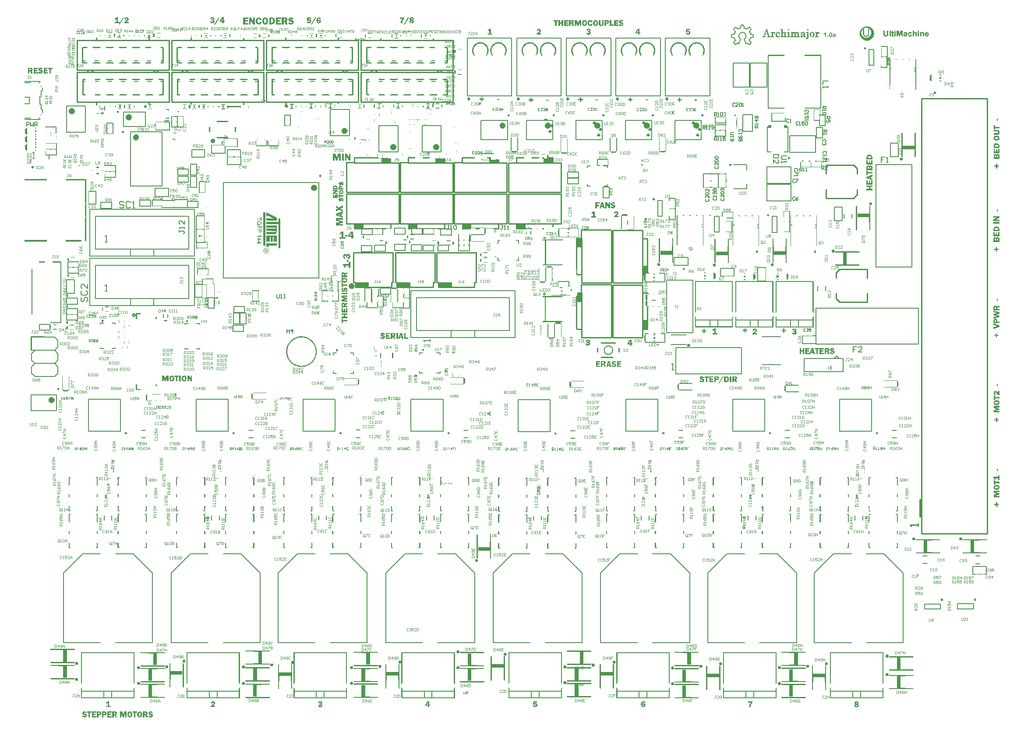
<source format=gbr>
G04 CAM350 V10.5 (Build 464) Date:  Wed Nov 01 10:35:17 2023 *
G04 Database: (Untitled) *
G04 Layer 7: gto *
%FSLAX25Y25*%
%MOIN*%
%SFA1.000B1.000*%

%MIA0B0*%
%IPPOS*%
%ADD26C,0.01000*%
%ADD64C,0.03500*%
%ADD92C,0.00500*%
%ADD93C,0.00600*%
%ADD96C,0.00800*%
%ADD217C,0.01200*%
%ADD236C,0.00512*%
%ADD237C,0.00984*%
%ADD238C,0.02362*%
%ADD239C,0.00453*%
%ADD240C,0.02400*%
%ADD242C,0.00787*%
%ADD243C,0.00700*%
%ADD249C,0.00400*%
%LNgto*%
%LPD*%
G36*
X205654Y461428D02*
G01X205708D01*
G75*
G02X205654I-27J225*
G37*
G36*
X206854D02*
G01X207208D01*
G02X207181Y461427I-22J225*
G01X206881*
G02X206854Y461428I-5J226*
G37*
G36*
X302040Y464523D02*
G01X302098Y464530D01*
X302156Y464523*
X302040*
G37*
G36*
X450769Y283002D02*
G01X450794Y283012D01*
X450818Y283021*
X450819Y283022*
X450820*
X450832*
X450837Y283013*
Y283002*
X450769*
G37*
G36*
X267206Y286382D02*
G01Y287049D01*
G02X267208Y287081I226J2*
G01X267207Y286359*
G02X267206Y286382I225J21*
G37*
G36*
X263060Y463100D02*
G01Y463259D01*
G02X263074Y463180I-212J-78*
X263060Y463100I-226J-2*
G37*
G36*
X312491Y468619D02*
G01X312671D01*
G02X312491I-90J208*
G37*
G36*
X124170Y468235D02*
G01X124221Y468251D01*
X124354Y468235*
X124170*
G37*
G36*
X215452Y465132D02*
G01X215506Y465149D01*
X215638Y465132*
X215452*
G37*
G36*
X97663Y258697D02*
G01Y258757D01*
G02X97664I1J-1*
G01X97677Y258744*
G03X97721Y258697I1684J1532*
G01X97663*
G37*
G36*
Y317357D02*
G01X97722D01*
G03X97677Y317309I1638J-1581*
G01X97665Y317295*
G02X97663Y317296I-1J1*
G01Y317357*
G37*
G36*
X280768Y436033D02*
G01X280769Y436220D01*
G02X280788Y436127I-207J-91*
X280768Y436033I-226J-1*
G37*
G36*
X122964Y468232D02*
G01X123029Y468252D01*
X123161Y468232*
X122964*
G37*
G36*
X277937Y476009D02*
G01X277942Y476058D01*
X277958Y476105*
Y475914*
G02X277937Y476009I205J95*
G37*
G36*
X213934Y465329D02*
G01X214156D01*
G02X213934I-111J197*
G37*
G36*
X215434D02*
G01X215656D01*
G02X215434I-111J197*
G37*
G36*
X280936Y436427D02*
G01X280943Y436485D01*
X280966Y436539*
X280965Y436315*
G02X280936Y436427I197J111*
G37*
G36*
X312768Y468423D02*
G01X312865Y468453D01*
X312994Y468423*
X312768*
G37*
G36*
X122649Y468433D02*
G01X122877D01*
G02X122649I-114J196*
G37*
G36*
X277758Y475823D02*
G01X277782Y475768D01*
X277789Y475709*
G02X277759Y475595I-226J-1*
G01X277758Y475823*
G37*
G36*
X280936Y437626D02*
G01X280944Y437686D01*
X280967Y437742*
Y437511*
G02X280936Y437626I195J114*
G37*
G36*
X113557Y453960D02*
G01X113663Y453993D01*
X113792Y453960*
X113557*
G37*
G36*
X280771Y437239D02*
G01X280772Y437711D01*
G02X280788Y437626I-210J-84*
G01Y437327*
G02X280771Y437239I-226J-2*
G37*
G36*
X263222Y464080D02*
G01X263231Y464144D01*
X263258Y464203*
X263257Y463958*
G02X263222Y464080I191J121*
G37*
G36*
X313691Y468619D02*
G01X314171D01*
G02X314081Y468601I-88J208*
G01X313781*
G02X313691Y468619I-2J226*
G37*
G36*
X213952Y465132D02*
G01X213997Y465147D01*
X214045Y465152*
X214345*
G02X214438Y465132I0J-226*
G01X213952*
G37*
G36*
X205323Y458409D02*
G01X205365Y458540D01*
Y458278*
X205323Y458409*
G37*
G36*
X298429Y460931D02*
G01X298695D01*
G02X298429I-133J183*
G37*
G36*
X272788Y472410D02*
G01X272810Y472426D01*
X272940Y472457*
X273064Y472410*
X272788*
G37*
G36*
X313668Y468423D02*
G01X313722Y468446D01*
X313781Y468453*
X314081*
G02X314194Y468423I0J-226*
G01X313668*
G37*
G36*
X123848Y468433D02*
G01X124376D01*
G02X124262Y468402I-114J195*
G01X123962*
G02X123848Y468433I0J226*
G37*
G36*
X257212Y468131D02*
G01X257267Y468168D01*
X257398Y468188*
X257518Y468131*
X257212*
G37*
G36*
X255713D02*
G01X255768Y468168D01*
X255899Y468188*
X256019Y468131*
X255713*
G37*
G36*
X263222Y462580D02*
G01Y462880D01*
G02X263256Y463000I226J1*
G01X263255Y462462*
G02X263222Y462580I193J118*
G37*
G36*
X332824Y446182D02*
G01X333138D01*
G02X332824I-157J163*
G37*
G36*
X323170Y469601D02*
G01X323193Y469572D01*
X323232Y469445*
G02X323171Y469290I-226J0*
G01X323170Y469601*
G37*
G36*
X230573Y475209D02*
G01X230577Y475251D01*
X230639Y475369*
X230641Y475371*
Y475047*
G02X230573Y475209I158J162*
G37*
G36*
X103962Y475414D02*
G01X103963Y475744D01*
G02X104033Y475579I-156J-164*
X103967Y475419I-226J0*
G01X103962Y475414*
G37*
G36*
X205323Y459609D02*
G01Y459909D01*
X205365Y460042*
Y459477*
X205323Y459609*
G37*
G36*
X293929Y460931D02*
G01X294495D01*
X294362Y460888*
X294062*
X293929Y460931*
G37*
G36*
X293030D02*
G01X293596D01*
X293463Y460888*
X293163*
X293030Y460931*
G37*
G36*
X28795Y452527D02*
G01X28801Y452579D01*
X28868Y452694*
Y452361*
G02X28795Y452527I153J167*
G37*
G36*
X103959Y473910D02*
G01Y474246D01*
G02X104033Y474079I-152J-167*
X103967Y473919I-226J0*
G01X103959Y473910*
G37*
G36*
X330144Y442493D02*
G01X330716D01*
X330580Y442448*
X330280*
X330144Y442493*
G37*
G36*
X282472Y465567D02*
G01Y465909D01*
G02X282550Y465738I-148J-171*
X282472Y465567I-226J0*
G37*
G36*
X262498Y453833D02*
G01X262862D01*
G02X262498I-182J135*
G37*
G36*
X491298Y398933D02*
G01Y398994D01*
X491809Y398993*
Y398934*
X491298Y398933*
G37*
G36*
X491199Y395189D02*
G01Y395250D01*
X491711Y395249*
Y395189*
X491199*
G37*
G36*
X276480Y471409D02*
G01X276491Y471480D01*
X276568Y471589*
Y471230*
G02X276480Y471409I138J179*
G37*
G36*
X578342Y383050D02*
G01Y383116D01*
X578854*
Y383050*
X578342*
G37*
G36*
X534241Y386851D02*
G01Y386916D01*
X534753*
Y386851*
X534241*
G37*
G36*
Y383112D02*
G01Y383178D01*
X534753*
Y383112*
X534241*
G37*
G36*
X304884Y475215D02*
G01Y475515D01*
G02X304941Y475666I226J1*
G01Y475064*
G02X304884Y475215I169J150*
G37*
G36*
X252468Y446209D02*
G01X252483Y446291D01*
X252565Y446395*
Y446023*
G02X252468Y446209I129J186*
G37*
G36*
X78962Y292013D02*
G01X78980Y291963D01*
X78986Y291911*
Y291245*
Y290578*
G02X78963Y290477I-226J-2*
G01X78962Y292013*
G37*
G36*
X56375Y461528D02*
G01X57787D01*
G02X57681Y461502I-105J200*
G01X57081*
X56481*
G02X56375Y461528I-1J226*
G37*
G36*
X296930Y460931D02*
G01X297795D01*
X297662Y460888*
X297063*
X296930Y460931*
G37*
G36*
X80262Y311459D02*
G01X80263Y312042D01*
X80264Y312084*
Y312094*
G02X80320Y311945I-170J-149*
G01Y311611*
G02X80262Y311459I-226J-1*
G37*
G36*
X334024Y446182D02*
G01X334638D01*
G02X334481Y446119I-157J163*
G01X334181*
G02X334024Y446182I0J226*
G37*
G36*
X323167Y471104D02*
G01X323193Y471072D01*
X323232Y470945*
Y470645*
G02X323168Y470487I-226J0*
G01X323167Y471104*
G37*
G36*
X318151Y468436D02*
G01X318189Y468483D01*
X318308Y468542*
X318440Y468524*
X318539Y468436*
X318151*
G37*
G36*
X328473Y451925D02*
G01X328542Y451859D01*
X328581Y451732*
G02X328473Y451539I-226J0*
G01Y451925*
G37*
G36*
X558453Y197286D02*
G01X558499Y197148D01*
Y196481*
X558454Y196346*
X558453Y197286*
G37*
G36*
X155658Y452291D02*
G01X155662Y452333D01*
X155724Y452451*
X155769Y452496*
Y452096*
G02X155658Y452291I115J195*
G37*
G36*
X287717Y470913D02*
G01Y471315D01*
X287763Y471269*
G02X287829Y471109I-160J-160*
X287717Y470913I-226J-1*
G37*
G36*
X276583Y464622D02*
G01X276691Y464721D01*
X276824Y464735*
X276941Y464673*
X276992Y464622*
X276583*
G37*
G36*
X211924Y472009D02*
G01X211949Y472113D01*
X212042Y472208*
X212041Y471810*
G02X211924Y472009I109J198*
G37*
G36*
X278790Y463015D02*
G01Y463315D01*
G02X278856Y463475I226J0*
G01X278864Y463483*
Y462847*
X278856Y462855*
G02X278790Y463015I160J160*
G37*
G36*
X294594Y447432D02*
G01X295004D01*
X294953Y447381*
G02X294594Y447432I-160J160*
G37*
G36*
X278790Y462115D02*
G01Y462415D01*
G02X278856Y462575I226J0*
G01X278864Y462583*
Y461947*
X278856Y461955*
G02X278790Y462115I160J160*
G37*
G36*
X204036Y469927D02*
G01X204040Y469969D01*
X204102Y470087*
X204155Y470140*
X204154Y469728*
G02X204036Y469927I108J199*
G37*
G36*
X144536Y473627D02*
G01X144562Y473732D01*
X144655Y473827*
Y473414*
X144602Y473467*
G02X144536Y473627I160J160*
G37*
G36*
X282473Y466767D02*
G01Y467409D01*
X282484Y467398*
G02X282550Y467238I-160J-160*
G01Y466938*
G02X282484Y466778I-226J0*
G01X282473Y466767*
G37*
G36*
X204036Y471427D02*
G01X204040Y471470D01*
X204102Y471587*
X204158Y471643*
X204157Y471226*
G02X204036Y471427I105J200*
G37*
G36*
X211446Y465126D02*
G01X211507Y465202D01*
X211631Y465252*
X211761Y465223*
X211852Y465126*
X211446*
G37*
G36*
X261054Y452523D02*
G01X261112Y452550D01*
X261176Y452559*
X261776*
X262376*
G02X262498Y452524I1J-226*
G01X261054Y452523*
G37*
G36*
X10705Y309744D02*
G01Y310544D01*
X10771*
Y309744*
X10705*
G37*
G36*
X76536Y297869D02*
G01X76567Y297984D01*
X76665Y298074*
X76664Y297665*
G02X76536Y297869I98J204*
G37*
G36*
Y301995D02*
G01X76567Y302110D01*
X76665Y302200*
Y301791*
G02X76536Y301995I97J204*
G37*
G36*
X300028Y476009D02*
G01X300059Y476125D01*
X300158Y476214*
X300157Y475804*
G02X300028Y476009I97J204*
G37*
G36*
X258514Y456934D02*
G01X258586Y457024D01*
X258712Y457068*
X258841Y457034*
X258928Y456934*
X258514*
G37*
G36*
X76536Y310278D02*
G01X76567Y310394D01*
X76666Y310483*
X76665Y310055*
X76602Y310118*
G02X76536Y310278I160J160*
G37*
G36*
X319122Y463358D02*
G01X319157Y463479D01*
X319258Y463566*
X319257Y463151*
G02X319122Y463358I91J207*
G37*
G36*
X76536Y299536D02*
G01X76540Y299579D01*
X76602Y299696*
X76668Y299762*
X76667Y299330*
G02X76536Y299536I95J205*
G37*
G36*
X295643Y454831D02*
G01X295719Y454926D01*
X295845Y454968*
X295973Y454933*
X296059Y454831*
X295643*
G37*
G36*
X325767Y458623D02*
G01X326183D01*
G02X325767I-208J89*
G37*
G36*
X76536Y303662D02*
G01X76540Y303705D01*
X76602Y303822*
X76668Y303888*
X76667Y303456*
G02X76536Y303662I95J205*
G37*
G36*
X276480Y469909D02*
G01Y470209D01*
G02X276546Y470369I226J0*
G01X276566Y470389*
X276565Y469730*
X276546Y469749*
G02X276480Y469909I160J160*
G37*
G36*
X216137Y470227D02*
G01Y470827D01*
Y472026*
G02X216166Y472137I226J0*
G01X216164Y470119*
G02X216137Y470227I199J107*
G37*
G36*
X305572Y460931D02*
G01X306240D01*
X306216Y460907*
G02X306056Y460841I-160J160*
G01X305756*
G02X305596Y460907I0J226*
G01X305572Y460931*
G37*
G36*
X304672D02*
G01X305340D01*
X305316Y460907*
G02X305156Y460841I-160J160*
G01X304856*
G02X304696Y460907I0J226*
G01X304672Y460931*
G37*
G36*
X610191Y274511D02*
G01X610360Y274595D01*
X610525Y274688*
G02X610191Y274511I-225J22*
G37*
G36*
X335078Y465411D02*
G01X335092Y465444D01*
X335183Y465542*
X335312Y465571*
G02X335511Y465412I-17J-226*
G01X335078Y465411*
G37*
G36*
X222772Y469014D02*
G01X222836Y469079D01*
X222963Y469118*
X223263*
G02X223423Y469052I0J-226*
G01X223461Y469014*
X222772*
G37*
G36*
X311459Y461991D02*
G01X311460Y462429D01*
G02X311627Y462210I-59J-218*
X311459Y461991I-226J0*
G37*
G36*
X253462Y441221D02*
G01X253482Y441273D01*
X253578Y441365*
X253709Y441389*
G02X253900Y441221I-28J-225*
G01X253462*
G37*
G36*
X259953Y447432D02*
G01Y447872D01*
G02X260125Y447652I-54J-220*
X259953Y447432I-226J0*
G37*
G36*
X207859Y475309D02*
G01Y475609D01*
G02X207925Y475769I226J0*
G01X207968Y475812*
X207967Y475107*
X207925Y475149*
G02X207859Y475309I160J160*
G37*
G36*
X328472Y453435D02*
G01X328515Y453392D01*
G02X328581Y453232I-160J-160*
G01Y452932*
G02X328515Y452772I-226J0*
G01X328473Y452729*
X328472Y453435*
G37*
G36*
X316641Y468435D02*
G01X316685Y468479D01*
G02X316845Y468545I160J-160*
G01X317145*
G02X317305Y468479I0J-226*
G01X317349Y468435*
X316641*
G37*
G36*
X328492Y269228D02*
G01X328936D01*
G02X328673Y269049I-222J44*
X328492Y269228I41J223*
G37*
G36*
X218759Y465422D02*
G01X219203D01*
G02X218939Y465242I-222J43*
X218759Y465422I42J222*
G37*
G36*
X254962Y441221D02*
G01X254990Y441286D01*
X255091Y441372*
X255224Y441386*
X255341Y441324*
X255444Y441221*
X254962*
G37*
G36*
X111677Y475609D02*
G01X111680Y475649D01*
X111741Y475767*
X111858Y475831*
X111857Y475387*
G02X111677Y475609I46J222*
G37*
G36*
X211924Y470509D02*
G01Y470809D01*
G02X211990Y470969I226J0*
G01X212041Y471020*
X212040Y470299*
X211990Y470349*
G02X211924Y470509I160J160*
G37*
G36*
X205457Y465223D02*
G01X205905D01*
G02X205626Y465033I-224J30*
X205457Y465223I55J220*
G37*
G36*
X248490Y474314D02*
G01X248551D01*
X248682Y474272*
Y473903*
X248551Y473862*
X248490*
Y474314*
G37*
G36*
X329572Y439019D02*
G01Y439471D01*
X329611*
G02X329765Y439411I0J-226*
G01Y439079*
G02X329611Y439019I-154J166*
G01X329572*
G37*
G36*
X247862Y448619D02*
G01Y449071D01*
X248055*
Y448619*
X247862*
G37*
G36*
X20672Y455955D02*
G01X20865D01*
Y455503*
X20674*
X20673Y455517*
X20672Y455955*
G37*
G36*
X280163Y471233D02*
G01Y471585D01*
G02X280305Y471635I142J-176*
G01X280358*
X280357Y471183*
X280305*
G02X280163Y471233I0J226*
G37*
G36*
X256163Y447824D02*
G01Y448194D01*
X256293Y448235*
X256358*
X256357Y447783*
X256293*
X256163Y447824*
G37*
G36*
X240889Y476047D02*
G01X241030Y476096D01*
X241085*
X241084Y475644*
X241030*
X240889Y475693*
Y476047*
G37*
G36*
X310319Y468435D02*
G01Y468475D01*
G02X310381Y468631I226J0*
G01X310709*
G02X310771Y468475I-164J-156*
G01Y468436*
X310319Y468435*
G37*
G36*
X211562Y475718D02*
G01Y476100D01*
G02X211684Y476135I121J-191*
G01X211758*
X211757Y475683*
X211684*
G02X211562Y475718I-1J226*
G37*
G36*
X260655Y457566D02*
G01Y457621D01*
X261107*
Y457566*
G02X261058Y457425I-226J0*
G01X260704*
G02X260655Y457566I177J141*
G37*
G36*
X224537Y465226D02*
G01Y465293D01*
X224577Y465422*
X224949*
X224989Y465293*
Y465226*
X224537*
G37*
G36*
X304330Y464666D02*
G01Y464719D01*
X304782*
Y464666*
G02X304731Y464523I-226J0*
G01X304381*
G02X304330Y464666I175J143*
G37*
G36*
X292637Y464712D02*
G01Y464719D01*
X293089*
Y464712*
G02X292987Y464523I-226J0*
G01X292739*
G02X292637Y464712I124J189*
G37*
G36*
X328555Y446273D02*
G01Y446281D01*
X329007*
Y446273*
G02X328908Y446085I-226J-1*
G01X328654*
G02X328555Y446273I127J187*
G37*
G36*
X320362Y437483D02*
G01X320363Y437935D01*
X320364*
X320558*
X320557Y437483*
X320364*
X320362*
G37*
G36*
X312682Y437583D02*
G01X312683Y438035D01*
X312684*
X312878*
X312877Y437583*
X312684*
X312682*
G37*
G36*
X273262Y437883D02*
G01X273263Y438335D01*
X273458*
X273457Y437883*
X273262*
G37*
G36*
X20670Y456906D02*
G01X20684Y456916D01*
X20811Y456955*
X20867*
X20866Y456503*
X20811*
X20671Y456551*
X20670Y456906*
G37*
G36*
X261937Y469025D02*
G01Y469042D01*
G02X262026Y469222I226J0*
G01X262300*
G02X262389Y469042I-137J-180*
G01Y469026*
X261937Y469025*
G37*
G36*
X264104Y469212D02*
G01Y469222D01*
X264556*
Y469212*
G02X264457Y469025I-226J0*
G01X264202*
G02X264104Y469212I128J186*
G37*
G36*
X282456Y463775D02*
G01X282488Y463801D01*
X282615Y463840*
X282654*
Y463388*
X282615*
G02X282456Y463453I0J226*
G01Y463775*
G37*
G36*
X260995Y453833D02*
G01X261967D01*
X261941Y453807*
G02X261781Y453741I-160J160*
G01X261181*
G02X261021Y453807I0J226*
G01X260995Y453833*
G37*
G36*
X208957Y460330D02*
G01X209021Y460396D01*
X209148Y460435*
X209156*
X209155Y459983*
X209148*
G02X208957Y460087I-1J226*
G01Y460330*
G37*
G36*
X276445Y367643D02*
G01X276449Y367685D01*
X276509Y367813*
X276629Y367889*
Y367397*
G02X276445Y367643I72J246*
G37*
G36*
X20668Y457955D02*
G01X20868D01*
Y457503*
X20669*
X20668Y457955*
G37*
G36*
X24659Y447991D02*
G01X24662Y449496D01*
G02X24719Y449345I-169J-150*
G01Y448745*
Y448145*
G02X24659Y447991I-226J0*
G37*
G36*
X299545Y462683D02*
G01Y463135D01*
X299749*
X299748Y462683*
X299545*
G37*
G36*
X209930Y465126D02*
G01X209990Y465186D01*
G02X210150Y465252I160J-160*
G01X210450*
G02X210610Y465186I0J-226*
G01X210670Y465126*
X209930*
G37*
G36*
X71537Y290245D02*
G01Y290912D01*
Y292245*
X71578Y292376*
X71575Y290119*
G02X71537Y290245I188J126*
G37*
G36*
X252468Y447109D02*
G01Y447709D01*
G02X252534Y447869I226J0*
G01X252568Y447903*
X252566Y446917*
X252534Y446949*
G02X252468Y447109I160J160*
G37*
G36*
X266849Y462683D02*
G01X266850Y463135D01*
X267067*
X267066Y462683*
X266849*
G37*
G36*
X319122Y461859D02*
G01Y462159D01*
G02X319188Y462319I226J0*
G01X319256Y462387*
X319255Y461632*
X319188Y461699*
G02X319122Y461859I160J160*
G37*
G36*
X256994Y456934D02*
G01X257062Y457002D01*
G02X257222Y457068I160J-160*
G01X257521*
G02X257681Y457002I0J-226*
G01X257749Y456934*
X256994*
G37*
G36*
X76536Y311278D02*
G01Y311611D01*
G02X76602Y311771I226J0*
G01X76668Y311837*
X76667Y311053*
X76602Y311118*
G02X76536Y311278I160J160*
G37*
G36*
X294121Y454831D02*
G01X294192Y454902D01*
G02X294352Y454968I160J-160*
G01X294652*
G02X294812Y454902I0J-226*
G01X294883Y454831*
X294121*
G37*
G36*
X326943Y458623D02*
G01X327705D01*
X327634Y458552*
G02X327474Y458486I-160J160*
G01X327174*
G02X327014Y458552I0J226*
G01X326943Y458623*
G37*
G36*
X219757Y470324D02*
G01X219777Y470357D01*
X219802Y470387*
X219954Y470540*
Y470001*
G02X219757Y470130I7J226*
G01Y470324*
G37*
G36*
X201503Y464031D02*
G01X201528Y464133D01*
X201622Y464227*
X201836*
G02X201889Y464188I-106J-200*
G01X202045Y464031*
X201503*
G37*
G36*
X200080D02*
G01X200236Y464188D01*
G02X200289Y464227I159J-161*
G01X200503*
G02X200622Y464031I-107J-199*
G01X200080*
G37*
G36*
X88063Y475116D02*
G01Y475663D01*
X88224Y475502*
G02X88258Y475459I-159J-161*
G01X88257Y475224*
G02X88063Y475116I-193J118*
G37*
G36*
X391674Y307742D02*
G01X391683Y307806D01*
X391757Y307916*
X391880Y307966*
G02X392102Y307842I20J-226*
G01X392153Y307742*
X391674*
G37*
G36*
X219756Y471821D02*
G01X219776Y471856D01*
X219802Y471887*
X219955Y472041*
Y471501*
G02X219756Y471632I6J226*
G01Y471821*
G37*
G36*
X268392Y464722D02*
G01X268538Y464868D01*
G02X268924Y464722I160J-160*
G01X268392*
G37*
G36*
X115007Y462986D02*
G01X115108Y463088D01*
X115109*
Y463182*
X115561*
Y462994*
Y462986*
X115007*
G37*
G36*
X607228Y434347D02*
G01Y434874D01*
X607369Y434733*
G02X607435Y434573I-160J-160*
X607228Y434347I-226J0*
G37*
G36*
X80258Y296371D02*
G01X80344Y296355D01*
X80448Y296272*
X80487Y296145*
G02X80362Y295943I-226J0*
G01X80262Y295892*
X80263Y296242*
X80264Y296284*
G03X80258Y296371I-643J-1*
G37*
G36*
X333362Y439378D02*
G01X333363Y440911D01*
X333369Y440905*
G02X333435Y440745I-160J-160*
G01Y440145*
Y439545*
G02X333369Y439385I-226J0*
G01X333362Y439378*
G37*
G36*
X143338Y324960D02*
G01X143341Y325001D01*
X143403Y325119*
X143725*
X143921Y324923*
X143341*
G02X143338Y324960I223J37*
G37*
G36*
X141874Y324923D02*
G01X142070Y325119D01*
X142392*
G02X142457Y324960I-161J-159*
X142454Y324923I-226J0*
G01X141874*
G37*
G36*
X272142Y278214D02*
G01X272143Y278546D01*
G02X272339Y278602I154J-166*
G01X272338Y278018*
X272142Y278214*
G37*
G36*
X272144Y278820D02*
G01X272145Y279272D01*
X272203*
Y279273*
X272341Y279410*
X272340Y278824*
G02X272297Y278820I-42J222*
G01X272144*
G37*
G36*
X308875Y472224D02*
G01X308885Y472234D01*
G02X309045Y472300I160J-160*
G01X310245*
G02X310405Y472234I0J-226*
G01X310415Y472224*
X308875*
G37*
G36*
X75173Y291155D02*
G01X75255Y291072D01*
G02X75321Y290912I-160J-160*
G01Y290578*
G02X75255Y290418I-226J0*
G01X75173Y290336*
Y291155*
G37*
G36*
X75172Y292154D02*
G01X75255Y292071D01*
G02X75321Y291911I-160J-160*
G01Y291578*
G02X75255Y291418I-226J0*
G01X75173Y291335*
X75172Y292154*
G37*
G36*
X101030Y258706D02*
G01X101291Y259043D01*
X101336Y259117*
Y259090*
G02X101030Y258706I-394J0*
G37*
G36*
X101021Y317350D02*
G01X101186Y317273D01*
X101297Y317136*
X101336Y316964*
Y316928*
G03X101021Y317350I-1969J-1142*
G37*
G36*
X333537Y465407D02*
G01X333635Y465505D01*
G02X333795Y465571I160J-160*
G01X334095*
G02X334255Y465505I0J-226*
G01X334351Y465409*
X333537Y465407*
G37*
G36*
X140648Y397438D02*
G01Y397734D01*
X141100*
Y397438*
X140648*
G37*
G36*
X140057Y375237D02*
G01Y375533D01*
X140509*
Y375237*
X140057*
G37*
G36*
X138648Y397438D02*
G01Y397734D01*
X139100*
Y397438*
X138648*
G37*
G36*
X146505Y333383D02*
G01X146959D01*
Y333087*
X146507*
Y333381*
X146506*
X146505Y333383*
G37*
G36*
X296537Y464712D02*
G01Y464719D01*
X297226*
Y464708*
Y464523*
X296639*
G02X296537Y464712I124J189*
G37*
G36*
X20979Y439169D02*
G01Y439685D01*
G02X21168Y439620I28J-225*
G01X21173Y439615*
X21172Y438977*
X20979Y439169*
G37*
G36*
X311460Y463148D02*
G01Y463946D01*
X311461Y463970*
X311561Y463869*
G02X311627Y463709I-160J-160*
G01Y463409*
G02X311561Y463249I-226J0*
G01X311460Y463148*
G37*
G36*
X20980Y440568D02*
G01Y441085D01*
X21175Y441280*
X21174Y440639*
X21168Y440633*
G02X20980Y440568I-160J160*
G37*
G36*
X228173Y476920D02*
G01Y477009D01*
G02X228350Y477230I226J0*
X228625Y477009I49J-221*
G01Y476920*
X228173*
G37*
G36*
X226974D02*
G01Y477009D01*
G02X227151Y477230I226J0*
X227426Y477009I49J-221*
G01Y476920*
X226974*
G37*
G36*
X270860Y467188D02*
G01X270862Y467735D01*
G02X271020Y467669I-2J-226*
G01X271059Y467630*
Y467006*
G02X271000Y467049I102J202*
G01X270860Y467188*
G37*
G36*
X311546Y190946D02*
G01Y191267D01*
X311998*
Y190946*
X311546*
G37*
G36*
X555601D02*
G01Y191267D01*
X556053*
Y190946*
X555601*
G37*
G36*
X20858Y451891D02*
G01X20860Y452469D01*
X20985Y452405*
X21056Y452335*
X21055Y451730*
G02X20965Y451785I70J215*
G01X20858Y451891*
G37*
G36*
X287717Y469413D02*
G01Y470705D01*
G02X287829Y470509I-114J-195*
G01Y469609*
G02X287717Y469413I-226J-1*
G37*
G36*
X288458Y436011D02*
G01X288461Y437305D01*
G02X288574Y437109I-113J-196*
G01Y436209*
G02X288458Y436011I-226J0*
G37*
G36*
X293094Y447432D02*
G01X294392D01*
G02X294193Y447315I-198J109*
G01X293293*
G02X293094Y447432I-1J226*
G37*
G36*
X24896Y451028D02*
G01Y451327D01*
G02X24962Y451487I226J0*
G01X25076Y451602*
X25075Y450755*
X24962Y450868*
G02X24896Y451028I160J160*
G37*
G36*
Y451927D02*
G01Y452227D01*
G02X24962Y452387I226J0*
G01X25078Y452503*
X25076Y451652*
X24962Y451767*
G02X24896Y451927I160J160*
G37*
G36*
X219904Y465422D02*
G01X220757D01*
X220640Y465305*
G02X220480Y465239I-160J160*
G01X220181*
G02X220021Y465305I0J226*
G01X219904Y465422*
G37*
G36*
X552072Y179152D02*
G01X552217Y179144D01*
X552321Y179061*
X552360Y178934*
G02X552294Y178774I-226J0*
G01X552130Y178610*
Y178905*
X552112Y179028*
X552075Y179145*
X552072Y179152*
G37*
G36*
X310213Y190944D02*
G01Y191297D01*
X310251Y191285*
X310353Y191267*
X310665*
Y190946*
X310222*
X310213Y190944*
G37*
G36*
X274347Y529227D02*
G01X274510D01*
Y528227*
X274349*
X274347Y529227*
G37*
G36*
X206590Y465223D02*
G01X207472D01*
X207341Y465092*
G02X207181Y465026I-160J160*
G01X206881*
G02X206721Y465092I0J226*
G01X206590Y465223*
G37*
G36*
X139315Y397671D02*
G01Y397734D01*
X139767*
Y397725*
Y397724*
X139911Y397438*
X139404*
X139338Y397570*
G02X139315Y397671I203J99*
G37*
G36*
X208959Y459134D02*
G01X208973Y459152D01*
X208988Y459169*
X209155Y459336*
Y458382*
X208988Y458549*
G02X208960Y458582I158J162*
G01X208959Y459134*
G37*
G36*
X294787Y436482D02*
G01Y436674D01*
X295239*
Y436482*
G02X295062Y436261I-226J0*
X294787Y436482I-49J221*
G37*
G36*
X297635Y464719D02*
G01X298589D01*
X298426Y464555*
X298425*
Y464523*
X297838*
G02X297802Y464552I123J190*
G01X297635Y464719*
G37*
G36*
X293735D02*
G01X294689D01*
X294522Y464552*
G02X294486Y464523I-159J161*
G01X293938*
G02X293902Y464552I123J190*
G01X293735Y464719*
G37*
G36*
X329652Y446281D02*
G01X330609D01*
X330440Y446113*
G02X330407Y446085I-162J158*
G01X329854*
G02X329821Y446113I129J186*
G01X329652Y446281*
G37*
G36*
X34772Y307805D02*
G01X34786Y307890D01*
X34868Y308005*
X34999Y308059*
G02X35284Y307805I29J-254*
X35253Y307683I-256J0*
G01X34803*
G02X34772Y307805I225J122*
G37*
G36*
X349575Y359118D02*
G01X349589Y359203D01*
X349671Y359318*
X349802Y359372*
G02X350087Y359118I29J-254*
X350056Y358996I-256J0*
G01X349606*
G02X349575Y359118I225J122*
G37*
G36*
X265199Y469222D02*
G01X266161D01*
X265990Y469052*
G02X265952Y469021I-161J159*
G01X265406Y469023*
G02X265370Y469052I123J190*
G01X265199Y469222*
G37*
G36*
X325503Y369132D02*
G01X325511Y369196D01*
X325535Y369256*
X325983*
G02X326015Y369132I-224J-124*
X325788Y368878I-256J0*
X325503Y369132I-29J254*
G37*
G36*
X274420D02*
G01X274428Y369196D01*
X274452Y369256*
X274900*
G02X274932Y369132I-224J-124*
X274705Y368878I-256J0*
X274420Y369132I-29J254*
G37*
G36*
X35572Y347569D02*
G01X35586Y347654D01*
X35668Y347769*
X35799Y347823*
G02X36084Y347569I29J-254*
X36051Y347444I-256J1*
G01X35605*
G02X35572Y347569I223J126*
G37*
G36*
X34772Y311876D02*
G01X34786Y311961D01*
X34868Y312076*
X34999Y312130*
G02X35284Y311876I29J-254*
X35251Y311751I-256J1*
G01X34805*
G02X34772Y311876I223J126*
G37*
G36*
X65872Y473927D02*
G01X65873Y474927D01*
X66067*
X66065Y473927*
X65872*
G37*
G36*
X292236Y369821D02*
G01X292245Y369886D01*
X292269Y369947*
X292715*
G02X292748Y369821I-223J-126*
X292521Y369567I-256J0*
X292236Y369821I-29J254*
G37*
G36*
X349575Y363252D02*
G01X349589Y363337D01*
X349671Y363452*
X349802Y363506*
G02X350087Y363252I29J-254*
X350054Y363126I-256J0*
G01X349608*
G02X349575Y363252I223J126*
G37*
G36*
X34772Y323976D02*
G01X34786Y324061D01*
X34868Y324176*
X34999Y324230*
G02X35284Y323976I29J-254*
X35251Y323850I-256J0*
G01X34805*
G02X34772Y323976I223J126*
G37*
G36*
X314184Y369329D02*
G01X314193Y369394D01*
X314218Y369455*
X314662*
G02X314696Y369329I-222J-127*
X314469Y369075I-256J0*
X314184Y369329I-29J254*
G37*
G36*
X293909Y377006D02*
G01X293923Y377091D01*
X294005Y377206*
X294136Y377260*
G02X294421Y377006I29J-254*
X294387Y376879I-256J0*
G01X293943*
G02X293909Y377006I222J127*
G37*
G36*
X21951Y308382D02*
G01X21965Y308467D01*
X22047Y308582*
X22178Y308636*
G02X22463Y308382I29J-254*
X22429Y308255I-256J0*
G01X21985*
G02X21951Y308382I222J127*
G37*
G36*
X574148Y214979D02*
G01X574763D01*
G02X574780Y214893I-209J-86*
X574644Y214685I-226J0*
X574394Y214733I-90J208*
G01X574148Y214979*
G37*
G36*
X34772Y332076D02*
G01X34786Y332161D01*
X34868Y332276*
X34999Y332330*
G02X35284Y332076I29J-254*
X35250Y331949I-256J0*
G01X34806*
G02X34772Y332076I222J127*
G37*
G36*
X35572Y359776D02*
G01X35586Y359861D01*
X35668Y359976*
X35799Y360030*
G02X36084Y359776I29J-254*
X36050Y359649I-256J0*
G01X35606*
G02X35572Y359776I222J127*
G37*
G36*
X390867Y381153D02*
G01Y382147D01*
Y382153*
X391062*
X391061Y381153*
X390867*
G37*
G36*
X277760Y474927D02*
G01X277956D01*
X277955Y473927*
X277761*
X277760Y474927*
G37*
G36*
X260322Y469021D02*
G01X260503Y469202D01*
G02X260526Y469223I164J-156*
G01X261100*
G02X261123Y469202I-141J-177*
G01X261302Y469024*
X260322Y469021*
G37*
G36*
X399865Y381153D02*
G01X399867Y382147D01*
Y382153*
X400062*
X400061Y381153*
X399865*
G37*
G36*
X87968Y528227D02*
G01X87970Y529227D01*
X88165*
Y528227*
X87968*
G37*
G36*
X80268D02*
G01X80270Y529227D01*
X80465*
Y528227*
X80268*
G37*
G36*
X58258D02*
G01X58260Y529227D01*
X58455*
Y528227*
X58258*
G37*
G36*
X329573Y440086D02*
G01Y441103D01*
X329768Y440909*
X329767Y440280*
X329573Y440086*
G37*
G36*
X233757Y529227D02*
G01X233956D01*
X233955Y528227*
X233760*
X233757Y529227*
G37*
G36*
X146267D02*
G01X146466D01*
X146465Y528227*
X146270*
X146267Y529227*
G37*
G36*
X131467D02*
G01X131666D01*
X131665Y528227*
X131470*
X131467Y529227*
G37*
G36*
X211867D02*
G01X212066D01*
X212065Y528227*
X211869*
X211867Y529227*
G37*
G36*
X204202D02*
G01X204401D01*
X204400Y528227*
X204204*
X204202Y529227*
G37*
G36*
X161067D02*
G01X161266D01*
X161265Y528227*
X161069*
X161067Y529227*
G37*
G36*
X298757D02*
G01X298956D01*
X298955Y528227*
X298759*
X298757Y529227*
G37*
G36*
X291157D02*
G01X291356D01*
X291355Y528227*
X291159*
X291157Y529227*
G37*
G36*
X96829Y249581D02*
G01X96845Y249664D01*
X96928Y249768*
X97055Y249807*
X97268*
X97267Y249355*
X97055*
G02X96829Y249581I0J226*
G37*
G36*
X308685Y468435D02*
G01X308881Y468632D01*
X309509*
X309705Y468435*
X308685*
G37*
G36*
X282457Y462577D02*
G01X282654Y462774D01*
Y461755*
X282457Y461953*
Y462577*
G37*
G36*
X639753Y196317D02*
G01X639973D01*
G02X640199Y196091I0J-226*
X639973Y195865I-226J0*
G01X639754*
X639753Y196317*
G37*
G36*
X280163Y469731D02*
G01Y470387D01*
X280357Y470581*
X280355Y469538*
X280163Y469731*
G37*
G36*
X240890Y474850D02*
G01X241084Y475044D01*
X241082Y473998*
X240890Y474190*
Y474850*
G37*
G36*
X639751Y197650D02*
G01X639973D01*
G02X640199Y197424I0J-226*
X639973Y197198I-226J0*
G01X639752*
X639751Y197650*
G37*
G36*
X305383Y464719D02*
G01X306429D01*
X306233Y464523*
X305579*
X305383Y464719*
G37*
G36*
X261706Y457621D02*
G01X262756D01*
X262560Y457425*
X261902*
X261706Y457621*
G37*
G36*
X256162Y446319D02*
G01X256163Y446999D01*
X256357Y447193*
X256355Y446127*
X256162Y446319*
G37*
G36*
X248489Y475969D02*
G01X248685Y475774D01*
X248684Y475099*
X248490Y474906*
X248489Y475969*
G37*
G36*
X324416Y475605D02*
G01Y476058D01*
X324649*
G02X324876Y475832I1J-226*
X324649Y475605I-226J-1*
G01X324416*
G37*
G36*
X222876Y465226D02*
G01X223072Y465422D01*
X223754*
X223950Y465226*
X222876*
G37*
G36*
X88062Y473820D02*
G01X88063Y474927D01*
X88257*
X88255Y473927*
X88170*
X88169*
X88062Y473820*
G37*
G36*
X299960Y474927D02*
G01X300060D01*
X300061*
G02X300094Y474969I193J-118*
G01X300156Y475032*
X300155Y473927*
X299961*
X299960Y474927*
G37*
G36*
X144462Y473927D02*
G01X144463Y474927D01*
X144559*
X144560*
G02X144602Y474986I203J-100*
G01X144657Y475042*
X144656Y473927*
X144462*
G37*
G36*
X228001Y190987D02*
G01Y191470D01*
X228056Y191434*
X228155Y191391*
X228195Y191379*
X228297Y191360*
X228453*
Y191046*
X228217*
X228168Y191040*
X228068Y191015*
X228001Y190987*
G37*
G36*
X294947Y529227D02*
G01X295166D01*
X295165Y528227*
X294949*
X294947Y529227*
G37*
G36*
X420321Y193346D02*
G01X420326Y193396D01*
X420391Y193522*
X420763*
G02X420833Y193346I-186J-176*
X420606Y193092I-256J0*
X420321Y193346I-29J254*
G37*
G36*
X664976Y193644D02*
G01X664981Y193695D01*
X665047Y193820*
X665417*
G02X665488Y193644I-185J-177*
X665261Y193390I-256J0*
X664976Y193644I-29J254*
G37*
G36*
X583676D02*
G01X583681Y193695D01*
X583747Y193820*
X584117*
G02X584188Y193644I-185J-177*
X583961Y193390I-256J0*
X583676Y193644I-29J254*
G37*
G36*
X502376D02*
G01X502381Y193695D01*
X502447Y193820*
X502817*
G02X502888Y193644I-185J-177*
X502661Y193390I-256J0*
X502376Y193644I-29J254*
G37*
G36*
X338794D02*
G01X338799Y193695D01*
X338865Y193820*
X339235*
G02X339306Y193644I-185J-177*
X339079Y193390I-256J0*
X338794Y193644I-29J254*
G37*
G36*
X175211D02*
G01X175216Y193695D01*
X175282Y193820*
X175652*
G02X175723Y193644I-185J-177*
X175496Y193390I-256J0*
X175211Y193644I-29J254*
G37*
G36*
X93419D02*
G01X93424Y193695D01*
X93490Y193820*
X93860*
G02X93931Y193644I-185J-177*
X93704Y193390I-256J0*
X93419Y193644I-29J254*
G37*
G36*
X256738Y193740D02*
G01X256744Y193796D01*
X256812Y193920*
X257176*
G02X257250Y193740I-182J-180*
X257023Y193486I-256J0*
X256738Y193740I-29J254*
G37*
G36*
X273585Y475294D02*
G01Y476168D01*
X273613*
G02X273839Y475942I0J-226*
G01Y475642*
G02X273773Y475482I-226J0*
G01X273585Y475294*
G37*
G36*
X80259Y294156D02*
G01X80261Y295132D01*
X80421Y294972*
G02X80487Y294812I-160J-160*
G01Y294478*
G02X80421Y294318I-226J0*
G01X80259Y294156*
G37*
G36*
X211562Y473927D02*
G01Y474927D01*
X211581*
X211582*
X211757Y475102*
X211755Y473927*
X211562*
G37*
G36*
X269055Y469024D02*
G01X269155Y469123D01*
Y469124*
G02X269121Y469152I126J188*
G01X269050Y469223*
X270035Y469222*
G02X270120Y469169I-74J-214*
G01X270264Y469025*
G03X270223Y469026I-36J-641*
G01X270221*
X269055Y469024*
G37*
G36*
X114557Y453960D02*
G01X114614Y453985D01*
X114675Y453993*
X115342*
G02X115502Y453927I0J-226*
G01X115656Y453772*
G03X114976Y453960I-821J-1644*
G01X114557*
G37*
G36*
X164857Y529227D02*
G01X165104D01*
X165103Y528227*
X164859*
X164857Y529227*
G37*
G36*
X627727Y165691D02*
G01X627741Y165776D01*
X627823Y165891*
X627954Y165945*
G02X628239Y165691I29J-254*
X628236Y165656I-256J4*
G01X628183Y165595*
X628126Y165503*
X628113Y165471*
G02X627727Y165691I-130J220*
G37*
G36*
X546427D02*
G01X546441Y165776D01*
X546523Y165891*
X546654Y165945*
G02X546939Y165691I29J-254*
X546936Y165656I-256J4*
G01X546883Y165595*
X546826Y165503*
X546813Y165471*
G02X546427Y165691I-130J220*
G37*
G36*
X465127D02*
G01X465141Y165776D01*
X465223Y165891*
X465354Y165945*
G02X465639Y165691I29J-254*
X465636Y165656I-256J4*
G01X465583Y165595*
X465526Y165503*
X465513Y165471*
G02X465127Y165691I-130J220*
G37*
G36*
X383072Y165393D02*
G01X383086Y165478D01*
X383168Y165593*
X383299Y165647*
G02X383584Y165393I29J-254*
X383582Y165359I-256J-2*
G01X383527Y165296*
X383470Y165204*
X383457Y165172*
G02X383072Y165393I-129J221*
G37*
G36*
X301545Y165691D02*
G01X301559Y165776D01*
X301641Y165891*
X301772Y165945*
G02X302057Y165691I29J-254*
X302055Y165657I-256J-2*
G01X302000Y165595*
X301943Y165503*
X301930Y165470*
G02X301545Y165691I-129J221*
G37*
G36*
X219489Y165787D02*
G01X219503Y165872D01*
X219585Y165987*
X219716Y166041*
G02X220001Y165787I29J-254*
X219998Y165750I-256J2*
G01X219944Y165688*
X219887Y165596*
X219875Y165567*
G02X219489Y165787I-130J220*
G37*
G36*
X137962Y165691D02*
G01X137976Y165776D01*
X138058Y165891*
X138189Y165945*
G02X138474Y165691I29J-254*
X138472Y165657I-256J-2*
G01X138417Y165595*
X138360Y165503*
X138347Y165470*
G02X137962Y165691I-129J221*
G37*
G36*
X56171D02*
G01X56185Y165776D01*
X56267Y165891*
X56398Y165945*
G02X56683Y165691I29J-254*
X56681Y165657I-256J-2*
G01X56626Y165595*
X56569Y165503*
X56556Y165470*
G02X56171Y165691I-129J221*
G37*
G36*
X107778Y473809D02*
G01Y474109D01*
G02X107844Y474269I226J0*
G01X108066Y474491*
X108065Y473583*
X108004*
G02X107778Y473809I0J226*
G37*
G36*
X247863Y449507D02*
G01Y450856D01*
G02X247940Y450805I-84J-210*
G01X248058Y450687*
X248056Y449701*
X247863Y449507*
G37*
G36*
X551884Y175532D02*
G01X551947Y175595D01*
X552019Y175693*
X552075Y175804*
X552112Y175921*
X552115Y175941*
X552294Y175762*
G02X552360Y175602I-160J-160*
X551974Y175442I-226J1*
G01X551884Y175532*
G37*
G36*
X20860Y452621D02*
G01X20863Y453971D01*
X21058*
X21057Y453519*
X21052*
G03X21051Y453518I0J-1*
G01Y453213*
G03X21053Y453212I1J0*
G01X21057Y453214*
X21056Y452707*
X20926Y452642*
G02X20860Y452621I-101J203*
G37*
G36*
X410757Y337346D02*
G01X410758D01*
X410767Y337358*
G03X410905Y337732I-503J398*
G01Y337900*
X411103*
Y337659*
X411130Y337548*
X411173Y337450*
X411242Y337347*
Y337346*
X411241Y337345*
X410758*
X410757Y337346*
G37*
G36*
X146783Y324960D02*
G01X146818Y325081D01*
X146919Y325168*
X147051Y325182*
X147169Y325120*
X147494Y324795*
X146853*
X146849Y324800*
G02X146783Y324960I160J160*
G37*
G36*
X59837Y425897D02*
G01Y426174D01*
X60837*
Y425897*
X59837*
G37*
G36*
X51963D02*
G01Y426174D01*
X52963*
Y425897*
X51963*
G37*
G36*
X207992Y529227D02*
G01X208276D01*
X208275Y528227*
X207994*
X207992Y529227*
G37*
G36*
X231515Y197212D02*
G01X231674Y197053D01*
G02X231740Y196893I-160J-160*
G01Y196226*
G02X231674Y196066I-226J0*
G01X231518Y195910*
X231515Y197212*
G37*
G36*
X200316Y528227D02*
G01Y529227D01*
X200611*
X200610Y528227*
X200316*
G37*
G36*
X84058D02*
G01X84060Y529227D01*
X84375*
Y528227*
X84058*
G37*
G36*
X269890Y326604D02*
G01Y326605D01*
X269891*
X269903Y326591*
G03X270331Y326369I488J418*
G01X270381*
Y326173*
X270340*
G03X269904Y325949I53J-640*
G01X269902Y325947*
X269901Y325946*
X269891*
G02X269890Y325947I0J1*
G01Y326604*
G37*
G36*
X296149Y475430D02*
G01X296241Y475431D01*
X296359Y475369*
X296367Y475361*
X296365Y473927*
X296151*
X296150Y474927*
X296159*
X296160Y474928*
X296159*
X296150Y474938*
X296149Y475430*
G37*
G36*
X556361Y191267D02*
G01X557386D01*
Y190946*
X556934*
Y191224*
G03X556933Y191225I-1J0*
G01X556493*
X556361Y191267*
G37*
G36*
X351788Y379466D02*
G01Y380799D01*
G02X351854Y380959I226J0*
G01X351970Y381076*
Y379190*
X351854Y379306*
G02X351788Y379466I160J160*
G37*
G36*
X393356Y300517D02*
G01X393516Y300676D01*
X393611Y300881*
X393627Y300969*
X393900*
G02X394126Y300743I0J-226*
X393900Y300517I-226J0*
G01X393356*
G37*
G36*
X392113Y190654D02*
G01Y190905D01*
Y190968*
X393222*
G02X393231Y190905I-217J-63*
X393005Y190679I-226J0*
G01X392566*
G03X392565Y190678I0J-1*
G01Y190654*
X392113*
G37*
G36*
X321178Y438721D02*
G01X321200Y438771D01*
X321324Y438924*
X321499Y439016*
X321696Y439032*
X321883Y438970*
X322310Y438723*
X321178Y438721*
G37*
G36*
X138311Y375533D02*
G01X138831D01*
X139056Y375308*
G03X139058Y375309I1J1*
G01Y375533*
X139510*
Y375237*
X138487*
X138457Y375267*
G02X138414Y375326I159J161*
G01X138311Y375533*
G37*
G36*
X300373Y464523D02*
G01Y464708D01*
Y464719*
X302228*
X302098Y464678*
X302023*
G03X302022Y464677I0J-1*
G02X301928Y464523I-224J31*
G01X300373*
G37*
G36*
X193038Y449468D02*
G01X193763D01*
Y448957*
X193038*
Y449468*
G37*
G36*
X188038Y448957D02*
G01Y449468D01*
X188763*
Y448957*
X188038*
G37*
G36*
X183038Y448955D02*
G01Y449467D01*
X183763*
Y448955*
X183038*
G37*
G36*
X178038D02*
G01Y449467D01*
X178763*
Y448955*
X178038*
G37*
G36*
X262450Y448735D02*
G01X262473Y448835D01*
X262565Y448931*
X262787*
G02X262872Y448847I-111J-197*
G01X262873*
X262957Y448931*
X263383*
X263507Y448956*
X263588Y448987*
X263679Y449037*
X263693*
G02X263658Y448992I-195J115*
G01X263399Y448733*
G03X263376Y448735I-67J-639*
G01X262450*
G37*
G36*
X393631Y301488D02*
G01X393632Y302128D01*
X393740Y302236*
G02X394126Y302076I160J-161*
X394060Y301916I-226J0*
G01X393631Y301488*
G37*
G36*
X271996Y468622D02*
G01X272166Y468792D01*
G02X272197Y468818I160J-160*
G01X274057*
G02X274085Y468709I-198J-109*
G01Y468622*
X273600*
Y468632*
Y468647*
Y468648*
X273465Y468782*
Y468783*
X273053*
Y468782*
X272925Y468655*
Y468654*
Y468653*
X272956Y468622*
X271996*
G37*
G36*
X271826Y276866D02*
G01X271868Y276890D01*
X271951Y276958*
X272021Y277038*
X272077Y277130*
X272117Y277228*
X272127Y277273*
X272203*
Y277274*
X272337Y277408*
Y277382*
X272353Y277271*
X272388Y277167*
X272440Y277069*
X272507Y276983*
X272531Y276961*
X272457Y276887*
G02X272297Y276821I-160J160*
G01X271963*
X271826Y276866*
G37*
G36*
X76468Y305747D02*
G01X76472Y307902D01*
X76668Y307707*
X76666Y306945*
X76549Y306828*
Y306827*
Y306826*
X76666Y306709*
X76665Y305944*
X76468Y305747*
G37*
G36*
X633083Y175453D02*
G01X633159Y175509D01*
X633246Y175595*
X633318Y175693*
X633374Y175804*
X633381Y175827*
Y175795*
X633382*
X633648Y175528*
G02X633714Y175368I-160J-160*
X633328Y175208I-226J1*
G01X633083Y175453*
G37*
G36*
X76468Y294031D02*
G01X76473Y296242D01*
Y296254*
X76668Y296058*
X76667Y295230*
X76583Y295146*
Y295145*
Y295144*
X76666Y295061*
X76665Y294228*
X76468Y294031*
G37*
G36*
X611958Y527627D02*
G01Y528300D01*
X612631*
Y527627*
X611958*
G37*
G36*
X673842Y510361D02*
G01Y510873D01*
X674742*
Y510361*
X673842*
G37*
G36*
X668842D02*
G01Y510873D01*
X669742*
Y510361*
X668842*
G37*
G36*
X663842D02*
G01Y510873D01*
X664742*
Y510361*
X663842*
G37*
G36*
X598261Y391114D02*
G01Y391626D01*
X599161*
Y391114*
X598261*
G37*
G36*
X593261D02*
G01Y391626D01*
X594161*
Y391114*
X593261*
G37*
G36*
X588261D02*
G01Y391626D01*
X589161*
Y391114*
X588261*
G37*
G36*
X554262D02*
G01Y391626D01*
X555162*
Y391114*
X554262*
G37*
G36*
X549262D02*
G01Y391626D01*
X550162*
Y391114*
X549262*
G37*
G36*
X544262D02*
G01Y391626D01*
X545162*
Y391114*
X544262*
G37*
G36*
X511912Y391514D02*
G01Y392026D01*
X512812*
Y391514*
X511912*
G37*
G36*
X506912D02*
G01Y392026D01*
X507812*
Y391514*
X506912*
G37*
G36*
X501912D02*
G01Y392026D01*
X502812*
Y391514*
X501912*
G37*
G36*
X122241Y475276D02*
G01Y475728D01*
X122337*
G02X122497Y475662I0J-226*
G01X122797Y475362*
G02X122863Y475202I-160J-160*
X122727Y474994I-226J0*
X122477Y475042I-90J208*
G01X122243Y475275*
Y475276*
X122241*
G37*
G36*
X96829Y247582D02*
G01Y247915D01*
G02X96895Y248075I226J0*
G01X97266Y248446*
X97265Y247496*
G02X96972Y247372I-209J86*
X96829Y247582I83J210*
G37*
G36*
X479703Y347444D02*
G01X479869Y347598D01*
X479971Y347799*
X479995Y347910*
Y348044*
X480197*
Y347898*
X480223Y347787*
X480265Y347689*
X480325Y347597*
X480398Y347517*
X480486Y347449*
X480496Y347444*
X479703*
G37*
G36*
X146472Y325844D02*
G01X147407D01*
G02X147568Y325627I-65J-217*
X147342Y325401I-226J0*
G01X147009*
G02X146849Y325467I0J226*
G01X146472Y325844*
G37*
G36*
X226139Y473601D02*
G01X226145Y473620D01*
X226162Y473731*
Y475829*
G02X226222Y475786I-100J-203*
G01X226357Y475651*
X226354Y473731*
X226370Y473621*
X226377Y473601*
G02X226362I-7J226*
G01X226139*
G37*
G36*
X123010Y474002D02*
G01Y475202D01*
G02X123076Y475362I226J0*
G01X123284Y475570*
Y473634*
X123076Y473842*
G02X123010Y474002I160J160*
G37*
G36*
X331047Y372704D02*
G01X331073Y372815D01*
X331167Y372921*
X331303Y372960*
X332112*
X332100Y372958*
X332018Y372927*
X331921Y372872*
X331838Y372804*
X331768Y372724*
X331711Y372632*
X331671Y372534*
X331653Y372449*
X331303*
G02X331047Y372704I0J256*
G37*
G36*
X393632Y302850D02*
G01Y303302D01*
X393673*
G03X393674Y303303I0J1*
G01Y303409*
G02X393851Y303630I226J0*
X394126Y303409I49J-221*
G01Y303076*
Y302743*
G02X393949Y302522I-226J0*
X393674Y302743I-49J221*
G01Y302849*
G03X393673Y302850I-1J0*
G01X393632*
G37*
G36*
X331026Y368767D02*
G01X331052Y368878D01*
X331146Y368984*
X331282Y369023*
X332112*
X332038Y368996*
X331941Y368940*
X331858Y368873*
X331788Y368793*
X331731Y368701*
X331691Y368602*
X331672Y368512*
X331282*
G02X331026Y368767I0J256*
G37*
G36*
X522663Y422941D02*
G01Y423327D01*
G02X522890Y423581I256J0*
X523175Y423327I29J-254*
G01Y422493*
X523120Y422601*
X523049Y422699*
X522962Y422785*
X522869Y422853*
X522761Y422908*
X522663Y422941*
G37*
G36*
X334808Y369023D02*
G01X335902D01*
X335828Y368996*
X335731Y368940*
X335648Y368873*
X335578Y368793*
X335521Y368701*
X335481Y368602*
X335462Y368512*
X335255*
G03X334808Y369023I-633J-103*
G37*
G36*
X523341Y422487D02*
G01Y423327D01*
G02X523569Y423581I256J0*
X523853Y423327I28J-254*
G01Y422938*
X523786Y422921*
X523690Y422878*
X523592Y422816*
X523501Y422736*
X523424Y422644*
X523362Y422539*
X523341Y422487*
G37*
G36*
X334820Y373055D02*
G01X335020Y373158D01*
X335172Y373325*
X335258Y373534*
X335264Y373566*
X335473*
X335479Y373521*
X335514Y373416*
X335566Y373318*
X335633Y373232*
X335714Y373158*
X335800Y373103*
X335899Y373060*
X335915Y373055*
X334820*
G37*
G36*
X269239Y437509D02*
G01Y437809D01*
G02X269305Y437969I226J0*
G01X269605Y438269*
G02X269668Y438314I161J-159*
G01X269666Y437005*
G02X269605Y437049I100J203*
G01X269305Y437349*
G02X269239Y437509I160J160*
G37*
G36*
X331026Y373311D02*
G01X331052Y373422D01*
X331146Y373527*
X331282Y373566*
X331683*
X331689Y373521*
X331724Y373416*
X331776Y373318*
X331843Y373232*
X331924Y373158*
X332010Y373103*
X332109Y373060*
X332125Y373055*
X331282*
G02X331026Y373311I0J256*
G37*
G36*
X636721Y190946D02*
G01Y191217D01*
Y191267*
X638506*
Y191217*
Y190946*
X638054*
Y190990*
G03X638053Y190991I-1J0*
G01X637174*
G03X637173Y190990I0J-1*
G01Y190946*
X636721*
G37*
G36*
X334775Y372960D02*
G01X335902D01*
X335890Y372958*
X335808Y372927*
X335711Y372872*
X335628Y372804*
X335558Y372724*
X335501Y372632*
X335461Y372534*
X335443Y372449*
X335234*
G03X334775Y372960I-633J-107*
G37*
G36*
X273585Y473927D02*
G01Y474927D01*
X274166*
X274165Y473927*
X273585*
G37*
G36*
X62048Y528227D02*
G01X62050Y529227D01*
X62641*
Y528227*
X62048*
G37*
G36*
X215352Y473927D02*
G01Y474927D01*
X215959*
Y473927*
X215352*
G37*
G36*
X80260Y306873D02*
G01X80262Y307515D01*
X80333Y307587*
X80334*
Y307599*
G03X80333Y307600I-1J0*
G01X80262*
X80263Y308052*
X80560*
G02X80786Y307826I0J-226*
G01Y307493*
G02X80720Y307333I-226J0*
G01X80260Y306873*
G37*
G36*
X382190Y441727D02*
G01Y442179D01*
X382462*
G02X382622Y442113I0J-226*
G01X382955Y441779*
G02X383021Y441619I-160J-160*
X382884Y441411I-226*
X382635Y441459I-89J208*
G01X382368Y441726*
Y441727*
X382190*
G37*
G36*
X293094Y442381D02*
G01X293353Y442640D01*
G02X293513Y442706I160J-160*
G01X294713*
G02X294873Y442640I0J-226*
G01X295132Y442381*
X293094*
G37*
G36*
X171216Y473144D02*
G01Y475184D01*
X171476Y474924*
G02X171542Y474764I-160J-160*
G01Y473564*
G02X171476Y473404I-226J0*
G01X171216Y473144*
G37*
G36*
X293014Y436674D02*
G01X294612D01*
G02X294573Y436622I-199J108*
G01X294273Y436322*
G02X294113Y436256I-160J160*
G01X293513*
G02X293353Y436322I0J226*
G01X293053Y436622*
G02X293014Y436674I160J160*
G37*
G36*
X260891Y437675D02*
G01X262934D01*
X262672Y437414*
G02X262512Y437348I-160J160*
G01X261313*
G02X261153Y437414I0J226*
G01X260891Y437675*
G37*
G36*
X697213Y493770D02*
G01Y494360D01*
X698362*
Y493770*
X697213*
G37*
G36*
X573496Y347284D02*
G01Y347874D01*
X574645*
Y347284*
X573496*
G37*
G36*
X479629Y295806D02*
G01Y296396D01*
X480779*
Y295806*
X479629*
G37*
G36*
X479457Y341776D02*
G01Y342366D01*
X480607*
Y341776*
X479457*
G37*
G36*
X8817Y453172D02*
G01Y453762D01*
X9967*
Y453172*
X8817*
G37*
G36*
X548228Y347284D02*
G01Y347874D01*
X549378*
Y347284*
X548228*
G37*
G36*
X517984Y347774D02*
G01Y348364D01*
X519134*
Y347774*
X517984*
G37*
G36*
X8817Y447072D02*
G01Y447662D01*
X9967*
Y447072*
X8817*
G37*
G36*
Y440972D02*
G01Y441562D01*
X9967*
Y440972*
X8817*
G37*
G36*
X229485Y528227D02*
G01Y529227D01*
X230166*
X230165Y528227*
X229485*
G37*
G36*
X309185D02*
G01Y529227D01*
X309866*
X309865Y528227*
X309185*
G37*
G36*
X286884D02*
G01Y529227D01*
X287566*
X287565Y528227*
X286884*
G37*
G36*
X207284Y473927D02*
G01Y474927D01*
X207966*
X207965Y473927*
X207284*
G37*
G36*
X91758Y528227D02*
G01X91760Y529227D01*
X92441*
Y528227*
X91758*
G37*
G36*
X150057Y529227D02*
G01X150741D01*
Y528227*
X150060*
X150057Y529227*
G37*
G36*
X215657D02*
G01X216341D01*
Y528227*
X215659*
X215657Y529227*
G37*
G36*
X229952Y473927D02*
G01Y474927D01*
X230641*
Y473927*
X229952*
G37*
G36*
X697213Y498527D02*
G01Y499127D01*
X698362*
Y498527*
X697213*
G37*
G36*
X573496Y342517D02*
G01Y343117D01*
X574645*
Y342517*
X573496*
G37*
G36*
X409125Y331589D02*
G01Y332189D01*
X410275*
Y331589*
X409125*
G37*
G36*
X479629Y300563D02*
G01Y301163D01*
X480779*
Y300563*
X479629*
G37*
G36*
X479457Y346534D02*
G01Y347134D01*
X480607*
Y346534*
X479457*
G37*
G36*
X548228Y342517D02*
G01Y343117D01*
X549378*
Y342517*
X548228*
G37*
G36*
X517984Y343007D02*
G01Y343607D01*
X519134*
Y343007*
X517984*
G37*
G36*
X8817Y457929D02*
G01Y458529D01*
X9967*
Y457929*
X8817*
G37*
G36*
Y451829D02*
G01Y452429D01*
X9967*
Y451829*
X8817*
G37*
G36*
Y445729D02*
G01Y446329D01*
X9967*
Y445729*
X8817*
G37*
G36*
X473623Y190887D02*
G01Y191047D01*
G02X473849Y191273I226J0*
G01X473900*
X473936Y191267*
X475236*
G02X475408Y191047I-54J-220*
X475385Y190946I-226J-2*
G01X473805*
X473706Y190922*
X473623Y190887*
G37*
G36*
X141984Y528227D02*
G01Y529227D01*
X142676*
X142675Y528227*
X141984*
G37*
G36*
X229289Y198747D02*
G01Y199225D01*
G02X229675Y199385I226J-1*
G01X230313Y198747*
X229289*
G37*
G36*
X260273Y448552D02*
G01X260277Y448594D01*
X260339Y448712*
X260591Y448965*
G03X260742Y448931I216J605*
G01X261624*
Y448905*
X261625*
X261636Y448894*
X261761Y448770*
Y448769*
G02X261831Y448735I-62J-218*
G01X260751*
G03X260286Y448474I53J-640*
G02X260273Y448552I213J76*
G37*
G36*
X255432Y475449D02*
G01Y475901D01*
X255931*
G02X256091Y475835I0J-226*
G01X256391Y475535*
G02X256457Y475375I-160J-160*
X256071Y475215I-226J1*
G01X255837Y475448*
Y475449*
X255432*
G37*
G36*
X69662Y473927D02*
G01X69663Y474927D01*
X70441*
Y473927*
X69662*
G37*
G36*
X149986Y197962D02*
G01X150204D01*
G02X150430Y197736I0J-226*
G01Y196736*
G02X150364Y196576I-226J0*
G01X150031Y196243*
G02X149989Y196210I-160J160*
G01X149986Y197962*
G37*
G36*
X597359Y433322D02*
G01X598884D01*
Y432811*
X597359*
Y433322*
G37*
G36*
X592359Y432811D02*
G01Y433322D01*
X593884*
Y432811*
X592359*
G37*
G36*
X83684Y473927D02*
G01Y474927D01*
X84467*
X84465Y473927*
X83684*
G37*
G36*
X266804Y464934D02*
G01X266899D01*
G02X267059Y464868I0J-226*
G01X267328Y464600*
X267259Y464544*
X267189Y464464*
X267132Y464371*
X267092Y464273*
X267069Y464163*
X267068Y463658*
X266850Y463440*
X266852Y464082*
X266972Y464203*
X266973*
Y464315*
X266972*
X266853Y464435*
Y464643*
X266854Y464685*
G03X266804Y464934I-643J0*
G37*
G36*
X148252Y473927D02*
G01X148253Y474927D01*
X149041*
Y473927*
X148252*
G37*
G36*
X75884Y528227D02*
G01Y529227D01*
X76675*
Y528227*
X75884*
G37*
G36*
X553601Y192117D02*
G01X553605Y192159D01*
X553667Y192277*
X554001Y192611*
G02X554161Y192677I160J-160*
G01X554660*
X554659Y192225*
X554255*
Y192224*
X553987Y191957*
G02X553601Y192117I-160J161*
G37*
G36*
X135197Y375745D02*
G01X135201Y375787D01*
X135263Y375905*
X135529Y376172*
X135530*
Y376631*
X135982*
Y376078*
G02X135916Y375918I-226J0*
G01X135583Y375585*
G02X135567Y375570I-163J157*
G01X135279*
G02X135197Y375745I144J174*
G37*
G36*
X72538Y297869D02*
G01Y298536D01*
Y299869*
G02X72764Y300095I226J0*
G01X72878*
X72874Y297671*
G02X72538Y297869I-110J198*
G37*
G36*
Y301995D02*
G01Y302662D01*
Y303995*
G02X72764Y304221I226J0*
G01X72878*
X72875Y301797*
G02X72538Y301995I-111J198*
G37*
G36*
Y309945D02*
G01Y310612D01*
Y311945*
G02X72764Y312171I226J0*
G01X72880*
X72879Y312165*
X72875Y309748*
G02X72538Y309945I-111J198*
G37*
G36*
X122241Y473476D02*
G01Y473928D01*
X122243*
Y473929*
X122410Y474096*
X122411*
Y474208*
X122410*
X122243Y474375*
Y474376*
X122241*
Y474828*
X122337*
G02X122497Y474762I0J-226*
G01X122797Y474462*
G02X122863Y474302I-160J-160*
G01Y474002*
G02X122797Y473842I-226J0*
G01X122497Y473542*
G02X122337Y473476I-160J160*
G01X122241*
G37*
G36*
X148024Y333087D02*
G01X148320Y333383D01*
X148769*
Y334032*
G02X148958Y333809I-37J-223*
G01Y333475*
G02X148892Y333315I-226J0*
G01X148664Y333087*
X148024*
G37*
G36*
X680602Y531658D02*
G01Y532573D01*
X681579Y532572*
Y531658*
X680602*
G37*
G36*
X662853D02*
G01Y532573D01*
X663830Y532572*
Y531658*
X662853*
G37*
G36*
X260815Y443382D02*
G01X260886Y443459D01*
X261013Y443498*
X261686*
G03X261687Y443499I0J1*
G01Y443572*
G02X261864Y443793I226J0*
X262139Y443572I49J-221*
G01Y443499*
G03X262140Y443498I1J0*
G01X262812*
G02X263010Y443382I0J-226*
G01X260815*
G37*
G36*
X295994Y476805D02*
G01X296072Y476896D01*
X296199Y476935*
X296676*
X296651Y476921*
X296565Y476854*
X296489Y476768*
X296432Y476676*
X296392Y476577*
X296369Y476467*
X296367Y475640*
X296300Y475607*
G02X296149Y475588I-102J202*
G01X296147Y476467*
X296124Y476577*
X296084Y476676*
X296027Y476768*
X295994Y476805*
G37*
G36*
X390113Y191571D02*
G01X390117Y191613D01*
X390179Y191731*
X390513Y192065*
G02X390673Y192131I160J-160*
G01X391303*
X391302Y191621*
X391245Y191678*
Y191679*
X390767*
Y191678*
X390499Y191411*
G02X390113Y191571I-160J161*
G37*
G36*
X11200Y492753D02*
G01X11242Y492906D01*
X11351Y493014*
X11500Y493053*
X12750*
Y493051*
G03X12782Y492453I5650J2*
G01X11500*
G02X11200Y492753I0J300*
G37*
G36*
Y465753D02*
G01X11242Y465906D01*
X11351Y466014*
X11500Y466053*
X12782*
G03X12750Y465453I5618J-600*
G01X11500*
G02X11200Y465753I0J300*
G37*
G36*
X232058Y454535D02*
G01X232072D01*
G03X232073Y454536I0J1*
G01Y454768*
G03X232525Y455325I-857J1157*
G01Y454536*
G03X232526Y454535I1J0*
G01X232599*
G02X232825Y454309I0J-226*
X232599Y454083I-226J0*
G01X232465*
G03X232058Y454535I-1247J-714*
G37*
G36*
X634721Y191883D02*
G01X634725Y191925D01*
X634787Y192043*
X635121Y192377*
G02X635281Y192443I160J-160*
G01X635947*
X635958*
X635957Y191886*
X635853Y191990*
Y191991*
X635375*
Y191990*
X635107Y191723*
G02X634721Y191883I-160J161*
G37*
G36*
X146413Y190861D02*
G01Y191061D01*
Y191424*
X146443Y191396*
X146529Y191341*
X146628Y191298*
X146668Y191285*
X146770Y191267*
X148159*
G02X148132Y191234I-188J126*
G01X147960Y191062*
Y191061*
Y191060*
X148074Y190946*
X146639*
X146540Y190922*
X146452Y190885*
X146413Y190861*
G37*
G36*
X140184Y473812D02*
G01Y475255D01*
G02X140219Y475133I-191J-121*
G01Y474928*
X140220Y474927*
X140867*
X140866Y473927*
X140220*
X140219Y473926*
G02X140184Y473812I-226J7*
G37*
G36*
X477152Y197806D02*
G01X477481D01*
G02X477707Y197580I0J-226*
G01Y196247*
G02X477530Y196026I-226J0*
X477255Y196247I-49J221*
G01Y197353*
G03X477254Y197354I-1J0*
G01X477153*
X477152Y197806*
G37*
G36*
X320396Y213582D02*
G01X320431Y213703D01*
X320532Y213790*
X320664Y213804*
X320782Y213742*
X321409Y213115*
X321325Y213080*
X321235Y213024*
X321158Y212957*
X321087Y212871*
X321060Y212824*
X320462Y213422*
G02X320396Y213582I160J160*
G37*
G36*
X470377Y169646D02*
G01Y170313D01*
G02X470443Y170473I226J0*
G01X470776Y170806*
G02X471162Y170646I160J-161*
X471096Y170486I-226J0*
G01X470830Y170219*
X470829*
Y169740*
X470830*
X470975Y169595*
X470383*
G02X470377Y169646I220J52*
G37*
G36*
X472043Y170646D02*
G01X472078Y170767D01*
X472179Y170854*
X472311Y170868*
X472429Y170806*
X472762Y170473*
G02X472828Y170313I-160J-160*
G01Y169646*
G02X472822Y169595I-226J1*
G01X472230*
X472375Y169740*
X472376*
Y170219*
X472375*
X472109Y170486*
G02X472043Y170646I160J160*
G37*
G36*
X270522Y280577D02*
G01X270574Y280598D01*
X270631Y280605*
X271297*
X272630*
G02X272781Y280548I1J-226*
G01X272712Y280522*
X272615Y280467*
X272532Y280399*
X272462Y280319*
X272405Y280227*
X272375Y280153*
X272110*
G03X271558Y280577I-605J-217*
G01X270522*
G37*
G36*
X522663Y417586D02*
G01Y418695D01*
X522728Y418712*
X522825Y418755*
X522931Y418823*
X523020Y418903*
X523096Y418995*
X523157Y419100*
X523175Y419146*
Y417140*
G03X522663Y417586I-708J-296*
G37*
G36*
X523341Y417135D02*
G01Y419146D01*
X523365Y419087*
X523429Y418983*
X523508Y418890*
X523602Y418810*
X523703Y418749*
X523806Y418706*
X523853Y418692*
Y417585*
X523770Y417559*
X523657Y417503*
X523561Y417436*
X523478Y417355*
X523403Y417257*
X523345Y417146*
X523341Y417135*
G37*
G36*
X75242Y213738D02*
G01X75277Y213859D01*
X75378Y213946*
X75510Y213960*
X75628Y213898*
X76295Y213231*
G02X76348Y213147I-160J-160*
G01X76188*
X76139Y213141*
X76039Y213116*
X75951Y213080*
X75861Y213024*
X75308Y213578*
G02X75242Y213738I160J160*
G37*
G36*
X320513Y509027D02*
G01Y509627D01*
X321942*
G02X322242Y509327I0J-300*
X321942Y509027I-300J0*
G01X320513*
G37*
G36*
X248446D02*
G01Y509627D01*
X249875*
G02X250175Y509327I0J-300*
X249875Y509027I-300J0*
G01X248446*
G37*
G36*
X176379D02*
G01Y509627D01*
X177808*
G02X178108Y509327I0J-300*
X177808Y509027I-300J0*
G01X176379*
G37*
G36*
X104313D02*
G01Y509627D01*
X105742*
G02X106042Y509327I0J-300*
X105742Y509027I-300J0*
G01X104313*
G37*
G36*
X441115Y411262D02*
G01Y412115D01*
G02X441685Y412601I492J0*
G01X441645Y412536*
X441605Y412438*
X441582Y412328*
X441579Y410771*
G02X441115Y411262I28J491*
G37*
G36*
X72341Y528227D02*
G01Y529227D01*
X73384*
Y528227*
X72341*
G37*
G36*
X65141D02*
G01Y529227D01*
X66184*
Y528227*
X65141*
G37*
G36*
X218841D02*
G01Y529227D01*
X219884*
Y528227*
X218841*
G37*
G36*
X153241D02*
G01Y529227D01*
X154284*
Y528227*
X153241*
G37*
G36*
X283341D02*
G01Y529227D01*
X284384*
Y528227*
X283341*
G37*
G36*
X138441D02*
G01Y529227D01*
X139484*
Y528227*
X138441*
G37*
G36*
X225941D02*
G01Y529227D01*
X226985*
Y528227*
X225941*
G37*
G36*
X305641D02*
G01Y529227D01*
X306685*
Y528227*
X305641*
G37*
G36*
X479420Y301523D02*
G01Y301524D01*
Y301525*
X479421Y301526*
Y301527*
X479422Y301528*
Y301529*
X479424Y301530*
G03X479753Y302065I-432J634*
G01Y302074*
X480822*
X480834Y301991*
X480871Y301874*
X480927Y301764*
X480999Y301665*
X481086Y301579*
X481179Y301511*
X481252Y301474*
X479629*
Y301509*
X479428Y301515*
X479427*
X479426Y301516*
X479425*
X479423Y301517*
X479422Y301518*
X479421Y301519*
Y301520*
X479420Y301521*
Y301523*
G37*
G36*
X258027Y526507D02*
G01X258032Y526557D01*
X258098Y526672*
X258218Y526731*
X258288*
X258413Y526667*
X259013Y526067*
G02X259080Y525907I-159J-161*
X258693Y525747I-226J0*
G01X258093Y526347*
G02X258027Y526507I160J160*
G37*
G36*
X540995Y467914D02*
G01X541025Y468115D01*
X541130Y468324*
X542238*
G02X542373Y467914I-554J-410*
X542248Y467518I-689J0*
G01X541120*
G02X540995Y467914I564J396*
G37*
G36*
X598934Y213894D02*
G01X598969Y214015D01*
X599070Y214102*
X599202Y214116*
X599320Y214054*
X599987Y213387*
G02X600053Y213227I-160J-160*
X600024Y213116I-226J0*
G01X599618*
X599000Y213734*
G02X598934Y213894I160J160*
G37*
G36*
X494463Y346401D02*
G01Y347020D01*
X494476Y347034*
X494477*
Y348179*
X494476Y348180*
X494463Y348193*
Y348813*
G02X494530Y348767I-93J-207*
G01X494863Y348433*
G02X494929Y348273I-160J-160*
G01Y346940*
G02X494863Y346780I-226J0*
G01X494530Y346447*
G02X494463Y346401I-160J161*
G37*
G36*
X13200Y489753D02*
G01Y490842D01*
G03X14044Y489453I5200J2209*
G01X13500*
G02X13200Y489753I0J300*
G37*
G36*
Y467661D02*
G01Y468753D01*
G02X13500Y469053I300J0*
G01X14047*
G03X13200Y467661I4353J-3602*
G37*
G36*
X366377Y256773D02*
G01X366412Y256894D01*
X366513Y256981*
X366645Y256995*
X366763Y256933*
X367430Y256267*
G02X367496Y256107I-160J-160*
X367420Y255938I-226J0*
G01X367119*
G02X367110Y255947I156J165*
G01X366443Y256613*
G02X366377Y256773I160J160*
G37*
G36*
X578732Y213894D02*
G01X578767Y214015D01*
X578868Y214102*
X579000Y214116*
X579118Y214054*
X579785Y213387*
G02X579851Y213227I-160J-160*
X579763Y213048I-226J0*
G01X579487*
G02X579465Y213067I137J181*
G01X578798Y213734*
G02X578732Y213894I160J160*
G37*
G36*
X497612D02*
G01X497647Y214015D01*
X497748Y214102*
X497880Y214116*
X497998Y214054*
X498665Y213387*
G02X498731Y213227I-160J-160*
X498643Y213048I-226J0*
G01X498367*
G02X498345Y213067I137J181*
G01X497678Y213734*
G02X497612Y213894I160J160*
G37*
G36*
X288184Y473927D02*
G01Y475991D01*
X288373Y475802*
G02X288439Y475642I-160J-160*
G01Y475342*
G02X288373Y475182I-226J0*
G01X288234Y475043*
Y475042*
X288349Y474927*
X288350*
X288766*
X288765Y473927*
X288184*
G37*
G36*
X230955Y199225D02*
G01X230990Y199346D01*
X231091Y199433*
X231223Y199447*
X231341Y199385*
X231674Y199052*
G02X231740Y198892I-160J-160*
G01Y198225*
G02X231674Y198065I-226J0*
G01X231513Y197904*
X231512Y198188*
X231489Y198298*
X231449Y198397*
X231383Y198501*
X231309Y198581*
X231288Y198597*
Y198798*
X231287*
X231021Y199065*
G02X230955Y199225I160J160*
G37*
G36*
X288399Y438667D02*
G01X288420Y438732D01*
X288531Y438895*
X288696Y439002*
X288891Y439036*
X289083Y438990*
X289029Y438970*
X288932Y438914*
X288849Y438847*
X288779Y438767*
X288722Y438675*
X288682Y438576*
X288659Y438466*
X288657Y437250*
G02X288461Y437425I218J441*
G01X288463Y438343*
X288464Y438385*
G03X288399Y438667I-643J0*
G37*
G36*
X256674Y448934D02*
G01Y449452D01*
G02X256900Y449678I226J0*
G01X257800*
G02X257960Y449612I0J-226*
G01X258260Y449312*
G02X258326Y449152I-160J-160*
G01Y449021*
X257874*
Y449058*
X257873*
X257706Y449225*
Y449226*
X257127*
G03X257126Y449225I0J-1*
G01Y449021*
X256941*
X256892Y449015*
X256811Y448997*
X256729Y448966*
X256674Y448934*
G37*
G36*
X436589Y429757D02*
G01X436615Y429868D01*
X436709Y429974*
X436845Y430013*
X438998*
G03X438659Y429502I808J-904*
G01X436845*
G02X436589Y429757I0J256*
G37*
G36*
X230573Y476709D02*
G01X230577Y476751D01*
X230639Y476869*
X230939Y477169*
G02X231099Y477235I160J-160*
G01X231698*
G02X231858Y477169I0J-226*
G01X232158Y476869*
G02X232224Y476709I-160J-160*
G01Y476475*
X231744*
X231771Y476502*
X231772Y476503*
Y476615*
X231771*
X231604Y476782*
Y476783*
X231193*
Y476782*
X230959Y476549*
G02X230573Y476709I-160J161*
G37*
G36*
X266733Y289466D02*
G01X266734Y291664D01*
X266735Y291700*
G03X266715Y291857I-643J-2*
G02X266838Y291893I123J-190*
G01X267228*
X267210Y291806*
X267209Y291441*
X267065*
G03X267064Y291440I0J-1*
G01Y290561*
G03X267065Y290560I1J0*
G01X267205*
G03X267206Y290561I0J1*
G01Y290714*
G02X267208Y290745I227J1*
G01X267207Y290028*
G02X267206Y290048I225J21*
G01Y290107*
G03X267205Y290108I-1J0*
G01X267065*
G03X267064Y290107I0J-1*
G01Y289667*
G02X266733Y289466I-226J0*
G37*
G36*
X303750Y474927D02*
G01X304941D01*
Y473864*
G02X304902Y473927I170J149*
G01X304901*
X303751*
X303750Y474927*
G37*
G36*
X116899Y471173D02*
G01X117539D01*
X117934Y470777*
G03X117936Y470778I1J1*
G01Y471173*
X118388*
Y470529*
G02X118162Y470303I-226J0*
G01X117862*
G02X117702Y470369I0J226*
G01X116899Y471173*
G37*
G36*
X637747Y198647D02*
G01Y199423D01*
G02X638133Y199583I226J-1*
G01X639069Y198647*
X638429*
X638201Y198875*
G03X638199I-1*
G01Y198647*
X637747*
G37*
G36*
X473395Y479307D02*
G01Y480122D01*
X475057Y480121*
Y479307*
X473395*
G37*
G36*
X435565D02*
G01Y480122D01*
X437227Y480121*
Y479307*
X435565*
G37*
G36*
X740708Y261684D02*
G01Y263344D01*
X741527*
Y261683*
X740708Y261684*
G37*
G36*
Y197177D02*
G01Y198838D01*
X741527*
Y197177*
X740708*
G37*
G36*
X510913Y479226D02*
G01Y480047D01*
X512575*
Y479226*
X510913*
G37*
G36*
X397891Y479070D02*
G01Y479891D01*
X399553*
Y479070*
X397891*
G37*
G36*
X360373Y479692D02*
G01Y480513D01*
X362035*
Y479692*
X360373*
G37*
G36*
X740708Y463575D02*
G01Y465242D01*
X741527*
Y463575*
X740708*
G37*
G36*
X740642Y394671D02*
G01Y396338D01*
X741461*
Y394671*
X740642*
G37*
G36*
Y326688D02*
G01Y328354D01*
X741461*
Y326687*
X740642Y326688*
G37*
G36*
X697213Y495837D02*
G01Y497027D01*
X698362*
Y495837*
X697213*
G37*
G36*
X64513Y190779D02*
G01Y191295D01*
Y191545*
X64571Y191470*
X64652Y191396*
X64738Y191341*
X64837Y191298*
X64877Y191285*
X64979Y191267*
X66298*
Y190946*
X65846*
Y191068*
G03X65845Y191069I-1J0*
G01X64966*
G03X64965Y191068I0J-1*
G01Y190946*
X64848*
X64749Y190922*
X64661Y190885*
X64571Y190830*
X64513Y190779*
G37*
G36*
X409125Y333689D02*
G01Y334879D01*
X410275*
Y333689*
X409125*
G37*
G36*
X479629Y297873D02*
G01Y299063D01*
X480779*
Y297873*
X479629*
G37*
G36*
X479457Y343843D02*
G01Y345033D01*
X480607*
Y343843*
X479457*
G37*
G36*
X548228Y344617D02*
G01Y345807D01*
X549378*
Y344617*
X548228*
G37*
G36*
X517984Y345107D02*
G01Y346297D01*
X519134*
Y345107*
X517984*
G37*
G36*
X8817Y455239D02*
G01Y456429D01*
X9967*
Y455239*
X8817*
G37*
G36*
Y449139D02*
G01Y450329D01*
X9967*
Y449139*
X8817*
G37*
G36*
Y443039D02*
G01Y444229D01*
X9967*
Y443039*
X8817*
G37*
G36*
X320697Y187333D02*
G01X320726Y187444D01*
X320822Y187536*
X321456Y187852*
X321602Y187998*
X322242*
X321750Y187506*
G02X321691Y187463I-161J159*
G01X321024Y187130*
G02X320697Y187333I-101J203*
G37*
G36*
X639413Y199423D02*
G01X639448Y199544D01*
X639549Y199631*
X639681Y199645*
X639799Y199583*
X640133Y199250*
G02X640199Y199090I-160J-160*
G01Y198424*
G02X640133Y198264I-226J0*
G01X639799Y197930*
G02X639751Y197893I-161J159*
G01X639750Y198088*
X639727Y198199*
X639687Y198297*
X639630Y198389*
X639624Y198396*
X639746Y198518*
X639747*
Y198996*
X639746*
X639479Y199263*
G02X639413Y199423I160J160*
G37*
G36*
X596367Y533018D02*
G01X596369Y533074D01*
X596429Y533281*
X596559Y533454*
X596743Y533567*
X596956Y533607*
G02X597011Y533604I-5J-589*
X597544Y533018I-56J-586*
X596956Y532429I-589J0*
X596900Y532432I3J589*
X596367Y533018I56J586*
G37*
G36*
X255432Y473650D02*
G01Y474102D01*
X255837*
X255838Y474103*
X256004Y474269*
X256005*
Y474381*
X256004*
X255837Y474548*
Y474549*
X255432*
Y475001*
X255931*
G02X256091Y474935I0J-226*
G01X256391Y474635*
G02X256457Y474475I-160J-160*
G01Y474175*
G02X256391Y474015I-226J0*
G01X256091Y473716*
G02X255931Y473650I-160J160*
G01X255432*
G37*
G36*
X610997Y275025D02*
G01X611380Y275400D01*
X611703Y275828*
X611859Y276096*
Y275709*
G02X611793Y275549I-226J0*
G01X611459Y275216*
X611453Y275210*
Y275209*
X611793Y274869*
G02X611859Y274709I-160J-160*
X611473Y274549I-226J1*
G01X610997Y275025*
G37*
G36*
X581707Y533011D02*
G01X581710Y533067D01*
X581770Y533275*
X581900Y533447*
X582084Y533561*
X582297Y533600*
G02X582352Y533598I6J-589*
X582886Y533011I-55J-587*
X582297Y532422I-589J0*
X582241Y532425I3J589*
X581707Y533011I55J587*
G37*
G36*
X312422Y435153D02*
G01X312488Y435207D01*
X312558Y435287*
X312614Y435379*
X312654Y435477*
X312678Y435588*
X312680Y436926*
X312877Y437122*
X312874Y435631*
X312890Y435520*
X312925Y435416*
X312977Y435317*
X313044Y435231*
X313125Y435158*
X313132Y435153*
X312422*
G37*
G36*
X395100Y197305D02*
G01X395101Y197673D01*
X395102Y197714*
G03X395101Y197757I-643J7*
G01X395659*
G02X395885Y197531I0J-226*
G01Y196198*
G02X395708Y195977I-226J0*
X395433Y196198I-49J221*
G01Y197304*
G03X395432Y197305I-1J0*
G01X395100*
G37*
G36*
X100550Y262214D02*
G01Y263191D01*
X101336*
Y261414*
G03X100550Y262214I-1967J-1147*
G37*
G36*
Y312864D02*
G01Y313839D01*
G03X101336Y314642I-1183J1945*
G01Y312864*
X100550*
G37*
G36*
X476955Y198473D02*
G01X477053D01*
X477054Y198474*
X477254Y198674*
X477255*
Y199152*
X477254*
X476987Y199419*
G02X476921Y199579I160J160*
X477307Y199739I226J-1*
G01X477641Y199406*
G02X477707Y199246I-160J-160*
G01Y198580*
G02X477641Y198420I-226J0*
G01X477307Y198087*
G02X477152Y198021I-160J160*
G01X477151Y198088*
X477128Y198199*
X477088Y198297*
X477031Y198389*
X476955Y198473*
G37*
G36*
X579521Y463435D02*
G01Y466000D01*
X580033*
Y463435*
G02X579806Y463181I-256J0*
X579521Y463435I-29J254*
G37*
G36*
X321729Y214581D02*
G01X321733Y214623D01*
X321795Y214741*
X322048Y214995*
X322145Y214979*
X322505*
G02X322514Y214915I-217J-63*
G01Y213147*
X322062*
Y214380*
G03X322060Y214381I-1J0*
G02X321729Y214581I-105J201*
G37*
G36*
X148555Y324795D02*
G01Y325844D01*
X148582*
Y326614*
G02X148910Y326728I223J-113*
X149055Y326501I-105J-227*
G01Y324041*
G02X148813Y323791I-250J0*
X148582Y323928I-8J250*
G01Y324795*
X148555*
G37*
G36*
X382497Y377203D02*
G01Y379663D01*
G02X382741Y379913I250J0*
X382971Y379774I6J-250*
G01Y378904*
X382997*
Y377862*
X382971*
Y377092*
G02X382642Y376976I-224J111*
X382497Y377203I105J227*
G37*
G36*
X385844Y377862D02*
G01Y378904D01*
X385871*
Y379678*
G02X386199Y379792I223J-113*
X386344Y379565I-105J-227*
G01Y377104*
G02X386102Y376854I-250J0*
X385871Y376991I-8J250*
G01Y377862*
X385844*
G37*
G36*
X109586Y314606D02*
G01Y315648D01*
X109613*
Y316421*
G02X109941Y316535I223J-113*
X110086Y316308I-105J-227*
G01Y313847*
G02X109844Y313597I-250J0*
X109613Y313734I-8J250*
G01Y314606*
X109586*
G37*
G36*
X106240Y313946D02*
G01Y316407D01*
G02X106482Y316657I250J0*
X106713Y316520I8J-250*
G01Y315648*
X106740*
Y314606*
X106713*
Y313833*
G02X106385Y313719I-223J113*
X106240Y313946I105J227*
G37*
G36*
X394132Y438200D02*
G01X394155Y438305D01*
X394248Y438411*
X394382Y438450*
X396842*
G02X397092Y438200I0J-250*
X396955Y437977I-250J0*
G01X396084*
Y437950*
X395041*
Y437977*
X394269*
G02X394132Y438200I113J223*
G37*
G36*
X350073Y360004D02*
G01X350105Y360126D01*
X350205Y360224*
X351081*
Y360254*
X352124*
Y360224*
X352901*
G02X353033Y360004I-118J-220*
X352783Y359754I-250*
G01X350323*
G02X350073Y360004J250*
G37*
G36*
Y355870D02*
G01X350109Y355999D01*
X350212Y356094*
X351081*
Y356120*
X352124*
Y356094*
X352894*
G02X353033Y355870I-111J-224*
X352783Y355620I-250*
G01X350323*
G02X350073Y355870J250*
G37*
G36*
X330632Y518200D02*
G01X330655Y518305D01*
X330748Y518411*
X330882Y518450*
X333342*
G02X333592Y518200I0J-250*
X333458Y517978I-250J-1*
G01X332584*
Y517950*
X331541*
Y517978*
X330766*
G02X330632Y518200I116J221*
G37*
G36*
Y502500D02*
G01X330655Y502605D01*
X330748Y502711*
X330882Y502750*
X333342*
G02X333592Y502500I0J-250*
X333457Y502278I-250J0*
G01X332584*
Y502250*
X331541*
Y502278*
X330767*
G02X330632Y502500I115J222*
G37*
G36*
X322163Y372380D02*
G01X322186Y372485D01*
X322279Y372591*
X322413Y372630*
X324873*
G02X325123Y372380I0J-250*
X324988Y372158I-250J0*
G01X324115*
Y372130*
X323072*
Y372158*
X322298*
G02X322163Y372380I115J222*
G37*
G36*
X313632Y476700D02*
G01X313655Y476805D01*
X313748Y476911*
X313882Y476950*
X316342*
G02X316592Y476700I0J-250*
X316452Y476475I-250J-1*
G01X315584*
Y476450*
X314541*
Y476475*
X313772*
G02X313632Y476700I110J224*
G37*
G36*
X306532D02*
G01X306555Y476805D01*
X306648Y476911*
X306782Y476950*
X309242*
G02X309492Y476700I0J-250*
X309352Y476475I-250J-1*
G01X308484*
Y476450*
X307441*
Y476475*
X306672*
G02X306532Y476700I110J224*
G37*
G36*
X304732Y530000D02*
G01X304755Y530105D01*
X304848Y530211*
X304982Y530250*
X307442*
G02X307692Y530000I0J-250*
X307558Y529779I-250J0*
G01X306685*
Y529750*
X305641*
Y529779*
X304866*
G02X304732Y530000I116J221*
G37*
G36*
X294407Y373758D02*
G01X294445Y373891D01*
X294550Y373984*
X295415*
Y374008*
X296458*
Y373984*
X297224*
G02X297367Y373758I-107J-226*
X297117Y373508I-250*
G01X294657*
G02X294407Y373758J250*
G37*
G36*
X288797Y369722D02*
G01X288834Y369853D01*
X288938Y369947*
X289805*
Y369972*
X290848*
Y369947*
X291616*
G02X291757Y369722I-109J-225*
X291507Y369472I-250*
G01X289047*
G02X288797Y369722J250*
G37*
G36*
X283732Y476800D02*
G01X283755Y476905D01*
X283848Y477011*
X283982Y477050*
X286442*
G02X286692Y476800I0J-250*
X286551Y476575I-250J0*
G01X285684*
Y476550*
X284641*
Y476575*
X283873*
G02X283732Y476800I109J225*
G37*
G36*
X282432Y530100D02*
G01X282455Y530205D01*
X282548Y530311*
X282682Y530350*
X285142*
G02X285392Y530100I0J-250*
X285257Y529878I-250J0*
G01X284384*
Y529850*
X283341*
Y529878*
X282567*
G02X282432Y530100I115J222*
G37*
G36*
X270982Y369033D02*
G01X271017Y369161D01*
X271120Y369256*
X271990*
Y369283*
X273033*
Y369256*
X273804*
G02X273942Y369033I-112J-224*
X273692Y368783I-250*
G01X271232*
G02X270982Y369033J250*
G37*
G36*
X262132Y530200D02*
G01X262155Y530305D01*
X262248Y530411*
X262382Y530450*
X264842*
G02X265092Y530200I0J-250*
X264956Y529978I-250J1*
G01X264084*
Y529950*
X263041*
Y529978*
X262268*
G02X262132Y530200I114J223*
G37*
G36*
X254424Y473214D02*
G01X254459Y473341D01*
X254561Y473437*
X255432*
Y473464*
X256475*
Y473437*
X257247*
G02X257384Y473214I-113J-223*
X257134Y472964I-250*
G01X254674*
G02X254424Y473214I0J250*
G37*
G36*
X239732Y530300D02*
G01X239755Y530405D01*
X239848Y530511*
X239982Y530550*
X242442*
G02X242692Y530300I0J-250*
X242555Y530077I-250J0*
G01X241684*
Y530050*
X240641*
Y530077*
X239869*
G02X239732Y530300I113J223*
G37*
G36*
X232232Y476700D02*
G01X232255Y476805D01*
X232348Y476911*
X232482Y476950*
X234942*
G02X235192Y476700I0J-250*
X235052Y476475I-250J-1*
G01X234184*
Y476450*
X233141*
Y476475*
X232372*
G02X232232Y476700I110J225*
G37*
G36*
X225032Y530300D02*
G01X225055Y530405D01*
X225148Y530511*
X225282Y530550*
X227742*
G02X227992Y530300I0J-250*
X227855Y530077I-250J0*
G01X226985*
Y530050*
X225941*
Y530077*
X225169*
G02X225032Y530300I113J223*
G37*
G36*
X217932D02*
G01X217955Y530405D01*
X218048Y530511*
X218182Y530550*
X220642*
G02X220892Y530300I0J-250*
X220755Y530077I-250J0*
G01X219884*
Y530050*
X218841*
Y530077*
X218069*
G02X217932Y530300I113J223*
G37*
G36*
X217550Y476700D02*
G01X217573Y476805D01*
X217666Y476911*
X217800Y476950*
X220260*
G02X220510Y476700I0J-250*
X220370Y476475I-250J-1*
G01X219503*
Y476450*
X218459*
Y476475*
X217690*
G02X217550Y476700I110J225*
G37*
G36*
X202832Y476400D02*
G01X202855Y476505D01*
X202948Y476611*
X203082Y476650*
X205542*
G02X205792Y476400I0J-250*
X205655Y476177I-250J0*
G01X204784*
Y476150*
X203741*
Y476177*
X202969*
G02X202832Y476400I113J223*
G37*
G36*
X181862Y526854D02*
G01X181896Y526979D01*
X181997Y527076*
X182870*
Y527104*
X183913*
Y527076*
X184687*
G02X184822Y526854I-115J-222*
X184572Y526604I-250*
G01X182112*
G02X181862Y526854I0J250*
G37*
G36*
X174662D02*
G01X174696Y526979D01*
X174797Y527076*
X175670*
Y527104*
X176713*
Y527076*
X177487*
G02X177622Y526854I-115J-222*
X177372Y526604I-250*
G01X174912*
G02X174662Y526854I0J250*
G37*
G36*
X152332Y530300D02*
G01X152355Y530405D01*
X152448Y530511*
X152582Y530550*
X155042*
G02X155292Y530300I0J-250*
X155155Y530077I-250J0*
G01X154284*
Y530050*
X153241*
Y530077*
X152469*
G02X152332Y530300I113J223*
G37*
G36*
X150632Y476100D02*
G01X150655Y476205D01*
X150748Y476311*
X150882Y476350*
X153342*
G02X153592Y476100I0J-250*
X153457Y475878I-250J0*
G01X152584*
Y475850*
X151541*
Y475878*
X150767*
G02X150632Y476100I115J222*
G37*
G36*
X137532Y530200D02*
G01X137555Y530305D01*
X137648Y530411*
X137782Y530450*
X140242*
G02X140492Y530200I0J-250*
X140356Y529978I-250J1*
G01X139484*
Y529950*
X138441*
Y529978*
X137668*
G02X137532Y530200I114J223*
G37*
G36*
X135732Y476300D02*
G01X135755Y476405D01*
X135848Y476511*
X135982Y476550*
X138442*
G02X138692Y476300I0J-250*
X138556Y476077I-250J0*
G01X137684*
Y476050*
X136641*
Y476077*
X135868*
G02X135732Y476300I114J222*
G37*
G36*
X128632D02*
G01X128655Y476405D01*
X128748Y476511*
X128882Y476550*
X131342*
G02X131592Y476300I0J-250*
X131456Y476077I-250J0*
G01X130584*
Y476050*
X129541*
Y476077*
X128768*
G02X128632Y476300I114J223*
G37*
G36*
X121332Y476250D02*
G01X121355Y476355D01*
X121448Y476461*
X121582Y476500*
X124042*
G02X124292Y476250I0J-250*
X124156Y476027I-250J-1*
G01X123284Y476028*
Y476000*
X122241*
Y476027*
X121468*
G02X121332Y476250I114J223*
G37*
G36*
X101432Y530600D02*
G01X101455Y530705D01*
X101548Y530811*
X101682Y530850*
X104142*
G02X104392Y530600I0J-250*
X104253Y530376I-250J0*
G01X103384*
Y530350*
X102341*
Y530376*
X101571*
G02X101432Y530600I111J224*
G37*
G36*
X94032D02*
G01X94055Y530705D01*
X94148Y530811*
X94282Y530850*
X96742*
G02X96992Y530600I0J-250*
X96853Y530376I-250J0*
G01X95984*
Y530350*
X94941*
Y530376*
X94171*
G02X94032Y530600I111J224*
G37*
G36*
X79232Y476300D02*
G01X79255Y476405D01*
X79348Y476511*
X79482Y476550*
X81942*
G02X82192Y476300I0J-250*
X82056Y476077I-250J0*
G01X81184*
Y476050*
X80141*
Y476077*
X79368*
G02X79232Y476300I114J223*
G37*
G36*
X72032D02*
G01X72055Y476405D01*
X72148Y476511*
X72282Y476550*
X74742*
G02X74992Y476300I0J-250*
X74856Y476077I-250J0*
G01X73984*
Y476050*
X72941*
Y476077*
X72168*
G02X72032Y476300I114J223*
G37*
G36*
X71432Y530800D02*
G01X71455Y530905D01*
X71548Y531011*
X71682Y531050*
X74142*
G02X74392Y530800I0J-250*
X74251Y530575I-250J0*
G01X73384*
Y530550*
X72341*
Y530575*
X71573*
G02X71432Y530800I109J225*
G37*
G36*
X64232Y530600D02*
G01X64255Y530705D01*
X64348Y530811*
X64482Y530850*
X66942*
G02X67192Y530600I0J-250*
X67053Y530376I-250J0*
G01X66184*
Y530350*
X65141*
Y530376*
X64371*
G02X64232Y530600I111J224*
G37*
G36*
X61943Y318647D02*
G01X61979Y318775D01*
X62081Y318871*
X62951*
Y318897*
X63994*
Y318871*
X64765*
G02X64903Y318647I-112J-224*
X64653Y318397I-250*
G01X62193*
G02X61943Y318647I0J250*
G37*
G36*
X36169Y359875D02*
G01X36192Y359980D01*
X36285Y360086*
X36419Y360125*
X38879*
G02X39129Y359875I0J-250*
X38985Y359649I-250J0*
G01X38121*
Y359625*
X37078*
Y359649*
X36313*
G02X36169Y359875I106J226*
G37*
G36*
Y347667D02*
G01X36192Y347772D01*
X36285Y347878*
X36419Y347917*
X38879*
G02X39129Y347667I0J-250*
X38992Y347444I-250J0*
G01X38121*
Y347417*
X37078*
Y347444*
X36306*
G02X36169Y347667I113J223*
G37*
G36*
X35369Y332175D02*
G01X35392Y332280D01*
X35485Y332386*
X35619Y332425*
X38079*
G02X38329Y332175I0J-250*
X38186Y331949I-250J0*
G01X37322*
Y331925*
X36278*
Y331949*
X35512*
G02X35369Y332175I107J226*
G37*
G36*
Y324075D02*
G01X35392Y324180D01*
X35485Y324286*
X35619Y324325*
X38079*
G02X38329Y324075I0J-250*
X38188Y323850I-250J0*
G01X37322*
Y323825*
X36278*
Y323850*
X35510*
G02X35369Y324075I109J225*
G37*
G36*
Y311974D02*
G01X35392Y312079D01*
X35485Y312185*
X35619Y312224*
X38079*
G02X38329Y311974I0J-250*
X38192Y311751I-250J0*
G01X37322*
Y311724*
X36278*
Y311751*
X35506*
G02X35369Y311974I113J223*
G37*
G36*
Y307904D02*
G01X35392Y308009D01*
X35485Y308115*
X35619Y308154*
X38079*
G02X38329Y307904I0J-250*
X38196Y307683I-250J0*
G01X37322*
Y307654*
X36278*
Y307683*
X35502*
G02X35369Y307904I117J221*
G37*
G36*
X350171Y363350D02*
G01X350194Y363455D01*
X350287Y363561*
X350421Y363600*
X352882*
G02X353132Y363350I0J-250*
X352993Y363126I-250J0*
G01X352124*
Y363100*
X351081*
Y363126*
X350310*
G02X350171Y363350I111J224*
G37*
G36*
Y359216D02*
G01X350194Y359321D01*
X350287Y359427*
X350421Y359466*
X352882*
G02X353132Y359216I0J-250*
X353000Y358996I-250J0*
G01X352124*
Y358966*
X351081*
Y358996*
X350303*
G02X350171Y359216I118J220*
G37*
G36*
X330533Y499154D02*
G01X330567Y499280D01*
X330668Y499376*
X331541*
Y499404*
X332584*
Y499376*
X333358*
G02X333494Y499154I-114J-223*
X333244Y498904I-250*
G01X330783*
G02X330533Y499154J250*
G37*
G36*
X313533Y473354D02*
G01X313571Y473487D01*
X313676Y473580*
X314541*
Y473604*
X315584*
Y473580*
X316351*
G02X316494Y473354I-107J-226*
X316244Y473104I-250*
G01X313783*
G02X313533Y473354J250*
G37*
G36*
X310844Y372577D02*
G01X310867Y372682D01*
X310960Y372788*
X311094Y372827*
X313555*
G02X313805Y372577I0J-250*
X313662Y372351I-250J0*
G01X312797*
Y372327*
X311753*
Y372351*
X310987*
G02X310844Y372577I107J226*
G37*
G36*
X310745Y369230D02*
G01X310783Y369362D01*
X310887Y369455*
X311753*
Y369480*
X312797*
Y369455*
X313564*
G02X313706Y369230I-108J-225*
X313456Y368980I-250*
G01X310995*
G02X310745Y369230J250*
G37*
G36*
X306433Y473354D02*
G01X306471Y473487D01*
X306576Y473580*
X307441*
Y473604*
X308484*
Y473580*
X309251*
G02X309394Y473354I-107J-226*
X309144Y473104I-250*
G01X306683*
G02X306433Y473354J250*
G37*
G36*
X304633Y526654D02*
G01X304668Y526781D01*
X304770Y526877*
X305641*
Y526904*
X306685*
Y526877*
X307457*
G02X307594Y526654I-113J-223*
X307344Y526404I-250*
G01X304883*
G02X304633Y526654J250*
G37*
G36*
X294505Y377104D02*
G01X294528Y377209D01*
X294621Y377315*
X294755Y377354*
X297216*
G02X297466Y377104I0J-250*
X297326Y376879I-250J-1*
G01X296458*
Y376854*
X295415*
Y376879*
X294645*
G02X294505Y377104I110J224*
G37*
G36*
X288895Y373069D02*
G01X288918Y373174D01*
X289011Y373280*
X289145Y373319*
X291606*
G02X291856Y373069I0J-250*
X291724Y372849I-250J0*
G01X290848*
Y372819*
X289805*
Y372849*
X289027*
G02X288895Y373069I118J220*
G37*
G36*
X283633Y473454D02*
G01X283671Y473586D01*
X283775Y473679*
X284641*
Y473704*
X285684*
Y473679*
X286452*
G02X286594Y473454I-108J-225*
X286344Y473204I-250*
G01X283883*
G02X283633Y473454J250*
G37*
G36*
X282333Y526754D02*
G01X282367Y526880D01*
X282469Y526977*
X283341Y526976*
Y527004*
X284384*
Y526977*
X285158*
G02X285294Y526754I-114J-223*
X285044Y526504I-250*
G01X282583*
G02X282333Y526754J250*
G37*
G36*
X271080Y372380D02*
G01X271103Y372485D01*
X271196Y372591*
X271330Y372630*
X273791*
G02X274041Y372380I0J-250*
X273906Y372158I-250J0*
G01X273033*
Y372130*
X271990*
Y372158*
X271215*
G02X271080Y372380I115J222*
G37*
G36*
X269033Y473454D02*
G01X269071Y473586D01*
X269175Y473679*
X270041*
Y473704*
X271085*
Y473679*
X271852*
G02X271994Y473454I-108J-225*
X271744Y473204I-250*
G01X269283*
G02X269033Y473454J250*
G37*
G36*
X262033Y526854D02*
G01X262067Y526979D01*
X262168Y527076*
X263041*
Y527104*
X264084*
Y527076*
X264859*
G02X264994Y526854I-115J-222*
X264744Y526604I-250*
G01X262283*
G02X262033Y526854I0J250*
G37*
G36*
X260745Y373561D02*
G01X260781Y373690D01*
X260884Y373785*
X261753*
Y373811*
X262797*
Y373785*
X263567*
G02X263706Y373561I-111J-224*
X263456Y373311I-250*
G01X260995*
G02X260745Y373561I0J250*
G37*
G36*
X254522Y476561D02*
G01X254545Y476666D01*
X254638Y476772*
X254772Y476811*
X257233*
G02X257483Y476561I0J-250*
X257347Y476339I-250J0*
G01X256475*
Y476311*
X255432*
Y476339*
X254658*
G02X254522Y476561I114J223*
G37*
G36*
X232133Y473354D02*
G01X232171Y473487D01*
X232276Y473580*
X233141*
Y473604*
X234184*
Y473580*
X234951*
G02X235094Y473354I-107J-226*
X234844Y473104I-250*
G01X232383*
G02X232133Y473354I0J250*
G37*
G36*
X224933Y526954D02*
G01X224966Y527079D01*
X225067Y527176*
X225941*
Y527204*
X226985*
Y527176*
X227760*
G02X227894Y526954I-116J-221*
X227644Y526704I-250*
G01X225183*
G02X224933Y526954I0J250*
G37*
G36*
X217833D02*
G01X217866Y527079D01*
X217967Y527176*
X218841*
Y527204*
X219884*
Y527176*
X220660*
G02X220794Y526954I-116J-221*
X220544Y526704I-250*
G01X218083*
G02X217833Y526954I0J250*
G37*
G36*
X217451Y473354D02*
G01X217489Y473487D01*
X217594Y473580*
X218459*
Y473604*
X219503*
Y473580*
X220269*
G02X220412Y473354I-107J-226*
X220162Y473104I-250*
G01X217701*
G02X217451Y473354I0J250*
G37*
G36*
X202733Y473054D02*
G01X202766Y473178D01*
X202866Y473275*
X203741*
Y473304*
X204784*
Y473275*
X205561*
G02X205694Y473054I-117J-221*
X205444Y472804I-250*
G01X202983*
G02X202733Y473054I0J250*
G37*
G36*
X181960Y530200D02*
G01X181983Y530305D01*
X182076Y530411*
X182210Y530450*
X184671*
G02X184921Y530200I0J-250*
X184785Y529978I-250J1*
G01X183913*
Y529950*
X182870*
Y529978*
X182096*
G02X181960Y530200I114J223*
G37*
G36*
X174760D02*
G01X174783Y530305D01*
X174876Y530411*
X175010Y530450*
X177471*
G02X177721Y530200I0J-250*
X177585Y529978I-250J1*
G01X176713*
Y529950*
X175670*
Y529978*
X174896*
G02X174760Y530200I114J223*
G37*
G36*
X152233Y526954D02*
G01X152266Y527079D01*
X152367Y527176*
X153241*
Y527204*
X154284*
Y527176*
X155060*
G02X155194Y526954I-116J-221*
X154944Y526704I-250*
G01X152483*
G02X152233Y526954I0J250*
G37*
G36*
X150533Y472754D02*
G01X150567Y472880D01*
X150669Y472977*
X151541*
Y473004*
X152584*
Y472977*
X153358*
G02X153494Y472754I-114J-223*
X153244Y472504I-250*
G01X150783*
G02X150533Y472754I0J250*
G37*
G36*
X137433Y526854D02*
G01X137467Y526979D01*
X137568Y527076*
X138441*
Y527104*
X139484*
Y527076*
X140259*
G02X140394Y526854I-115J-222*
X140144Y526604I-250*
G01X137683*
G02X137433Y526854I0J250*
G37*
G36*
X135633Y472954D02*
G01X135666Y473079D01*
X135767Y473176*
X136641*
Y473204*
X137684*
Y473176*
X138460*
G02X138594Y472954I-116J-221*
X138344Y472704I-250*
G01X135883*
G02X135633Y472954I0J250*
G37*
G36*
X128533D02*
G01X128566Y473079D01*
X128667Y473176*
X129541*
Y473204*
X130584*
Y473176*
X131360*
G02X131494Y472954I-116J-221*
X131244Y472704I-250*
G01X128783*
G02X128533Y472954I0J250*
G37*
G36*
X121233Y472903D02*
G01X121268Y473030D01*
X121370Y473126*
X122241*
Y473153*
X123284*
Y473126*
X124057*
G02X124194Y472903I-113J-223*
X123944Y472653I-250*
G01X121483*
G02X121233Y472903I0J250*
G37*
G36*
X101333Y527254D02*
G01X101365Y527376D01*
X101465Y527474*
X102341*
Y527504*
X103384*
Y527474*
X104162*
G02X104294Y527254I-118J-220*
X104044Y527004I-250*
G01X101583*
G02X101333Y527254I0J250*
G37*
G36*
X94833Y472954D02*
G01X94866Y473079D01*
X94967Y473176*
X95841*
Y473204*
X96884*
Y473176*
X97660*
G02X97794Y472954I-116J-221*
X97544Y472704I-250*
G01X95083*
G02X94833Y472954I0J250*
G37*
G36*
X79133D02*
G01X79166Y473079D01*
X79267Y473176*
X80141*
Y473204*
X81184*
Y473176*
X81960*
G02X82094Y472954I-116J-221*
X81844Y472704I-250*
G01X79383*
G02X79133Y472954I0J250*
G37*
G36*
X71933D02*
G01X71966Y473079D01*
X72067Y473176*
X72941*
Y473204*
X73984*
Y473176*
X74760*
G02X74894Y472954I-116J-221*
X74644Y472704I-250*
G01X72183*
G02X71933Y472954I0J250*
G37*
G36*
X71333Y527454D02*
G01X71371Y527586D01*
X71475Y527679*
X72341*
Y527704*
X73384*
Y527679*
X74152*
G02X74294Y527454I-108J-225*
X74044Y527204I-250*
G01X71583*
G02X71333Y527454I0J250*
G37*
G36*
X64133Y527254D02*
G01X64165Y527376D01*
X64265Y527474*
X65141*
Y527504*
X66184*
Y527474*
X66962*
G02X67094Y527254I-118J-220*
X66844Y527004I-250*
G01X64383*
G02X64133Y527254I0J250*
G37*
G36*
X62041Y321993D02*
G01X62064Y322098D01*
X62157Y322204*
X62291Y322243*
X64752*
G02X65002Y321993I0J-250*
X64869Y321772I-250J0*
G01X63994*
Y321743*
X62951*
Y321772*
X62174*
G02X62041Y321993I117J221*
G37*
G36*
X36070Y356528D02*
G01X36107Y356660D01*
X36212Y356753*
X37078*
Y356778*
X38121*
Y356753*
X38889*
G02X39031Y356528I-108J-225*
X38781Y356278I-250*
G01X36320*
G02X36070Y356528I0J250*
G37*
G36*
Y344321D02*
G01X36103Y344445D01*
X36204Y344542*
X37078*
Y344571*
X38121*
Y344542*
X38897*
G02X39031Y344321I-116J-221*
X38781Y344071I-250*
G01X36320*
G02X36070Y344321I0J250*
G37*
G36*
X35270Y328828D02*
G01X35308Y328960D01*
X35412Y329054*
X36278*
Y329078*
X37322*
Y329054*
X38089*
G02X38231Y328828I-108J-225*
X37981Y328578I-250*
G01X35520*
G02X35270Y328828I0J250*
G37*
G36*
Y320728D02*
G01X35302Y320850D01*
X35402Y320948*
X36278*
Y320978*
X37322*
Y320948*
X38099*
G02X38231Y320728I-118J-220*
X37981Y320478I-250*
G01X35520*
G02X35270Y320728I0J250*
G37*
G36*
Y308628D02*
G01X35303Y308752D01*
X35404Y308849*
X36278*
Y308878*
X37322*
Y308849*
X38097*
G02X38231Y308628I-116J-221*
X37981Y308378I-250*
G01X35520*
G02X35270Y308628I0J250*
G37*
G36*
Y304557D02*
G01X35306Y304687D01*
X35409Y304781*
X36278*
Y304807*
X37322*
Y304781*
X38091*
G02X38231Y304557I-110J-225*
X37981Y304307I-250*
G01X35520*
G02X35270Y304557I0J250*
G37*
G36*
X22547Y308480D02*
G01X22570Y308585D01*
X22663Y308691*
X22797Y308730*
X25258*
G02X25508Y308480I0J-250*
X25367Y308255I-250J0*
G01X24500*
Y308230*
X23457*
Y308255*
X22688*
G02X22547Y308480I109J225*
G37*
G36*
X22449Y305134D02*
G01X22487Y305267D01*
X22592Y305360*
X23457*
Y305384*
X24500*
Y305360*
X25267*
G02X25410Y305134I-107J-226*
X25160Y304884I-250*
G01X22699*
G02X22449Y305134J250*
G37*
G36*
X491199Y388855D02*
G01Y391511D01*
X491711Y391510*
Y388855*
G02X491484Y388601I-256J0*
X491199Y388855I-29J254*
G37*
G36*
X292360Y474927D02*
G01X292373D01*
X292374Y474928*
Y475509*
Y476709*
G02X292600Y476935I226J0*
G01X292866*
X292841Y476921*
X292755Y476854*
X292679Y476768*
X292622Y476676*
X292582Y476577*
X292559Y476467*
X292555Y473927*
X292361*
X292360Y474927*
G37*
G36*
X358155Y360069D02*
G01Y360265D01*
X359096*
X359141Y360271*
X359238Y360295*
X359337Y360338*
X359423Y360394*
X359504Y360467*
X359571Y360553*
X359578Y360567*
X359631Y360537*
G02X359877Y360111I-246J-426*
X359631Y359685I-492J0*
G01X359624Y359681*
G03X359087Y360069I-591J-252*
G01X358155*
G37*
G36*
X68195Y197649D02*
G01X68327Y197584D01*
X68993Y196918*
G02X69059Y196758I-160J-160*
X68993Y196598I-226J0*
G01X68327Y195931*
X68198Y195867*
X68197Y196442*
X68512Y196757*
X68513Y196758*
X68512*
X68196Y197075*
X68195Y197649*
G37*
G36*
X133530Y375745D02*
G01Y376631D01*
X133982*
Y375972*
G03X133983Y375971I1J0*
G01X134388*
X134389Y375972*
Y375973*
X134220Y376310*
G02X134197Y376411I203J99*
G01Y376631*
X134649*
Y376465*
Y376464*
X134959Y375846*
G02X134982Y375745I-203J-99*
X134900Y375570I-226J-1*
G01X133612*
G02X133530Y375745I144J174*
G37*
G36*
X408042Y336536D02*
G01Y337047D01*
X410275*
Y336356*
X409125*
Y336535*
X409124Y336536*
X408042*
G37*
G36*
X270388Y474443D02*
G01Y475642D01*
G02X270454Y475802I226J0*
G01X270754Y476102*
G02X270914Y476168I160J-160*
G01X271085*
Y475716*
X271008*
Y475715*
X270841Y475548*
X270840*
Y474537*
X270841*
X271008Y474370*
Y474369*
X271085*
Y473917*
X270914*
G02X270754Y473983I0J226*
G01X270454Y474283*
G02X270388Y474443I160J160*
G37*
G36*
X324363Y187666D02*
G01Y187998D01*
X324815*
Y187760*
X324816*
X325016Y187560*
Y187559*
X325695*
G03X325696Y187560I0J1*
G01Y187998*
X326148*
Y187333*
G02X325922Y187107I-226J0*
G01X324922*
G02X324762Y187173I0J226*
G01X324429Y187506*
G02X324363Y187666I160J160*
G37*
G36*
X318698D02*
G01Y187998D01*
X319243*
X319151Y187905*
X319150*
Y187760*
X319151*
X319351Y187560*
Y187559*
X319830*
Y187560*
X320097Y187826*
G02X320483Y187666I160J-161*
X320417Y187506I-226J0*
G01X320084Y187173*
G02X319924Y187107I-160J160*
G01X319257*
G02X319097Y187173I0J226*
G01X318764Y187506*
G02X318698Y187666I160J160*
G37*
G36*
X566021Y440044D02*
G01X566044Y440149D01*
X566137Y440255*
X566271Y440294*
X569221*
Y439794*
X566271*
G02X566021Y440044J250*
G37*
G36*
X578821Y439794D02*
G01Y440294D01*
X581771*
G02X582021Y440044I0J-250*
X581771Y439794I-250*
G01X578821*
G37*
G36*
X416375Y335656D02*
G01X416379Y335669D01*
G02X416381Y335670I1J0*
G01X416388Y335665*
G03X416993Y335481I606J905*
X417213Y335504I-3J1089*
G01X417214*
X417534*
Y334446*
X416786*
X416740Y334440*
X416599Y334403*
X416503Y334360*
X416390Y334288*
X416389*
X416377*
G02X416376Y334289I0J1*
G01X416375Y335656*
G37*
G36*
X320093Y494127D02*
G01X322463D01*
G02X322763Y493827I0J-300*
X322463Y493527I-300J0*
G01X320343*
G03X320093Y494127I-3481J-1098*
G37*
G36*
X248026D02*
G01X250396D01*
G02X250696Y493827I0J-300*
X250396Y493527I-300J0*
G01X248276*
G03X248026Y494127I-3481J-1098*
G37*
G36*
X103893D02*
G01X106263D01*
G02X106563Y493827I0J-300*
X106263Y493527I-300J0*
G01X104143*
G03X103893Y494127I-3481J-1098*
G37*
G36*
X175959D02*
G01X178330D01*
G02X178630Y493827I0J-300*
X178330Y493527I-300J0*
G01X176209*
G03X175959Y494127I-3481J-1098*
G37*
G36*
X222003Y473598D02*
G01Y476456D01*
G02X222209Y476385I30J-248*
G01X222295Y476299*
X222568Y476026*
X222565Y473927*
X222467*
X222466*
X222209Y473669*
G02X222003Y473598I-176J177*
G37*
G36*
X394657Y381153D02*
G01Y382147D01*
Y382153*
X396272*
X396271Y381153*
X394657*
G37*
G36*
X393216Y304183D02*
G01X393257Y304199D01*
X393354Y304254*
X393437Y304322*
X393507Y304402*
X393563Y304494*
X393603Y304592*
X393627Y304703*
Y304789*
X393673Y304836*
X393674*
Y305314*
X393673Y305315*
X393628Y305360*
X393629Y305960*
G02X393727Y305902I-63J-218*
G01X394060Y305568*
G02X394126Y305408I-160J-160*
G01Y304742*
G02X394060Y304582I-226J0*
G01X393727Y304249*
G02X393567Y304183I-160J160*
G01X393233*
G02X393216I-8J226*
G37*
G36*
X521899Y391676D02*
G01Y392135D01*
X523620*
G02X523621Y392102I-491J-31*
X523375Y391676I-492J0*
G01X522637Y391250*
G02X521899Y391676I-246J426*
G37*
G36*
X579576Y402767D02*
G01Y403214D01*
X580028*
Y402994*
G03X580029Y402993I1J0*
G01X580908*
G03X580909Y402994I0J1*
G01Y403214*
X581361*
Y402994*
G03X581362Y402993I1J0*
G01X581802*
G02X582028Y402767I0J-226*
X581802Y402541I-226J0*
G01X581135*
X579802*
G02X579576Y402767I0J226*
G37*
G36*
X281548Y476098D02*
G01X281935Y476485D01*
G02X282141Y476556I176J-177*
G01Y473698*
G02X281935Y473769I-30J248*
G01X281849Y473856*
X281777Y473927*
X281551*
X281548Y476098*
G37*
G36*
X302547Y529296D02*
G01X302935Y529685D01*
G02X303141Y529756I176J-177*
G01Y526898*
G02X302935Y526969I-30J248*
G01X302848Y527056*
X302551Y527353*
X302547Y529296*
G37*
G36*
X237547Y529596D02*
G01X237935Y529985D01*
G02X238141Y530056I176J-177*
G01Y527198*
G02X237935Y527269I-30J248*
G01X237848Y527356*
X237551Y527653*
X237547Y529596*
G37*
G36*
X114443Y458996D02*
G01Y459394D01*
X114895*
Y459090*
X114896Y459089*
X115096Y458889*
Y458888*
X115575*
Y458889*
X115775Y459089*
X115776Y459090*
Y459275*
Y459276*
X115716Y459394*
X116219*
G02X116228Y459329I-217J-63*
G01Y458996*
G02X116162Y458836I-226J0*
G01X115829Y458502*
G02X115669Y458436I-160J160*
G01X115002*
G02X114842Y458502I0J226*
G01X114509Y458836*
G02X114443Y458996I160J160*
G37*
G36*
X55437Y469527D02*
G01Y469773D01*
X55889*
Y469621*
X55890*
X56057Y469454*
Y469453*
X57069*
Y469454*
X57236Y469621*
X57237*
Y469773*
X57689*
Y469527*
G02X57623Y469367I-226J0*
G01X57323Y469067*
G02X57163Y469001I-160J160*
G01X55963*
G02X55803Y469067I0J226*
G01X55503Y469367*
G02X55437Y469527I160J160*
G37*
G36*
X236684Y473598D02*
G01Y476456D01*
G02X236891Y476385I31J-248*
G01X237285Y475991*
X237295Y475981*
X237292Y473892*
G02X237256Y473927I139J179*
G01X237255*
X237149*
X237148*
X236891Y473669*
G02X236684Y473598I-176J177*
G37*
G36*
X280216Y527488D02*
G01Y529366D01*
X280241Y529391*
X280635Y529785*
G02X280841Y529856I176J-177*
G01Y526998*
G02X280635Y527069I-30J248*
G01X280548Y527156*
X280216Y527488*
G37*
G36*
X318084Y473598D02*
G01Y476456D01*
G02X318291Y476385I31J-248*
G01X318685Y475991*
X318710Y475965*
Y474088*
X318685Y474063*
X318291Y473669*
G02X318084Y473598I-176J177*
G37*
G36*
X239296Y476883D02*
G01Y478177D01*
G02X239780Y478677I500J0*
X240296Y478177I16J-500*
G01Y476883*
X239296*
G37*
G36*
X55478Y427897D02*
G01Y428897D01*
X57321*
Y427897*
X55478*
G37*
G36*
Y423172D02*
G01Y424172D01*
X57321*
Y423172*
X55478*
G37*
G36*
X258473Y449152D02*
G01X258477Y449194D01*
X258539Y449312*
X258839Y449612*
G02X258999Y449678I160J-160*
G01X259599*
G02X259759Y449612I0J-226*
G01X260059Y449312*
G02X260125Y449152I-160J-160*
G01Y448852*
G02X260059Y448692I-226J0*
G01X259928Y448561*
G03X259653Y448926I-617J-179*
G01X259672Y448946*
X259673*
Y449058*
X259672*
X259505Y449225*
Y449226*
X259093*
Y449225*
X258889Y449021*
X258514*
X258473Y449152*
G37*
G36*
X558452Y198040D02*
G01X558939D01*
G02X559099Y197974I0J-226*
G01X559433Y197641*
G02X559499Y197481I-160J-160*
G01Y196814*
G02X559433Y196654I-226J0*
G01X559099Y196321*
G02X558713Y196481I-160J161*
X558779Y196641I226J0*
G01X559046Y196908*
X559047*
Y197387*
X559046*
X558846Y197587*
X558845Y197588*
X558452*
Y198040*
G37*
G36*
X186413Y527098D02*
G01Y529956D01*
G02X186619Y529885I30J-248*
G01X186705Y529799*
X187066Y529438*
X187065Y527615*
X187013Y527563*
X186619Y527169*
G02X186413Y527098I-176J177*
G37*
G36*
X301211Y177022D02*
G01Y179364D01*
X301889Y179367*
G03X301997Y179392I-79J586*
G01Y179227*
X301978Y179194*
X301932Y179077*
X301906Y178954*
X301899Y177023*
X301894Y177019*
X301893*
X301211Y177022*
G37*
G36*
X55837D02*
G01Y179364D01*
X56511Y179367*
G03X56623Y179393I-78J590*
G01Y179227*
X56604Y179194*
X56558Y179077*
X56532Y178954*
X56525Y177023*
X56520Y177019*
X56519*
X55837Y177022*
G37*
G36*
X546093D02*
G01Y179364D01*
X546764Y179367*
G03X546879Y179394I-79J596*
G01Y179226*
X546861Y179194*
X546815Y179077*
X546789Y178954*
X546782Y177023*
Y177022*
X546777Y177019*
X546776*
X546093Y177022*
G37*
G36*
X137628D02*
G01Y179364D01*
X138299Y179367*
G03X138414Y179394I-79J596*
G01Y179227*
X138395Y179194*
X138349Y179077*
X138323Y178954*
X138316Y177023*
Y177022*
X138311Y177019*
X138310*
X137628Y177022*
G37*
G36*
X219155Y177115D02*
G01Y179457D01*
X219809Y179460*
G03X219941Y179488I-56J588*
G01Y179327*
X219922Y179294*
X219876Y179177*
X219850Y179054*
X219843Y177113*
G02X219842Y177112I-1J0*
G01X219155Y177115*
G37*
G36*
X627394Y177022D02*
G01Y179364D01*
X628064Y179367*
G03X628180Y179395I-82J595*
G01Y179229*
X628160Y179194*
X628114Y179077*
X628088Y178954*
X628081Y177023*
Y177022*
X628076Y177019*
X628075*
X627394Y177022*
G37*
G36*
X464794D02*
G01Y179364D01*
X465463Y179367*
G03X465580Y179395I-81J596*
G01Y179229*
X465560Y179194*
X465514Y179077*
X465487Y178954*
X465481Y177023*
X465476Y177019*
X465475*
X464794Y177022*
G37*
G36*
X382738Y176723D02*
G01Y179066D01*
X383406Y179069*
G03X383524Y179097I-79J597*
G01Y178935*
X383505Y178902*
X383459Y178785*
X383433Y178662*
X383426Y176725*
Y176724*
X383421Y176720*
X382738Y176723*
G37*
G36*
X165960Y509027D02*
G01X166175Y509522D01*
X166210Y509627*
X169079*
Y509027*
X165960*
G37*
G36*
X270513Y493527D02*
G01Y494127D01*
X273633*
G03X273383Y493527I3231J-1698*
G01X270513*
G37*
G36*
X198446D02*
G01Y494127D01*
X201566*
G03X201316Y493527I3231J-1698*
G01X198446*
G37*
G36*
X126379D02*
G01Y494127D01*
X129499*
G03X129249Y493527I3231J-1698*
G01X126379*
G37*
G36*
X54313D02*
G01Y494127D01*
X57433*
G03X57183Y493527I3231J-1698*
G01X54313*
G37*
G36*
X310093Y509027D02*
G01X310308Y509522D01*
X310343Y509627*
X313213*
Y509027*
X310093*
G37*
G36*
X238026D02*
G01X238241Y509522D01*
X238276Y509627*
X241146*
Y509027*
X238026*
G37*
G36*
X93893D02*
G01X94108Y509522D01*
X94143Y509627*
X97013*
Y509027*
X93893*
G37*
G36*
X398530Y178018D02*
G01Y179094D01*
G03X398644Y179069I184J566*
G01X399316Y179066*
Y176723*
X398658Y176720*
X398588Y176711*
X398584*
X398583*
X398576Y176718*
Y176719*
X398575Y177798*
X398559Y177921*
X398530Y178018*
G37*
G36*
X153420Y178322D02*
G01Y179393D01*
G03X153531Y179367I191J565*
G01X154206Y179364*
Y177022*
X153567Y177019*
X153467Y177005*
X153466*
X153465Y178096*
G03X153420Y178322I-766J-35*
G37*
G36*
X234947Y178415D02*
G01Y179491D01*
G03X235082Y179460I203J575*
G01X235733Y179458*
Y177115*
X235065Y177112*
X235000Y177102*
X234999Y177103*
X234993Y177111*
X234992Y178190*
G03X234947Y178415I-766J-36*
G37*
G36*
X561886Y178322D02*
G01Y179395D01*
G03X561996Y179367I205J577*
G01X562672Y179364*
Y177022*
X562033Y177019*
X561933Y177004*
G02X561932Y177005I0J1*
G01X561931Y178096*
G03X561886Y178322I-766J-35*
G37*
G36*
X643186Y178319D02*
G01Y179395D01*
G03X643297Y179367I205J578*
G01X643972Y179364*
Y177022*
X643331Y177019*
X643232Y177005*
X643231*
X643230Y178096*
G03X643186Y178319I-766J-35*
G37*
G36*
X71629Y178322D02*
G01Y179395D01*
G03X71739Y179367I205J577*
G01X72415Y179364*
Y177022*
X71776Y177019*
X71676Y177004*
G02X71675Y177005I0J1*
G01X71674Y178096*
G03X71629Y178322I-766J-35*
G37*
G36*
X480586Y178319D02*
G01Y179395D01*
G03X480696Y179367I205J577*
G01X481372Y179364*
Y177022*
X480733Y177019*
X480632Y177004*
X480631Y177005*
X480630Y178096*
G03X480586Y178319I-766J-35*
G37*
G36*
X317003Y178322D02*
G01Y179395D01*
G03X317113Y179367I205J577*
G01X317789Y179364*
Y177022*
X317150Y177019*
X317050Y177004*
X317049Y177005*
X317048Y178096*
G03X317003Y178322I-766J-35*
G37*
G36*
X246174Y356260D02*
G01Y358225D01*
X247133*
Y356260*
X246174*
G37*
G36*
X244971Y375649D02*
G01Y376607D01*
X246941Y376606*
Y375649*
X244971*
G37*
G36*
X475255Y198647D02*
G01Y199579D01*
G02X475641Y199739I226J-1*
G01X476801Y198580*
X476767Y198598*
X476677Y198629*
X476569Y198647*
X476093*
X475709Y199031*
G03X475707I-1*
G01Y198647*
X475255*
G37*
G36*
X256404Y149166D02*
G01Y151503D01*
X257032Y151506*
G03X257190Y151536I-31J593*
G01Y149135*
G03X257031Y149164I-185J-564*
G01X256404Y149166*
G37*
G36*
X219155D02*
G01Y151503D01*
X219783Y151506*
G03X219941Y151536I-31J593*
G01Y149134*
G03X219782Y149164I-188J-562*
G01X219155Y149166*
G37*
G36*
X234947Y149133D02*
G01Y151535D01*
G03X235104Y151506I185J563*
G01X235733Y151503*
Y149166*
X235108Y149164*
G03X234947Y149133I31J-593*
G37*
G36*
X174877Y177022D02*
G01Y179364D01*
X175555Y179367*
G03X175663Y179392I-79J586*
G01Y176990*
G03X175518Y177019I-183J-537*
G01X174877Y177022*
G37*
G36*
X398530Y148739D02*
G01Y151141D01*
G03X398659Y151114I185J563*
G01X399316Y151111*
Y148768*
X398643Y148765*
G03X398530Y148739I76J-589*
G37*
G36*
X153420Y149037D02*
G01Y151439D01*
G03X153543Y151412I188J561*
G01X154206Y151409*
Y149067*
X153546Y149064*
G03X153420Y149037I60J-588*
G37*
G36*
X256404Y177115D02*
G01Y179457D01*
X257058Y179460*
G03X257190Y179488I-56J588*
G01Y177086*
G03X257071Y177112I-186J-565*
G01X256404Y177115*
G37*
G36*
X419987Y176723D02*
G01Y179066D01*
X420658Y179069*
G03X420773Y179095I-73J590*
G01Y176693*
G03X420642Y176720I-185J-566*
G01X419987Y176723*
G37*
G36*
X116171Y149037D02*
G01Y151439D01*
G03X116295Y151412I187J561*
G01X116957Y151409*
Y149067*
X116297Y149064*
G03X116171Y149037I60J-587*
G37*
G36*
X93086Y149067D02*
G01Y151409D01*
X93749Y151412*
G03X93872Y151439I-64J587*
G01Y149036*
X93846Y149046*
X93749Y149064*
X93086Y149067*
G37*
G36*
X338460D02*
G01Y151409D01*
X339123Y151412*
G03X339246Y151439I-65J588*
G01Y149036*
X339221Y149046*
X339123Y149064*
X338460Y149067*
G37*
G36*
X197699Y149134D02*
G01Y151537D01*
X197716Y151530*
X197797Y151512*
X198485Y151506*
Y149166*
X197858Y149164*
G03X197699Y149134I29J-591*
G37*
G36*
X338460Y177022D02*
G01Y179364D01*
X339132Y179367*
G03X339246Y179394I-80J592*
G01Y176991*
G03X339099Y177019I-183J-562*
G01X338460Y177022*
G37*
G36*
X93086D02*
G01Y179364D01*
X93758Y179367*
G03X93872Y179394I-80J592*
G01Y176991*
G03X93725Y177019I-183J-562*
G01X93086Y177022*
G37*
G36*
X419987Y148768D02*
G01Y151111D01*
X420641Y151114*
G03X420773Y151142I-57J592*
G01Y148739*
G03X420658Y148765I-188J-564*
G01X419987Y148768*
G37*
G36*
X279754Y149036D02*
G01Y151440D01*
G03X279876Y151412I193J563*
G01X280540Y151409*
Y149067*
X279883Y149064*
G03X279754Y149036I61J-592*
G37*
G36*
X34380D02*
G01Y151440D01*
G03X34502Y151412I193J563*
G01X35166Y151409*
Y149067*
X34509Y149064*
G03X34380Y149036I61J-592*
G37*
G36*
X502042Y177022D02*
G01Y179364D01*
X502713Y179367*
G03X502828Y179394I-79J595*
G01Y176991*
G03X502681Y177019I-184J-564*
G01X502042Y177022*
G37*
G36*
X664642D02*
G01Y179364D01*
X665313Y179367*
G03X665428Y179394I-79J596*
G01Y176991*
G03X665281Y177019I-184J-564*
G01X664642Y177022*
G37*
G36*
X583342D02*
G01Y179364D01*
X584013Y179367*
G03X584128Y179394I-79J596*
G01Y176991*
G03X583981Y177019I-184J-564*
G01X583342Y177022*
G37*
G36*
X55837Y149067D02*
G01Y151409D01*
X56500Y151412*
G03X56623Y151439I-65J588*
G01Y149035*
X56595Y149046*
X56497Y149064*
X55837Y149067*
G37*
G36*
X643186Y149036D02*
G01Y151441D01*
X643214Y151431*
X643310Y151412*
X643972Y151409*
Y149067*
X643314Y149064*
G03X643186Y149036I62J-590*
G37*
G36*
X258975Y473459D02*
G01Y476317D01*
G02X259181Y476246I30J-248*
G01X259575Y475852*
X259637Y475789*
Y473985*
X259575Y473923*
X259181Y473530*
G02X258975Y473459I-176J177*
G37*
G36*
X561886Y149036D02*
G01Y151441D01*
X561915Y151431*
X562011Y151412*
X562672Y151409*
Y149067*
X562014Y149064*
G03X561886Y149036I62J-591*
G37*
G36*
X480586D02*
G01Y151441D01*
X480615Y151431*
X480711Y151412*
X481372Y151409*
Y149067*
X480714Y149064*
G03X480586Y149036I62J-591*
G37*
G36*
X71629D02*
G01Y151441D01*
X71658Y151431*
X71754Y151412*
X72415Y151409*
Y149067*
X71757Y149064*
G03X71629Y149036I62J-591*
G37*
G36*
X317003D02*
G01Y151441D01*
X317032Y151431*
X317128Y151412*
X317789Y151409*
Y149067*
X317131Y149064*
G03X317003Y149036I62J-591*
G37*
G36*
X605937D02*
G01Y151441D01*
X605966Y151431*
X606062Y151412*
X606723Y151409*
Y149067*
X606065Y149064*
G03X605937Y149036I62J-591*
G37*
G36*
X524637D02*
G01Y151441D01*
X524666Y151431*
X524762Y151412*
X525423Y151409*
Y149067*
X524765Y149064*
G03X524637Y149036I62J-591*
G37*
G36*
X443337D02*
G01Y151441D01*
X443366Y151431*
X443462Y151412*
X444123Y151409*
Y149067*
X443465Y149064*
G03X443337Y149036I62J-591*
G37*
G36*
X664642Y149067D02*
G01Y151409D01*
X665303Y151412*
G03X665428Y151440I-67J590*
G01Y149034*
X665398Y149046*
X665300Y149064*
X664642Y149067*
G37*
G36*
X583342D02*
G01Y151409D01*
X584003Y151412*
G03X584128Y151440I-67J590*
G01Y149034*
X584098Y149046*
X584000Y149064*
X583342Y149067*
G37*
G36*
X502042D02*
G01Y151409D01*
X502703Y151412*
G03X502828Y151440I-67J590*
G01Y149034*
X502798Y149046*
X502700Y149064*
X502042Y149067*
G37*
G36*
X546093D02*
G01Y151409D01*
X546754Y151412*
G03X546879Y151440I-67J590*
G01Y149034*
X546848Y149046*
X546750Y149064*
X546093Y149067*
G37*
G36*
X137628D02*
G01Y151409D01*
X138289Y151412*
G03X138414Y151440I-67J590*
G01Y149034*
X138383Y149046*
X138285Y149064*
X137628Y149067*
G37*
G36*
X464794D02*
G01Y151409D01*
X465455Y151412*
G03X465580Y151440I-66J589*
G01Y149034*
X465549Y149046*
X465451Y149064*
X464794Y149067*
G37*
G36*
X627394D02*
G01Y151409D01*
X628054Y151412*
G03X628180Y151440I-65J591*
G01Y149034*
X628148Y149046*
X628050Y149064*
X627394Y149067*
G37*
G36*
X361281Y148739D02*
G01Y151145D01*
G03X361420Y151114I201J574*
G01X362067Y151111*
Y148768*
X361395Y148765*
G03X361281Y148739I75J-590*
G37*
G36*
X197699Y177083D02*
G01Y179490D01*
X197729Y179479*
X197831Y179460*
X198485Y179458*
Y177115*
X197818Y177112*
X197749Y177100*
X197699Y177083*
G37*
G36*
X605937Y176987D02*
G01Y179394D01*
X605959Y179386*
X606047Y179367*
X606723Y179364*
Y177022*
X606084Y177019*
X605998Y177006*
X605937Y176987*
G37*
G36*
X524637D02*
G01Y179394D01*
X524659Y179386*
X524747Y179367*
X525423Y179364*
Y177022*
X524784Y177019*
X524698Y177006*
X524637Y176987*
G37*
G36*
X443337D02*
G01Y179394D01*
X443359Y179386*
X443447Y179367*
X444123Y179364*
Y177022*
X443484Y177019*
X443398Y177006*
X443337Y176987*
G37*
G36*
X116171D02*
G01Y179394D01*
X116193Y179386*
X116281Y179367*
X116957Y179364*
Y177022*
X116318Y177019*
X116232Y177006*
X116171Y176987*
G37*
G36*
X279754D02*
G01Y179394D01*
X279775Y179386*
X279862Y179367*
X280540Y179364*
Y177022*
X279903Y177019*
X279818Y177006*
X279754Y176987*
G37*
G36*
X34380D02*
G01Y179394D01*
X34401Y179386*
X34489Y179367*
X35166Y179364*
Y177022*
X34529Y177019*
X34444Y177006*
X34380Y176987*
G37*
G36*
X382738Y148768D02*
G01Y151111D01*
X383385Y151114*
G03X383524Y151145I-62J605*
G01Y148738*
X383500Y148747*
X383413Y148765*
X382738Y148768*
G37*
G36*
X301211Y149067D02*
G01Y151409D01*
X301868Y151412*
G03X301997Y151442I-71J599*
G01Y149034*
X301966Y149046*
X301868Y149064*
X301211Y149067*
G37*
G36*
X174877D02*
G01Y151409D01*
X175534Y151412*
G03X175663Y151442I-71J599*
G01Y149034*
X175632Y149046*
X175534Y149064*
X174877Y149067*
G37*
G36*
X149173Y331809D02*
G01X149189Y331892D01*
X149272Y331996*
X149399Y332035*
X149505*
G03X149506Y332036I0J1*
G01Y333274*
G03X149504Y333275I-1J0*
G02X149173Y333475I-105J201*
X149239Y333635I226J0*
G01X149572Y333969*
G02X149602Y333994I159J-161*
G01Y333377*
X149958*
Y333081*
X149602*
Y331583*
X149399*
G02X149173Y331809I0J226*
G37*
G36*
X361281Y176687D02*
G01Y179096D01*
X361305Y179087*
X361393Y179069*
X362067Y179066*
Y176723*
X361420Y176720*
X361322Y176702*
X361281Y176687*
G37*
G36*
X240765Y214737D02*
G01X240769Y214779D01*
X240831Y214897*
X241012Y215079*
X241550*
Y215071*
Y213298*
G03X241551Y213297I1J0*
G01X241658*
G02X241801Y213247I1J-226*
G01X240848*
G02X240991Y213297I142J-176*
G01X241097*
G03X241098Y213298I0J1*
G01Y214536*
G03X241096Y214537I-1J0*
G02X240765Y214737I-105J201*
G37*
G36*
X159315Y213147D02*
G01X159354Y213180D01*
X159481Y213219*
X159587*
G03X159588Y213220I0J1*
G01Y214458*
G03X159586Y214459I-1J0*
G02X159255Y214659I-105J201*
X159321Y214819I226J0*
G01X159481Y214979*
X160040*
Y213220*
G03X160041Y213219I1J0*
G01X160148*
G02X160314Y213147I0J-226*
G01X159315*
G37*
G36*
X486369D02*
G01X486408Y213180D01*
X486535Y213219*
X486641*
G03X486642Y213220I0J1*
G01Y214458*
G03X486640Y214459I-1J0*
G02X486309Y214659I-105J201*
X486375Y214819I226J0*
G01X486535Y214979*
X487094*
Y213220*
G03X487095Y213219I1J0*
G01X487202*
G02X487368Y213147I0J-226*
G01X486369*
G37*
G36*
X311363Y524977D02*
G01Y526432D01*
X312363*
Y524977*
G02X311879Y524477I-500J0*
X311363Y524977I-16J500*
G37*
G36*
X135257Y529407D02*
G01X135341Y529491D01*
X135735Y529885*
G02X135941Y529956I176J-177*
G01Y527098*
G02X135735Y527169I-30J248*
G01X135648Y527256*
X135261Y527643*
X135257Y529407*
G37*
G36*
X156784Y527198D02*
G01Y530056D01*
G02X156991Y529985I31J-248*
G01X157385Y529591*
X157476Y529499*
X157475Y527753*
X157385Y527663*
X156991Y527269*
G02X156784Y527198I-176J177*
G37*
G36*
X259847Y529397D02*
G01X259941Y529491D01*
X260335Y529885*
G02X260541Y529956I176J-177*
G01Y527098*
G02X260335Y527169I-30J248*
G01X260248Y527256*
X259851Y527653*
X259847Y529397*
G37*
G36*
X14200Y469230D02*
G01Y472253D01*
G02X14505Y472553I300J0*
X14800Y472253I-5J-300*
G01Y469806*
G03X14200Y469230I3602J-4353*
G37*
G36*
X404118Y212855D02*
G01X404196Y212946D01*
X404323Y212985*
X404429*
G03X404430Y212986I0J1*
G01Y214224*
G03X404428Y214225I-1J0*
G02X404097Y214425I-105J201*
X404163Y214585I226J0*
G01X404265Y214687*
X404882*
Y212986*
G03X404883Y212985I1J0*
G01X404990*
G02X405195Y212855I0J-226*
G01X404118*
G37*
G36*
X221536Y329159D02*
G01X221552Y329243D01*
X221635Y329346*
X221763Y329386*
X223334*
X223335*
Y329459*
G02X223492Y329675I226J0*
G01X223468Y329564*
X223467Y328653*
G02X223335Y328859I94J206*
G01Y328932*
X223334Y328933*
X222278*
X222277Y328932*
G02X222289Y328859I-214J-73*
X221902Y328699I-226J0*
G01X221602Y328999*
G02X221536Y329159I160J160*
G37*
G36*
X553601Y190451D02*
G01X553605Y190493D01*
X553667Y190611*
X554709Y191653*
X554761Y191556*
X554828Y191470*
X554909Y191396*
X554995Y191341*
X555024Y191328*
X554375Y190679*
Y190678*
Y190677*
X554681*
X554680Y190676*
X554624Y190578*
X554589Y190479*
X554570Y190369*
Y190225*
X553827*
G02X553601Y190451I0J226*
G37*
G36*
X76575Y214737D02*
G01X76579Y214779D01*
X76641Y214897*
X76730Y214986*
X76771Y214979*
X77360*
Y213298*
G03X77361Y213297I1J0*
G01X77468*
G02X77681Y213147I0J-226*
G01X76588*
G02X76801Y213297I213J-76*
G01X76907*
G03X76908Y213298I0J1*
G01Y214536*
G03X76906Y214537I-1J0*
G02X76575Y214737I-105J201*
G37*
G36*
X648783Y213383D02*
G01X648799Y213466D01*
X648882Y213570*
X649009Y213609*
X649115*
G03X649116Y213610I0J1*
G01Y214848*
G03X649114Y214849I-1J0*
G02X648794Y214979I-105J201*
G01X649568*
Y213610*
G03X649569Y213609I1J0*
G01X649676*
G02X649902Y213383I0J-226*
X649676Y213157I-226J0*
G01X649342*
X649009*
G02X648783Y213383I0J226*
G37*
G36*
X650449D02*
G01X650465Y213466D01*
X650548Y213570*
X650675Y213609*
X650782*
G03X650783Y213610I0J1*
G01Y214848*
G03X650781Y214849I-1J0*
G02X650460Y214979I-106J200*
G01X651231*
X651235Y214980*
Y213610*
G03X651236Y213609I1J0*
G01X651342*
G02X651568Y213383I0J-226*
X651342Y213157I-226J0*
G01X651009*
X650675*
G02X650449Y213383I0J226*
G37*
G36*
X567663Y213227D02*
G01X567679Y213310D01*
X567762Y213414*
X567889Y213453*
X567995*
G03X567996Y213454I0J1*
G01Y214692*
G03X567994Y214693I-1J0*
G02X567663Y214893I-105J201*
X567680Y214979I226J0*
G01X568448*
Y213454*
G03X568449Y213453I1J0*
G01X568556*
G02X568782Y213227I0J-226*
X568768Y213147I-226J-2*
G01X567677*
G02X567663Y213227I212J78*
G37*
G36*
X271363Y524977D02*
G01Y526532D01*
X272363*
Y524977*
G02X271879Y524477I-500J0*
X271363Y524977I-16J500*
G37*
G36*
X270634Y468878D02*
G01Y469009D01*
G02X270860Y469235I226J0*
G01X271095*
X271105Y469205*
X271157Y469107*
X271224Y469021*
X271305Y468947*
X271391Y468892*
X271490Y468849*
X271530Y468837*
X271632Y468818*
X272182*
G02X272060Y468783I-121J191*
G01X271087*
G03X271086Y468782I0J-1*
G01Y468477*
G03X271088Y468476I1J0*
G01X271359Y468612*
G02X271460Y468635I99J-203*
G01X271760*
G02X271836Y468622I0J-226*
G01X271641*
X271592Y468616*
X271511Y468597*
X271429Y468567*
X271332Y468511*
X271249Y468444*
X271179Y468364*
X271122Y468272*
X271082Y468173*
X271059Y468063*
Y467955*
X270961Y467906*
G02X270862Y467883I-99J203*
G01X270863Y468344*
X270864Y468385*
G03X270634Y468878I-642J1*
G37*
G36*
X165960Y494127D02*
G01X169499D01*
G03X169249Y493527I3231J-1698*
G01X166210*
G03X165960Y494127I-3481J-1098*
G37*
G36*
X310093D02*
G01X313633D01*
G03X313383Y493527I3231J-1698*
G01X310343*
G03X310093Y494127I-3481J-1098*
G37*
G36*
X300093D02*
G01X303633D01*
G03X303383Y493527I3231J-1698*
G01X300343*
G03X300093Y494127I-3481J-1098*
G37*
G36*
X290093D02*
G01X293633D01*
G03X293383Y493527I3231J-1698*
G01X290343*
G03X290093Y494127I-3481J-1098*
G37*
G36*
X280093D02*
G01X283633D01*
G03X283383Y493527I3231J-1698*
G01X280343*
G03X280093Y494127I-3481J-1098*
G37*
G36*
X238026D02*
G01X241566D01*
G03X241316Y493527I3231J-1698*
G01X238276*
G03X238026Y494127I-3481J-1098*
G37*
G36*
X228026D02*
G01X231566D01*
G03X231316Y493527I3231J-1698*
G01X228276*
G03X228026Y494127I-3481J-1098*
G37*
G36*
X218026D02*
G01X221566D01*
G03X221316Y493527I3231J-1698*
G01X218276*
G03X218026Y494127I-3481J-1098*
G37*
G36*
X208026D02*
G01X211566D01*
G03X211316Y493527I3231J-1698*
G01X208276*
G03X208026Y494127I-3481J-1098*
G37*
G36*
X155960D02*
G01X159500D01*
G03X159250Y493527I3231J-1698*
G01X156210*
G03X155960Y494127I-3481J-1098*
G37*
G36*
X145960D02*
G01X149500D01*
G03X149250Y493527I3231J-1698*
G01X146210*
G03X145960Y494127I-3481J-1098*
G37*
G36*
X93893D02*
G01X97433D01*
G03X97183Y493527I3231J-1698*
G01X94143*
G03X93893Y494127I-3481J-1098*
G37*
G36*
X83893D02*
G01X87433D01*
G03X87183Y493527I3231J-1698*
G01X84143*
G03X83893Y494127I-3481J-1098*
G37*
G36*
X73893D02*
G01X77433D01*
G03X77183Y493527I3231J-1698*
G01X74143*
G03X73893Y494127I-3481J-1098*
G37*
G36*
X63893D02*
G01X67433D01*
G03X67183Y493527I3231J-1698*
G01X64143*
G03X63893Y494127I-3481J-1098*
G37*
G36*
X155960Y509027D02*
G01X156175Y509522D01*
X156210Y509627*
X159250*
G03X159500Y509027I3481J1098*
G01X155960*
G37*
G36*
X145960D02*
G01X146175Y509522D01*
X146210Y509627*
X149250*
G03X149500Y509027I3481J1098*
G01X145960*
G37*
G36*
X300093D02*
G01X300308Y509522D01*
X300343Y509627*
X303383*
G03X303633Y509027I3481J1098*
G01X300093*
G37*
G36*
X290093D02*
G01X290308Y509522D01*
X290343Y509627*
X293383*
G03X293633Y509027I3481J1098*
G01X290093*
G37*
G36*
X280093D02*
G01X280308Y509522D01*
X280343Y509627*
X283383*
G03X283633Y509027I3481J1098*
G01X280093*
G37*
G36*
X270093D02*
G01X270308Y509522D01*
X270343Y509627*
X273383*
G03X273633Y509027I3481J1098*
G01X270093*
G37*
G36*
X83893D02*
G01X84108Y509522D01*
X84143Y509627*
X87183*
G03X87433Y509027I3481J1098*
G01X83893*
G37*
G36*
X73893D02*
G01X74108Y509522D01*
X74143Y509627*
X77183*
G03X77433Y509027I3481J1098*
G01X73893*
G37*
G36*
X63893D02*
G01X64108Y509522D01*
X64143Y509627*
X67183*
G03X67433Y509027I3481J1098*
G01X63893*
G37*
G36*
X228026D02*
G01X228241Y509522D01*
X228276Y509627*
X231316*
G03X231566Y509027I3481J1098*
G01X228026*
G37*
G36*
X218026D02*
G01X218241Y509522D01*
X218276Y509627*
X221316*
G03X221566Y509027I3481J1098*
G01X218026*
G37*
G36*
X208026D02*
G01X208241Y509522D01*
X208276Y509627*
X211316*
G03X211566Y509027I3481J1098*
G01X208026*
G37*
G36*
X198026D02*
G01X198241Y509522D01*
X198276Y509627*
X201316*
G03X201566Y509027I3481J1098*
G01X198026*
G37*
G36*
X125959D02*
G01X126174Y509522D01*
X126209Y509627*
X129249*
G03X129499Y509027I3481J1098*
G01X125959*
G37*
G36*
X53893D02*
G01X54108Y509522D01*
X54143Y509627*
X57183*
G03X57433Y509027I3481J1098*
G01X53893*
G37*
G36*
X135959Y494127D02*
G01X139500D01*
G03X139250Y493527I3231J-1698*
G01X136209*
G03X135959Y494127I-3481J-1098*
G37*
G36*
Y509027D02*
G01X136174Y509522D01*
X136209Y509627*
X139250*
G03X139500Y509027I3481J1098*
G01X135959*
G37*
G36*
X392914Y307742D02*
G01X393073Y307901D01*
G02X393233Y307967I160J-160*
G01X393567*
G02X393727Y307901I0J-226*
G01X394060Y307568*
G02X394126Y307408I-160J-160*
G01Y306741*
G02X394060Y306581I-226J0*
G01X393727Y306248*
G02X393630Y306191I-160J161*
G01X393631Y306793*
X393673Y306835*
X393674*
Y307314*
X393673*
X393516Y307472*
G03X393044Y307742I-525J-371*
G01X392914*
G37*
G36*
X167230Y524977D02*
G01Y526631D01*
X168122*
X168167Y526637*
X168230Y526653*
Y524977*
G02X167746Y524477I-500J0*
X167230Y524977I-16J500*
G37*
G36*
X535013Y387047D02*
G01Y387558D01*
X539025*
G02X539281Y387303I0J-256*
X539025Y387047I-256J0*
G01X535013*
G37*
G36*
X579048Y387053D02*
G01X579049Y387391D01*
X579050*
X579062Y387377*
G03X579490Y387156I488J420*
G01X582131*
X582255Y387180*
X582336Y387211*
X582433Y387266*
X582516Y387334*
X582586Y387414*
X582642Y387506*
X582666Y387565*
X583126*
G02X583382Y387309I0J-256*
X583126Y387053I-256J0*
G01X579048*
G37*
G36*
X470829Y176751D02*
G01Y177660D01*
Y177204*
G03X470830Y177203I1J0*
G01X471375*
G03X471376Y177204I0J1*
G01Y177644*
G02X471553Y177865I226J0*
X471828Y177644I49J-221*
G01Y177204*
G03X471829Y177203I1J0*
G01X472602*
G02X472828Y176977I0J-226*
X472602Y176751I-226J0*
G01X471602*
X470829*
G37*
G36*
X565934Y391611D02*
G01Y392415D01*
X567479*
G02X567656Y392037I-315J-378*
X567410Y391611I-492J0*
G01X566672Y391185*
G02X565934Y391611I-246J426*
G37*
G36*
X472373Y384531D02*
G01Y385280D01*
X473935*
G03X473936Y385281I0J1*
G01Y385387*
G02X474113Y385608I226J0*
X474388Y385387I49J-221*
G01Y385054*
Y384721*
G02X474211Y384500I-226J0*
X473936Y384721I-49J221*
G01Y384827*
G03X473935Y384828I-1J0*
G01X472697*
X472696Y384827*
Y384826*
G02X472722Y384721I-200J-105*
X472373Y384531I-226J0*
G37*
G36*
X569329Y213227D02*
G01X569345Y213310D01*
X569428Y213414*
X569555Y213453*
X569661*
G03X569662Y213454I0J1*
G01Y214692*
G03X569660Y214693I-1J0*
G02X569329Y214893I-105J201*
X569346Y214979I226J0*
G01X569931*
X569980Y214985*
X570114Y215020*
Y213454*
G03X570115Y213453I1J0*
G01X570222*
G02X570448Y213227I0J-226*
X570434Y213147I-226J-2*
G01X570234*
X570185Y213141*
X570085Y213116*
X569997Y213080*
X569907Y213024*
X569880Y213001*
X569555*
G02X569329Y213227I0J226*
G37*
G36*
X205233Y213116D02*
G01X205296Y213180D01*
X205423Y213219*
X205529*
G03X205530Y213220I0J1*
G01Y214458*
G03X205528Y214459I-1J0*
G02X205197Y214659I-105J201*
X205263Y214819I226J0*
G01X205596Y215153*
G02X205839Y215203I160J-161*
X205982Y214993I-83J-211*
G01Y213220*
G03X205983Y213219I1J0*
G01X206090*
G02X206280Y213116I0J-226*
G01X205233*
G37*
G36*
X368876Y212724D02*
G01X368940Y212790D01*
X369067Y212829*
X369173*
G03X369174Y212830I0J1*
G01Y214068*
G03X369172Y214069I-1J0*
G02X368841Y214269I-105J201*
X368907Y214429I226J0*
G01X369240Y214763*
G02X369483Y214813I160J-161*
X369626Y214603I-83J-210*
G01Y212830*
G03X369627Y212829I1J0*
G01X369734*
G02X369925Y212724I0J-226*
G01X368876*
G37*
G36*
X274206Y328971D02*
G01X274222Y329054D01*
X274305Y329158*
X274432Y329197*
X276205*
G03X276206Y329198I0J1*
G01Y329304*
G02X276315Y329498I226J0*
G01Y328444*
G02X276206Y328638I117J194*
G01Y328744*
G03X276205Y328745I-1J0*
G01X274967*
X274966Y328744*
Y328743*
G02X274992Y328638I-200J-105*
X274606Y328478I-226J1*
G01X274272Y328811*
G02X274206Y328971I160J160*
G37*
G36*
Y325306D02*
G01X274222Y325389D01*
X274305Y325493*
X274432Y325532*
X276205*
G03X276206Y325533I0J1*
G01Y325639*
G02X276315Y325833I226J0*
G01Y324779*
G02X276206Y324973I117J194*
G01Y325079*
G03X276205Y325080I-1J0*
G01X274967*
X274966Y325079*
Y325078*
G02X274992Y324973I-200J-105*
X274606Y324813I-226J1*
G01X274272Y325146*
G02X274206Y325306I160J160*
G37*
G36*
X230469Y285299D02*
G01X230485Y285382D01*
X230568Y285486*
X230695Y285525*
X230801*
G03X230802Y285526I0J1*
G01Y286764*
G03X230800Y286765I-1J0*
G02X230469Y286965I-105J201*
X230530Y287120I226J0*
G01X230541Y287118*
X231254*
Y285526*
G03X231255Y285525I1J0*
G01X231362*
G02X231588Y285299I0J-226*
X231362Y285073I-226J0*
G01X231028*
X230695*
G02X230469Y285299I0J226*
G37*
G36*
X42213Y530072D02*
G01X42229Y530155D01*
X42312Y530259*
X42439Y530298*
X42512*
X42513Y530299*
Y531357*
X42512*
G02X42213Y531572I-73J214*
X42279Y531732I226J0*
G01X42579Y532032*
G02X42965Y531872I160J-161*
G01Y530299*
X42966Y530298*
X43039*
G02X43265Y530072I0J-226*
X43190Y529903I-226J-1*
G01X42288*
G02X42213Y530072I151J168*
G37*
G36*
X43713D02*
G01X43729Y530155D01*
X43812Y530259*
X43939Y530298*
X44012*
X44013Y530299*
Y531357*
X44012*
G02X43713Y531572I-73J214*
X43779Y531732I226J0*
G01X44079Y532032*
G02X44465Y531872I160J-161*
G01Y530299*
X44466Y530298*
X44539*
G02X44765Y530072I0J-226*
X44690Y529903I-226J-1*
G01X43788*
G02X43713Y530072I151J168*
G37*
G36*
X532356Y213023D02*
G01X532428Y213102D01*
X532555Y213141*
X532661*
G03X532662Y213142I0J1*
G01Y214380*
G03X532660Y214381I-1J0*
G02X532329Y214581I-105J201*
X532395Y214741I226J0*
G01X532728Y215075*
G02X532971Y215125I160J-161*
X533114Y214915I-83J-210*
G01Y213142*
G03X533115Y213141I1J0*
G01X533222*
G02X533421Y213023I0J-226*
G01X532356*
G37*
G36*
X59642Y319565D02*
G01Y321077D01*
X59850Y321285*
X60244Y321678*
G02X60451Y321749I176J-177*
G01Y318891*
G02X60244Y318962I-31J248*
G01X60155Y319051*
X59850Y319356*
X59841Y319366*
X59642Y319565*
G37*
G36*
X57938Y473927D02*
G01Y474927D01*
X58613*
Y473549*
X58640*
Y472507*
X58613*
Y471733*
G02X58285Y471619I-223J113*
X58140Y471846I105J227*
G01Y473926*
G03X58139Y473927I-1J0*
G01X57938*
G37*
G36*
X59218Y472948D02*
G01Y473548D01*
Y473549*
X59765*
X59671Y473454*
X59670*
Y473042*
X59671*
X59838Y472875*
Y472874*
X59950*
Y472875*
X60117Y473042*
X60118*
Y473454*
X60117*
X60023Y473549*
X60665*
X60571Y473454*
X60570*
Y473042*
X60571*
X60738Y472875*
Y472874*
X60850*
Y472875*
X61017Y473042*
X61018*
Y473454*
X61017*
X60923Y473549*
X61470*
Y473548*
Y472948*
G02X61404Y472788I-226J0*
G01X61123Y472507*
X60465*
X60345Y472627*
G03X60343I-1*
G01X60223Y472507*
X59565*
X59284Y472788*
G02X59218Y472948I160J160*
G37*
G36*
X307441Y473789D02*
G01Y474927D01*
X307882*
X307883Y474928*
Y475421*
X307882*
X307716Y475587*
X307715Y475588*
X307441*
Y476040*
X307809*
G02X307969Y475974I0J-226*
G01X308269Y475675*
G02X308335Y475515I-160J-160*
G01Y474928*
X308336Y474927*
X308484*
Y473927*
X308042*
X308041*
X307969Y473855*
G02X307809Y473789I-160J160*
G01X307441*
G37*
G36*
X233141Y473861D02*
G01Y475906D01*
X233178Y475943*
G02X233338Y476009I160J-160*
G01X233938*
G02X234098Y475943I0J-226*
G01X234184Y475857*
Y475263*
G02X234078Y475323I54J220*
G01X233844Y475556*
Y475557*
X233432*
Y475556*
X233265Y475389*
X233264*
Y475111*
G03X233265Y475110I1J0*
G01X233938*
G02X234098Y475044I0J-226*
G01X234184Y474958*
Y473910*
X234098Y473824*
G02X233938Y473758I-160J160*
G01X233338*
G02X233178Y473824I0J226*
G01X233141Y473861*
G37*
G36*
X151541Y473131D02*
G01Y475322D01*
G02X151655Y475352I113J-196*
G01X152255*
G02X152415Y475286I0J-226*
G01X152584Y475118*
Y473336*
X152415Y473167*
G02X152255Y473101I-160J160*
G01X151655*
G02X151541Y473131I-1J226*
G37*
G36*
X136641Y473927D02*
G01Y474927D01*
X136767*
X136768Y474928*
Y475133*
G02X136834Y475293I226J0*
G01X137134Y475593*
G02X137294Y475659I160J-160*
G01X137684*
Y475207*
X137388*
Y475206*
X137221Y475039*
X137220*
Y474928*
X137221Y474927*
X137684*
Y473927*
X137323*
X137322Y473926*
X137323*
X137388Y473861*
Y473860*
X137684*
Y473408*
X137294*
G02X137134Y473474I0J226*
G01X136834Y473774*
G02X136768Y473926I160J160*
G01X136767Y473927*
X136641*
G37*
G36*
X284641D02*
G01Y474927D01*
X284987*
X284988Y474928*
Y475642*
G02X285054Y475802I226J0*
G01X285354Y476102*
G02X285514Y476168I160J-160*
G01X285684*
Y475716*
X285608*
Y475715*
X285441Y475548*
X285440*
Y474928*
X285441Y474927*
X285684*
Y473917*
X285514*
G02X285446Y473927I-1J226*
G01X284641*
G37*
G36*
X72941Y473642D02*
G01Y475731D01*
X72956Y475746*
G02X73116Y475812I160J-160*
G01X73715*
G02X73875Y475746I0J-226*
G01X73984Y475637*
Y473736*
X73875Y473627*
G02X73715Y473561I-160J160*
G01X73116*
G02X72956Y473627I0J226*
G01X72941Y473642*
G37*
G36*
X203741Y473927D02*
G01Y475687D01*
X203952Y475899*
G02X204112Y475965I160J-160*
G01X204712*
G02X204784Y475954I2J-226*
G01Y475347*
X204618Y475512*
Y475513*
X204206*
Y475512*
X204040Y475346*
X204039Y475345*
Y475233*
X204040Y475232*
X204206Y475066*
Y475065*
X204784*
Y473725*
G02X204712Y473714I-70J215*
G01X204112*
G02X203952Y473780I0J226*
G01X203806Y473927*
X203805*
X203741*
G37*
G36*
X129541Y473771D02*
G01Y475707D01*
X129749Y475499*
G02X129815Y475339I-160J-160*
G01Y474928*
X129816Y474927*
X129991*
X129992Y474928*
G02X129963Y475039I197J111*
G01Y475339*
G02X130029Y475499I226J0*
G01X130329Y475799*
G02X130489Y475865I160J-160*
G01X130584*
Y475413*
X130583*
Y475412*
X130416Y475245*
X130415*
Y475133*
X130416*
X130583Y474966*
Y474965*
X130584*
Y473614*
X130489*
G02X130329Y473680I0J226*
G01X130081Y473927*
X129697*
X129541Y473771*
G37*
G36*
X80141Y473426D02*
G01Y473903D01*
X80165Y473879*
Y473878*
X80577*
Y473879*
X80624Y473926*
X80625*
X80624Y473927*
X80141*
Y474927*
X80725*
X80726*
X80744Y474946*
X80745*
Y475058*
X80744*
X80577Y475225*
Y475226*
X80165*
Y475225*
X80141Y475201*
Y475678*
X80671*
G02X80831Y475612I0J-226*
G01X81131Y475312*
G02X81184Y475229I-160J-160*
G01Y473875*
G02X81131Y473792I-213J77*
G01X80831Y473492*
G02X80671Y473426I-160J160*
G01X80141*
G37*
G36*
X218459Y473828D02*
G01Y476001D01*
X218587Y476040*
X219187*
G02X219347Y475974I0J-226*
G01X219503Y475819*
Y475289*
G02X219327Y475355I-16J226*
G01X219094Y475587*
X219093Y475588*
X218681*
X218680Y475587*
X218514Y475421*
X218513*
Y475142*
G03X218514Y475141I1J0*
G01X219187*
G02X219347Y475075I0J-226*
G01X219495Y474927*
X219496*
X219503*
Y473927*
X219420*
X219419*
X219347Y473855*
G02X219187Y473789I-160J160*
G01X218587*
X218459Y473828*
G37*
G36*
X267206Y288381D02*
G01Y288715D01*
Y289048*
X267247Y289179*
X267256Y289154*
X267308Y289055*
X267375Y288969*
X267456Y288896*
X267542Y288840*
X267641Y288797*
X267681Y288785*
X267783Y288767*
X269652*
G02X269658Y288715I-220J-52*
X269606Y288571I-226J0*
G01X267792Y288570*
X267742Y288564*
X267662Y288546*
X267580Y288515*
X267483Y288460*
X267400Y288392*
X267330Y288312*
X267273Y288220*
G02X267206Y288381I159J161*
G37*
G36*
X320513Y518936D02*
G01Y519936D01*
X322375*
G02X322875Y519436I0J-500*
X322375Y518936I-500J0*
G01X320513*
G37*
G36*
X248446D02*
G01Y519936D01*
X250308*
G02X250808Y519436I0J-500*
X250308Y518936I-500J0*
G01X248446*
G37*
G36*
X176379D02*
G01Y519936D01*
X178241*
G02X178741Y519436I0J-500*
X178241Y518936I-500J0*
G01X176379*
G37*
G36*
X104313D02*
G01Y519936D01*
X106175*
G02X106675Y519436I0J-500*
X106175Y518936I-500J0*
G01X104313*
G37*
G36*
X320513Y507427D02*
G01Y508427D01*
X322375*
G02X322875Y507927I0J-500*
X322375Y507427I-500*
G01X320513*
G37*
G36*
X248446D02*
G01Y508427D01*
X250308*
G02X250808Y507927I0J-500*
X250308Y507427I-500*
G01X248446*
G37*
G36*
X176379D02*
G01Y508427D01*
X178241*
G02X178741Y507927I0J-500*
X178241Y507427I-500*
G01X176379*
G37*
G36*
X104313D02*
G01Y508427D01*
X106175*
G02X106675Y507927I0J-500*
X106175Y507427I-500*
G01X104313*
G37*
G36*
X86912Y530927D02*
G01X86928Y531010D01*
X87011Y531114*
X87138Y531153*
X87211*
G03X87212Y531154I0J1*
G01Y532212*
G03X87211Y532213I-1J0*
G02X86912Y532427I-73J214*
X86978Y532587I226J0*
G01X87278Y532886*
G02X87664Y532726I160J-161*
G01Y531154*
G03X87665Y531153I1J0*
G01X87738*
G02X87964Y530927I0J-226*
X87738Y530701I-226J0*
G01X87717*
G03X87435Y530821I-385J-514*
G01X86938*
G02X86912Y530927I200J105*
G37*
G36*
X405763Y212778D02*
G01X405779Y212842D01*
X405862Y212946*
X405989Y212985*
X406096*
G03X406097Y212986I0J1*
G01Y214224*
G03X406095Y214225I-1J0*
G02X405763Y214425I-106J200*
X405829Y214585I226J0*
G01X405931Y214687*
X406549*
Y212986*
G03X406550Y212985I1J0*
G01X406656*
G02X406862Y212853I0J-226*
G01X406830Y212849*
X406730Y212824*
X406642Y212787*
X406552Y212732*
X406475Y212664*
X406404Y212578*
X406378Y212533*
X406323*
X406015*
X405966Y212609*
X405892Y212689*
X405804Y212757*
X405763Y212778*
G37*
G36*
X242431Y213071D02*
G01X242447Y213154D01*
X242530Y213258*
X242657Y213297*
X242763*
G03X242764Y213298I0J1*
G01Y214536*
G03X242762Y214537I-1J0*
G02X242431Y214737I-105J201*
X242497Y214897I226J0*
G01X242678Y215079*
X242993*
X243042Y215085*
X243186Y215122*
X243208Y215132*
G02X243216Y215071I-218J-60*
G01Y213298*
G03X243217Y213297I1J0*
G01X243324*
G02X243467Y213247I1J-226*
G01X243296*
X243247Y213241*
X243147Y213216*
X243059Y213179*
X242969Y213124*
X242892Y213056*
X242821Y212970*
X242765Y212872*
X242756Y212845*
X242657*
G02X242431Y213071I0J226*
G37*
G36*
X487975Y212993D02*
G01X487991Y213076D01*
X488074Y213180*
X488201Y213219*
X488308*
G03X488309Y213220I0J1*
G01Y214458*
G03X488307Y214459I-1J0*
G02X487975Y214659I-106J200*
X488041Y214819I226J0*
G01X488201Y214979*
X488631*
X488680Y214985*
X488761Y215006*
G02Y214993I-227J-6*
G01Y213220*
G03X488762Y213219I1J0*
G01X488868*
G02X489034Y213147I0J-226*
G01X488934*
X488885Y213141*
X488785Y213116*
X488697Y213080*
X488607Y213024*
X488530Y212957*
X488459Y212871*
X488406Y212779*
X488402Y212767*
X488201*
G02X488085Y212799I0J226*
G01X488080Y212809*
X488021Y212902*
X487980Y212946*
G02X487975Y212993I221J47*
G37*
G36*
X267206Y284716D02*
G01Y285049D01*
Y285383*
G02X267222Y285468I226J1*
G01X267256Y285366*
X267308Y285267*
X267375Y285181*
X267456Y285107*
X267542Y285052*
X267641Y285009*
X267681Y284997*
X267783Y284978*
X269647*
G02X269432Y284823I-215J71*
G01X267659*
G03X267658Y284822I0J-1*
G01Y284716*
G02X267481Y284495I-226J0*
X267206Y284716I-49J221*
G37*
G36*
X78254Y213147D02*
G01X78340Y213258D01*
X78467Y213297*
X78573*
G03X78574Y213298I0J1*
G01Y214536*
G03X78572Y214537I-1J0*
G02X78241Y214737I-105J201*
X78307Y214897I226J0*
G01X78389Y214979*
X79026*
Y213298*
G03X79027Y213297I1J0*
G01X79134*
G02X79360Y213071I0J-226*
X79134Y212845I-226J0*
G01X79102*
X79065Y212902*
X78991Y212981*
X78903Y213049*
X78810Y213098*
X78720Y213129*
X78612Y213147*
X78254*
G37*
G36*
X160921Y212993D02*
G01X160937Y213076D01*
X161020Y213180*
X161147Y213219*
X161254*
G03X161255Y213220I0J1*
G01Y214458*
G03X161253Y214459I-1J0*
G02X160921Y214659I-106J200*
X160987Y214819I226J0*
G01X161147Y214979*
X161466*
X161515Y214985*
X161659Y215022*
X161702Y215042*
G02X161707Y214993I-221J-47*
G01Y213220*
G03X161708Y213219I1J0*
G01X161814*
G02X161980Y213147I0J-226*
G01X161769*
X161720Y213141*
X161620Y213116*
X161532Y213080*
X161442Y213024*
X161365Y212957*
X161294Y212871*
X161241Y212779*
X161237Y212767*
X161147*
G02X160921Y212993I0J226*
G37*
G36*
X197130Y252639D02*
G01X197134Y252681D01*
X197196Y252799*
X197529Y253132*
G02X197915Y252972I160J-161*
G01Y251199*
G03X197916Y251198I1J0*
G01X198023*
G02X198115Y251179I1J-226*
G03X197909Y250746I437J-474*
G01X197711*
Y250801*
X197685Y250911*
X197642Y251009*
X197583Y251101*
X197509Y251181*
X197463Y251217*
Y252438*
G03X197461Y252439I-1J0*
G02X197130Y252639I-105J201*
G37*
G36*
X323395Y214581D02*
G01X323399Y214623D01*
X323461Y214741*
X323699Y214979*
X324172*
G02X324181Y214915I-217J-63*
G01Y213142*
G03X324182Y213141I1J0*
G01X324288*
G02X324514Y212915I0J-226*
X324493Y212818I-226J-2*
G01X324439Y212902*
X324365Y212981*
X324277Y213049*
X324184Y213098*
X324094Y213129*
X323986Y213147*
X323729*
Y214380*
G03X323727Y214381I-1J0*
G02X323395Y214581I-106J200*
G37*
G36*
X381236Y440286D02*
G01Y441084D01*
X381688*
Y440380*
X381689*
X381889Y440180*
Y440179*
X382368*
Y440180*
X382635Y440446*
G02X383021Y440286I160J-161*
X382955Y440126I-226J0*
G01X382622Y439793*
G02X382462Y439727I-160J160*
G01X381795*
G02X381635Y439793I0J226*
G01X381302Y440126*
G02X381236Y440286I160J160*
G37*
G36*
X613139Y213023D02*
G01X613153Y213076D01*
X613236Y213180*
X613363Y213219*
X613469*
G03X613470Y213220I0J1*
G01Y214458*
G03X613468Y214459I-1J0*
G02X613137Y214659I-105J201*
X613203Y214819I226J0*
G01X613536Y215153*
G02X613779Y215203I160J-161*
X613922Y214993I-83J-210*
G01Y213220*
G03X613923Y213219I1J0*
G01X614030*
G02X614254Y213023I0J-226*
G01X613139*
G37*
G36*
X123143D02*
G01X123157Y213076D01*
X123240Y213180*
X123367Y213219*
X123473*
G03X123474Y213220I0J1*
G01Y214458*
G03X123472Y214459I-1J0*
G02X123141Y214659I-105J201*
X123207Y214819I226J0*
G01X123540Y215153*
G02X123783Y215203I160J-161*
X123926Y214993I-83J-210*
G01Y213220*
G03X123927Y213219I1J0*
G01X124034*
G02X124258Y213023I0J-226*
G01X123143*
G37*
G36*
X357325Y167129D02*
G01X357341Y167212D01*
X357424Y167316*
X357551Y167355*
X357658*
G03X357659Y167356I0J1*
G01Y168594*
G03X357657Y168595I-1J0*
G02X357325Y168795I-106J200*
X357391Y168955I226J0*
G01X357545Y169110*
X358111*
Y167356*
G03X358112Y167355I1J0*
G01X358218*
G02X358444Y167129I0J-226*
X358218Y166903I-226J0*
G01X357885*
X357551*
G02X357325Y167129I0J226*
G37*
G36*
X330584Y269414D02*
G01X330648Y269486D01*
X330704Y269578*
X330744Y269677*
X330768Y269787*
X330769Y270649*
X330966Y270845*
X330965Y270046*
X330940*
G03X330939Y270045I0J-1*
G01Y269699*
X330940*
X331011Y269628*
X331015Y269615*
X331067Y269517*
X331134Y269431*
X331215Y269357*
X331301Y269302*
X331400Y269259*
X331440Y269247*
X331542Y269228*
X331989*
X331873Y269112*
G02X331713Y269046I-160J160*
G01X331046*
G02X330886Y269112I0J226*
G01X330584Y269414*
G37*
G36*
X303514Y288944D02*
G01Y289797D01*
G02X304252Y290223I492J0*
G01X304894Y289852*
Y288889*
X304252Y288518*
G02X303514Y288944I-246J426*
G37*
G36*
X41007Y213071D02*
G01X41023Y213154D01*
X41106Y213258*
X41233Y213297*
X41339*
G03X41340Y213298I0J1*
G01Y214536*
G03X41338Y214537I-1J0*
G02X41007Y214737I-105J201*
X41073Y214897I226J0*
G01X41286Y215111*
X41338Y215134*
X41444Y215202*
X41533Y215282*
X41545Y215296*
G02X41792Y215071I21J-225*
G01Y213298*
G03X41793Y213297I1J0*
G01X41900*
G02X42126Y213071I0J-226*
X42121Y213023I-226J-1*
G01X41012*
G02X41007Y213071I221J47*
G37*
G36*
X451209D02*
G01X451225Y213154D01*
X451308Y213258*
X451435Y213297*
X451541*
G03X451542Y213298I0J1*
G01Y214536*
G03X451540Y214537I-1J0*
G02X451209Y214737I-105J201*
X451275Y214897I226J0*
G01X451608Y215231*
G02X451851Y215281I160J-161*
X451994Y215071I-83J-210*
G01Y213298*
G03X451995Y213297I1J0*
G01X452102*
G02X452328Y213071I0J-226*
X452320Y213010I-226J-1*
G01X452245Y213023*
X451214*
G02X451209Y213071I221J47*
G37*
G36*
X298603Y464523D02*
G01X298620Y464547D01*
X298639Y464569*
X298789Y464719*
X298966*
G03X299385Y464934I-63J639*
G01X299699*
G02X299859Y464868I0J-226*
G01X300159Y464569*
G02X300207Y464499I-159J-161*
G01X300203Y464498*
X300121Y464467*
X300024Y464412*
X299941Y464345*
X299871Y464265*
X299814Y464172*
X299774Y464074*
X299751Y463964*
X299750Y463540*
X299545Y463335*
Y463847*
X299546Y463882*
G03X299540Y463970I-643J0*
G01X299772Y464203*
X299773*
Y464315*
X299772*
X299606Y464481*
X299605Y464482*
X299193*
X299192Y464481*
X299176Y464465*
G03X298957Y464523I-271J-582*
G01X298603*
G37*
G36*
X55163Y524977D02*
G01Y527044D01*
X55242Y527029*
X56163*
Y524977*
G02X55679Y524477I-500J0*
X55163Y524977I-16J500*
G37*
G36*
X215896Y326541D02*
G01X215912Y326624D01*
X215995Y326728*
X216122Y326767*
X217895*
G03X217896Y326768I0J1*
G01Y326874*
G02X217963Y327035I226J0*
G01Y326565*
X218348*
Y326541*
Y326208*
G02X218171Y325987I-226J0*
X217896Y326208I-49J221*
G01Y326314*
G03X217895Y326315I-1J0*
G01X216657*
X216656Y326314*
Y326313*
G02X216682Y326208I-200J-105*
X216296Y326048I-226J1*
G01X215962Y326381*
G02X215896Y326541I160J160*
G37*
G36*
X199296Y524977D02*
G01Y527051D01*
X200296*
Y524977*
G02X199812Y524477I-500J0*
X199296Y524977I-16J500*
G37*
G36*
X603219Y450657D02*
G01X603244Y450768D01*
X603339Y450873*
X603475Y450912*
X608003*
G02X608259Y450657I0J-256*
X608003Y450401I-256J0*
G01X607425*
Y450480*
X604151*
Y450401*
X603475*
G02X603219Y450657I0J256*
G37*
G36*
X578342Y379193D02*
G01Y379371D01*
X579048*
Y379449*
X583126*
G02X583382Y379193I0J-256*
X583126Y378937I-256J0*
G01X578598*
G02X578342Y379193I0J256*
G37*
G36*
X534241Y379187D02*
G01Y379439D01*
X535013*
Y379442*
X539025*
G02X539281Y379187I0J-256*
X539025Y378931I-256J0*
G01X534497*
G02X534241Y379187I0J256*
G37*
G36*
X578341Y386793D02*
G01Y386854D01*
X579048*
Y387048*
X583125*
G02X583380Y386793I-1J-256*
X583125Y386537I-256J0*
G01X582767*
X582735Y386609*
X582676Y386702*
X582602Y386781*
X582514Y386849*
X582421Y386898*
X582331Y386929*
X582223Y386947*
X579599*
X579550Y386941*
X579450Y386916*
X579362Y386880*
X579272Y386824*
X579195Y386757*
X579124Y386671*
X579064Y386565*
X579050*
X579049*
Y386789*
X578341*
Y386793*
G37*
G36*
X401962Y376949D02*
G01X401978Y377032D01*
X402061Y377136*
X402188Y377175*
X402295*
G03X402296Y377176I0J1*
G01Y378414*
G03X402294Y378415I-1J0*
G02X401962Y378615I-106J200*
X402028Y378775I226J0*
G01X402285Y379032*
X402733*
G02X402748Y378949I-211J-81*
G01Y377176*
G03X402749Y377175I1J0*
G01X402855*
G02X403081Y376949I0J-226*
X402855Y376723I-226J0*
G01X402522*
X402188*
G02X401962Y376949I0J226*
G37*
G36*
X633631Y197258D02*
G01X633647Y197341D01*
X633730Y197445*
X633857Y197484*
X635629*
G03X635630Y197485I0J1*
G01Y197591*
G02X635961Y197792I226J0*
G01X635959Y196723*
G02X635630Y196925I-103J202*
G01Y197031*
G03X635629Y197032I-1J0*
G01X634391*
X634390Y197031*
Y197030*
G02X634416Y196925I-200J-105*
X634030Y196765I-226J1*
G01X633697Y197098*
G02X633631Y197258I160J160*
G37*
G36*
X67434Y314402D02*
G01X67450Y314485D01*
X67533Y314589*
X67660Y314628*
X67766*
G03X67767Y314629I0J1*
G01Y315867*
G03X67765Y315868I-1J0*
G02X67434Y316068I-105J201*
X67500Y316228I226J0*
G01X67833Y316561*
G02X68219Y316401I160J-161*
G01Y314629*
G03X68220Y314628I1J0*
G01X68327*
G02X68553Y314402I0J-226*
X68530Y314301I-226J-2*
G01X67457*
G02X67434Y314402I203J99*
G37*
G36*
X127230Y476077D02*
G01Y478177D01*
G02X127714Y478677I500J0*
X128230Y478177I16J-500*
G01Y476077*
X127230*
G37*
G36*
X126878Y313066D02*
G01X126894Y313149D01*
X126977Y313253*
X127104Y313292*
X127210*
G03X127211Y313293I0J1*
G01Y314531*
G03X127209Y314532I-1J0*
G02X126878Y314732I-105J201*
X126944Y314892I226J0*
G01X127277Y315225*
G02X127663Y315065I160J-161*
G01Y313293*
G03X127664Y313292I1J0*
G01X127771*
G02X127997Y313066I0J-226*
X127973Y312964I-226J-1*
G01X126902*
G02X126878Y313066I202J101*
G37*
G36*
X600267Y213227D02*
G01X600283Y213310D01*
X600366Y213414*
X600493Y213453*
X600599*
G03X600600Y213454I0J1*
G01Y214692*
G03X600598Y214693I-1J0*
G02X600267Y214893I-105J201*
X600333Y215053I226J0*
G01X600666Y215387*
G02X600909Y215437I160J-161*
X601052Y215227I-83J-210*
G01Y213454*
G03X601053Y213453I1J0*
G01X601160*
G02X601386Y213227I0J-226*
X601357Y213116I-226J0*
G01X600296*
G02X600267Y213227I197J111*
G37*
G36*
X307435Y197336D02*
G01X307451Y197419D01*
X307534Y197523*
X307661Y197562*
X309433*
G03X309434Y197563I0J1*
G01Y197669*
G02X309779Y197862I226J0*
G01X309777Y196809*
G02X309434Y197003I-117J194*
G01Y197109*
G03X309433Y197110I-1J0*
G01X308195*
X308194Y197109*
Y197108*
G02X308220Y197003I-200J-105*
X307834Y196843I-226J1*
G01X307501Y197176*
G02X307435Y197336I160J160*
G37*
G36*
X390113Y189905D02*
G01X390117Y189947D01*
X390179Y190065*
X391393Y191279*
X391405Y191257*
X391472Y191171*
X391553Y191097*
X391639Y191042*
X391738Y190999*
X391750Y190995*
X390887Y190133*
Y190132*
Y190131*
X391225*
X391214Y190070*
Y189679*
X390339*
G02X390113Y189905I0J226*
G37*
G36*
X286707Y213149D02*
G01X286723Y213232D01*
X286806Y213336*
X286933Y213375*
X287039*
G03X287040Y213376I0J1*
G01Y214614*
G03X287038Y214615I-1J0*
G02X286707Y214815I-105J201*
X286773Y214975I226J0*
G01X287106Y215309*
G02X287349Y215359I160J-161*
X287492Y215149I-83J-210*
G01Y213376*
G03X287493Y213375I1J0*
G01X287600*
G02X287826Y213149I0J-226*
X287788Y213023I-226J0*
G01X286745*
G02X286707Y213149I188J126*
G37*
G36*
X55887Y295288D02*
G01X55903Y295371D01*
X55986Y295475*
X56114Y295514*
X56219*
G03X56220Y295515I0J1*
G01Y296752*
G03X56219Y296753I-1J0*
G02X55887Y296954I-106J200*
X55953Y297113I226J-1*
G01X56270Y297432*
X56584*
G03X56617Y297436I-61J639*
G02X56673Y297288I-170J-149*
G01Y295515*
G03X56674Y295514I1J0*
G01X56781*
G02X57007Y295288I0J-226*
X56781Y295061I-226J-1*
G01X56446*
X56114*
G02X55887Y295288I-1J226*
G37*
G36*
X506021Y367363D02*
G01X506026Y367411D01*
X506091Y367527*
X507069*
G02X507139Y367363I-156J-164*
X506913Y367137I-226J0*
G01X506807*
G03X506806Y367136I0J-1*
G01Y365898*
G03X506808Y365897I1J0*
G02X507139Y365697I105J-201*
X507073Y365537I-226J0*
G01X506740Y365204*
G02X506354Y365364I-160J161*
G01Y367136*
G03X506353Y367137I-1J0*
G01X506247*
G02X506021Y367363I0J226*
G37*
G36*
X634721Y190217D02*
G01X634725Y190259D01*
X634787Y190377*
X636027Y191617*
X636060Y191556*
X636127Y191470*
X636208Y191396*
X636294Y191341*
X636361Y191311*
X635495Y190445*
Y190444*
Y190443*
X635883*
X635870Y190369*
Y189991*
X634947*
G02X634721Y190217I0J226*
G37*
G36*
X367710Y256107D02*
G01X367726Y256190D01*
X367809Y256294*
X367936Y256333*
X368042*
G03X368043Y256334I0J1*
G01Y257572*
G03X368041Y257573I-1J0*
G02X367710Y257773I-105J201*
X367776Y257933I226J0*
G01X368109Y258266*
G02X368495Y258106I160J-161*
G01Y256334*
G03X368496Y256333I1J0*
G01X368603*
G02X368829Y256107I0J-226*
X368754Y255938I-226J-1*
G01X367785*
G02X367710Y256107I151J168*
G37*
G36*
X384675Y261587D02*
G01X384691Y261670D01*
X384774Y261774*
X384901Y261813*
X385007*
G03X385008Y261814I0J1*
G01Y263052*
G03X385006Y263053I-1J0*
G02X384675Y263253I-105J201*
X384741Y263413I226J0*
G01X385074Y263747*
G02X385317Y263797I160J-161*
X385460Y263587I-83J-210*
G01Y261814*
G03X385461Y261813I1J0*
G01X385568*
G02X385794Y261587I0J-226*
X385715Y261415I-226J0*
G01X384754*
G02X384675Y261587I147J172*
G37*
G36*
X580065Y213227D02*
G01X580081Y213310D01*
X580164Y213414*
X580291Y213453*
X580397*
G03X580398Y213454I0J1*
G01Y214692*
G03X580396Y214693I-1J0*
G02X580065Y214893I-105J201*
X580131Y215053I226J0*
G01X580464Y215387*
G02X580707Y215437I160J-161*
X580850Y215227I-83J-210*
G01Y213454*
G03X580851Y213453I1J0*
G01X580958*
G02X581184Y213227I0J-226*
X581096Y213048I-226J0*
G01X580153*
G02X580065Y213227I138J179*
G37*
G36*
X498945D02*
G01X498961Y213310D01*
X499044Y213414*
X499171Y213453*
X499277*
G03X499278Y213454I0J1*
G01Y214692*
G03X499276Y214693I-1J0*
G02X498945Y214893I-105J201*
X499011Y215053I226J0*
G01X499344Y215387*
G02X499587Y215437I160J-161*
X499730Y215227I-83J-210*
G01Y213454*
G03X499731Y213453I1J0*
G01X499838*
G02X500064Y213227I0J-226*
X499976Y213048I-226J0*
G01X499033*
G02X498945Y213227I138J179*
G37*
G36*
X251653Y449519D02*
G01Y450945D01*
X251654Y450981*
G03X251587Y451268I-643J1*
G02X252083Y451270I250J-424*
G01X252821Y450844*
G02X253067Y450418I-246J-426*
X252821Y449992I-492J0*
G01X252083Y449565*
G02X251697Y449519I-246J426*
G01X251679*
X251653*
G37*
G36*
X61486Y472507D02*
G01Y473549D01*
X61513*
Y474927*
X62277*
X62275Y473927*
X61987*
G03X61986Y473926I0J-1*
G01Y471748*
G02X61744Y471498I-250J0*
X61513Y471635I-8J250*
G01Y472507*
X61486*
G37*
G36*
X355659Y167129D02*
G01X355675Y167212D01*
X355758Y167316*
X355885Y167355*
X355991*
G03X355992Y167356I0J1*
G01Y168594*
G03X355990Y168595I-1J0*
G02X355659Y168795I-105J201*
X355725Y168955I226J0*
G01X356058Y169289*
G02X356104Y169325I161J-159*
G01X356141Y169288*
X356234Y169220*
X356342Y169165*
X356444Y169132*
Y169129*
Y167356*
G03X356445Y167355I1J0*
G01X356552*
G02X356778Y167129I0J-226*
X356552Y166903I-226J0*
G01X356218*
X355885*
G02X355659Y167129I0J226*
G37*
G36*
X547285Y155734D02*
G01X547301Y155817D01*
X547384Y155921*
X547511Y155960*
X549283*
G03X549284Y155961I0J1*
G01Y156067*
G02X549461Y156288I226J0*
X549736Y156067I49J-221*
G01Y155734*
Y155401*
G02X549559Y155180I-226J0*
X549284Y155401I-49J221*
G01Y155507*
G03X549283Y155508I-1J0*
G01X548045*
X548044Y155507*
Y155506*
G02X548070Y155401I-200J-105*
X547684Y155241I-226J1*
G01X547351Y155574*
G02X547285Y155734I160J160*
G37*
G36*
X633631Y195592D02*
G01X633647Y195675D01*
X633730Y195779*
X633857Y195818*
X635629*
G03X635630Y195819I0J1*
G01Y195925*
G02X635958Y196127I226J0*
G01X635957Y195658*
X635973Y195547*
X636008Y195442*
X636060Y195344*
X636082Y195315*
Y195259*
G02X635905Y195038I-226J0*
X635630Y195259I-49J221*
G01Y195365*
G03X635629Y195366I-1J0*
G01X634391*
X634390Y195365*
Y195364*
G02X634416Y195259I-200J-105*
X634030Y195099I-226J1*
G01X633697Y195432*
G02X633631Y195592I160J160*
G37*
G36*
X307435Y195670D02*
G01X307451Y195753D01*
X307534Y195857*
X307661Y195896*
X309433*
G03X309434Y195897I0J1*
G01Y196003*
G02X309776Y196197I226J-1*
G01X309775Y195658*
X309791Y195547*
X309826Y195442*
X309878Y195344*
X309886Y195333*
G02X309709Y195116I-226J4*
X309434Y195337I-49J221*
G01Y195443*
G03X309433Y195444I-1J0*
G01X308195*
X308194Y195443*
Y195442*
G02X308220Y195337I-200J-105*
X307834Y195177I-226J1*
G01X307501Y195510*
G02X307435Y195670I160J160*
G37*
G36*
X323030Y189332D02*
G01X323046Y189415D01*
X323129Y189519*
X323256Y189558*
X323487*
Y187998*
X323815*
Y187867*
G03X323817Y187866I1J0*
G02X324148Y187666I105J-201*
X324082Y187506I-226J0*
G01X323749Y187173*
G02X323363Y187333I-160J161*
G01Y189105*
G03X323362Y189106I-1J0*
G01X323256*
G02X323030Y189332I0J226*
G37*
G36*
X279423Y251382D02*
G01X279439Y251465D01*
X279522Y251569*
X279649Y251608*
X279755*
G03X279756Y251609I0J1*
G01Y252847*
G03X279754Y252848I-1J0*
G02X279423Y253048I-105J201*
X279489Y253208I226J0*
G01X279822Y253542*
G02X280065Y253592I160J-161*
X280208Y253382I-83J-210*
G01Y251609*
G03X280209Y251608I1J0*
G01X280315*
G02X280541Y251382I0J-226*
X280490Y251239I-226J0*
G01X280422Y251223*
X280340Y251192*
X280275Y251156*
X279982*
X279649*
G02X279423Y251382I0J226*
G37*
G36*
X30555Y251369D02*
G01X30571Y251452D01*
X30654Y251556*
X30781Y251595*
X30887*
G03X30888Y251596I0J1*
G01Y252834*
G03X30886Y252835I-1J0*
G02X30555Y253035I-105J201*
X30621Y253195I226J0*
G01X30954Y253529*
G02X31197Y253579I160J-161*
X31340Y253369I-83J-210*
G01Y251596*
G03X31341Y251595I1J0*
G01X31448*
G02X31674Y251369I0J-226*
X31639Y251248I-226J0*
G01X31388*
X31339Y251241*
X31258Y251223*
X31176Y251192*
X31089Y251143*
X30781*
G02X30555Y251369I0J226*
G37*
G36*
X123686Y310879D02*
G01Y311731D01*
G02X124424Y312157I492J0*
G01X125162Y311731*
G02X125205Y311703I-247J-426*
G01Y310907*
G02X125162Y310879I-290J398*
G01X124424Y310453*
G02X123686Y310879I-246J426*
G37*
G36*
X321424Y476102D02*
G01Y476432D01*
Y477631*
G02X321650Y477857I226J0*
G01X322550*
G02X322710Y477791I0J-226*
G01X323010Y477491*
G02X323077Y477331I-159J-161*
G01Y476731*
G02X323010Y476571I-226J1*
G01X322721Y476282*
Y476281*
X322900Y476102*
X322260*
X322157Y476205*
X322156*
X321877*
Y476102*
X321424*
G37*
G36*
X145117Y323960D02*
G01Y324627D01*
G02X145183Y324787I226J0*
G01X145209Y324813*
Y324814*
Y325444*
Y325445*
G02X145117Y325627I134J182*
G01Y326960*
G02X145343Y327186I226J0*
G01X145676*
X145682*
Y325844*
X145709*
Y325185*
G03X145710Y325184I1J0*
G02X145902Y324960I-34J-224*
X145836Y324800I-226J0*
G01X145832Y324795*
X145682*
Y324026*
G02X145648Y323976I-222J115*
G01Y323975*
X145682Y323941*
Y323401*
X145676*
G02X145516Y323467I0J226*
G01X145183Y323800*
G02X145117Y323960I160J160*
G37*
G36*
X133084Y473927D02*
G01Y475865D01*
X133188*
G02X133414Y475639I0J-226*
G01Y475466*
G03X133416I1*
G01X133541Y475591*
X133935Y475985*
G02X134141Y476056I176J-177*
G01Y473198*
G02X133935Y473269I-30J248*
G01X133848Y473356*
X133277Y473927*
X133276*
X133084*
G37*
G36*
X222384Y527198D02*
G01Y530056D01*
G02X222591Y529985I31J-248*
G01X222912Y529663*
G03X222914I1*
G01X223235Y529985*
G02X223441Y530056I176J-177*
G01Y527198*
G02X223235Y527269I-30J248*
G01X223148Y527357*
X222913Y527591*
X222912*
X222591Y527269*
G02X222384Y527198I-176J177*
G37*
G36*
X58632Y469976D02*
G01Y469990D01*
X58633Y470003*
X61493*
G02X61494Y469976I-249J-23*
X61421Y469799I-250J0*
G01X61334Y469712*
X60634Y469011*
G02X60352Y468961I-177J177*
X60207Y469188I105J227*
X60280Y469365I250J0*
G01X60640Y469725*
G03X60639Y469726I-1J0*
G01X59481*
G03X59480Y469725I0J-1*
G01X59525Y469582*
G02X59360Y469347I-250J0*
X59098Y469405I-85J235*
G01X58705Y469799*
G02X58632Y469976I177J177*
G37*
G36*
X106732Y312076D02*
G01Y312089D01*
X106733Y312103*
X109593*
G02X109594Y312076I-249J-23*
X109521Y311899I-250J0*
G01X109434Y311812*
X108734Y311111*
G02X108557Y311038I-177J177*
G01X107769*
G02X107592Y311111I0J250*
G01X107198Y311505*
X106805Y311899*
G02X106732Y312076I177J177*
G37*
G36*
X347514Y361283D02*
G01X347541Y361396D01*
X347637Y361498*
X347773Y361533*
X347906Y361489*
G03X347907Y361490I0J1*
G01Y362464*
G02X347980Y362641I250J0*
G01X348374Y363035*
G02X348581Y363106I176J-177*
G01Y360248*
G02X348374Y360319I-31J248*
G01X347980Y360713*
X347587Y361106*
G02X347514Y361283I177J177*
G37*
G36*
X326615Y369278D02*
G01Y372136D01*
G02X326822Y372065I31J-248*
G01X326910Y371977*
X327216Y371671*
X327225Y371661*
X327609Y371277*
G02X327682Y371100I-177J-177*
X327290Y370894I-250J0*
G03X327289Y370893I0J-1*
G01Y369919*
G02X327216Y369742I-250J0*
G01X326822Y369349*
G02X326615Y369278I-176J177*
G37*
G36*
X291848Y375037D02*
G01X291849Y375058D01*
X291899Y375189*
X292012Y375272*
X292152Y375281*
X292275Y375214*
X292634Y374855*
X292635*
Y376012*
G03X292634Y376013I-1J0*
G02X292242Y376219I-142J206*
X292315Y376396I250J0*
G01X292708Y376789*
G02X292915Y376860I176J-177*
G01Y374002*
G02X292708Y374073I-31J248*
G01X292664Y374117*
X291921Y374860*
G02X291848Y375037I177J177*
G37*
G36*
X347514Y357149D02*
G01X347515Y357170D01*
X347565Y357301*
X347678Y357384*
X347818Y357393*
X347941Y357326*
X348300Y356967*
X348301*
Y358125*
G03X348300Y358126I-1J0*
G02X347907Y358331I-143J205*
X347980Y358508I250J0*
G01X348374Y358901*
G02X348581Y358972I176J-177*
G01Y356114*
G02X348374Y356185I-31J248*
G01X347980Y356579*
X347587Y356972*
G02X347514Y357149I177J177*
G37*
G36*
X19890Y306413D02*
G01X19891Y306434D01*
X19941Y306565*
X20054Y306648*
X20194Y306657*
X20317Y306590*
X20676Y306231*
X20677*
Y307387*
G03X20676Y307388I-1J0*
G02X20284Y307594I-142J206*
X20357Y307771I250J0*
G01X20750Y308165*
G02X20957Y308236I176J-177*
G01Y305378*
G02X20750Y305449I-31J248*
G01X20357Y305842*
X19963Y306236*
G02X19890Y306413I177J177*
G37*
G36*
X266474Y474733D02*
G01X266502Y474847D01*
X266598Y474949*
X266734Y474983*
X266867Y474938*
G03X266868Y474939I0J1*
G01Y475914*
G02X266941Y476091I250J0*
G01X267335Y476485*
G02X267541Y476556I176J-177*
G01Y473698*
G02X267335Y473769I-30J248*
G01X267248Y473856*
X266547Y474556*
G02X266474Y474733I177J177*
G37*
G36*
X179213Y527098D02*
G01Y529956D01*
G02X179419Y529885I30J-248*
G01X179505Y529799*
X180207Y529098*
G02X180280Y528921I-177J-177*
X179887Y528716I-250J0*
G03X179886Y528715I0J-1*
G01Y527740*
G02X179813Y527563I-250J0*
G01X179419Y527169*
G02X179213Y527098I-176J177*
G37*
G36*
X293348Y369967D02*
G01Y372825D01*
G02X293554Y372754I30J-248*
G01X293948Y372360*
X294342Y371966*
G02X294415Y371789I-177J-177*
X293988Y371612I-250J0*
G01X293628Y371972*
X293627*
Y370814*
G03X293628Y370813I1J0*
G02X294021Y370608I143J-205*
X293948Y370431I-250J0*
G01X293554Y370038*
G02X293348Y369967I-176J177*
G37*
G36*
X275533Y369278D02*
G01Y372136D01*
G02X275739Y372065I30J-248*
G01X276133Y371671*
X276527Y371277*
G02X276600Y371100I-177J-177*
X276207Y370895I-250J0*
G03X276206Y370894I0J-1*
G01Y369919*
G02X276133Y369742I-250J0*
G01X275739Y369349*
G02X275533Y369278I-176J177*
G37*
G36*
X258186Y374840D02*
G01X258187Y374861D01*
X258237Y374992*
X258350Y375075*
X258490Y375084*
X258613Y375017*
X258973Y374657*
G03X258974Y374658I0J1*
G01Y375816*
G03X258973Y375817I-1J0*
G02X258580Y376022I-143J205*
X258653Y376199I250J0*
G01X259047Y376592*
G02X259253Y376663I176J-177*
G01Y373805*
G02X259047Y373876I-30J248*
G01X258960Y373963*
X258259Y374663*
G02X258186Y374840I177J177*
G37*
G36*
X33511Y357808D02*
G01X33539Y357922D01*
X33635Y358024*
X33771Y358058*
X33904Y358013*
G03X33905Y358014I0J1*
G01Y358989*
G02X33978Y359166I250J0*
G01X34372Y359559*
G02X34578Y359630I176J-177*
G01Y356772*
G02X34372Y356843I-30J248*
G01X33978Y357237*
X33584Y357631*
G02X33511Y357808I177J177*
G37*
G36*
Y345601D02*
G01X33512Y345622D01*
X33562Y345753*
X33675Y345836*
X33815Y345845*
X33938Y345778*
X34298Y345418*
X34299*
Y346576*
G03X34298Y346577I-1J0*
G02X33905Y346782I-143J205*
X33978Y346959I250J0*
G01X34372Y347352*
G02X34578Y347423I176J-177*
G01Y344565*
G02X34372Y344636I-30J248*
G01X33978Y345030*
X33584Y345424*
G02X33511Y345601I177J177*
G37*
G36*
X32711Y330108D02*
G01X32739Y330222D01*
X32835Y330324*
X32971Y330358*
X33104Y330313*
G03X33105Y330314I0J1*
G01Y331289*
G02X33178Y331466I250J0*
G01X33572Y331859*
G02X33778Y331930I176J-177*
G01Y329072*
G02X33572Y329143I-30J248*
G01X33178Y329537*
X32784Y329931*
G02X32711Y330108I177J177*
G37*
G36*
Y322008D02*
G01X32739Y322122D01*
X32835Y322224*
X32971Y322258*
X33104Y322213*
G03X33105Y322214I0J1*
G01Y323189*
G02X33178Y323366I250J0*
G01X33572Y323759*
G02X33778Y323830I176J-177*
G01Y320972*
G02X33572Y321043I-30J248*
G01X33178Y321437*
X32784Y321831*
G02X32711Y322008I177J177*
G37*
G36*
Y309908D02*
G01X32712Y309929D01*
X32762Y310060*
X32875Y310143*
X33015Y310152*
X33138Y310085*
X33498Y309725*
X33499*
Y310883*
G03X33498Y310884I-1J0*
G02X33105Y311089I-143J205*
X33178Y311266I250J0*
G01X33572Y311659*
G02X33778Y311730I176J-177*
G01Y308872*
G02X33572Y308943I-30J248*
G01X33178Y309337*
X32784Y309731*
G02X32711Y309908I177J177*
G37*
G36*
Y305837D02*
G01X32712Y305858D01*
X32762Y305989*
X32875Y306072*
X33015Y306081*
X33138Y306014*
X33498Y305654*
X33499*
Y306812*
G03X33498Y306813I-1J0*
G02X33105Y307018I-143J205*
X33178Y307195I250J0*
G01X33572Y307588*
G02X33778Y307659I176J-177*
G01Y304801*
G02X33572Y304872I-30J248*
G01X33178Y305266*
X32784Y305660*
G02X32711Y305837I177J177*
G37*
G36*
X315297Y369474D02*
G01Y372333D01*
G02X315503Y372262I30J-248*
G01X315897Y371868*
X316291Y371474*
G02X316364Y371297I-177J-177*
X315937Y371120I-250J0*
G01X315577Y371480*
X315576*
Y370322*
G03X315577Y370321I1J0*
G02X315970Y370116I143J-205*
X315897Y369939I-250J0*
G01X315503Y369545*
G02X315297Y369474I-176J177*
G37*
G36*
X267035Y467209D02*
G01Y467809D01*
Y469009*
G02X267261Y469235I226J0*
G01X267571*
X267642Y469223*
X268289*
G02X268279Y469203I-207J91*
G01Y469202*
X268280*
G02X268321Y469169I-121J-192*
G01X268468Y469022*
X267601Y469020*
X267521Y469002*
X267439Y468971*
X267342Y468916*
X267259Y468848*
X267189Y468768*
X267132Y468676*
X267092Y468578*
X267069Y468467*
X267066Y467094*
G02X267035Y467209I195J114*
G37*
G36*
X167230Y475604D02*
G01Y478177D01*
G02X167714Y478677I500J0*
X168230Y478177I16J-500*
G01Y475604*
X167230*
G37*
G36*
X327792Y502059D02*
G01X327793Y502080D01*
X327843Y502211*
X327956Y502294*
X328096Y502303*
X328219Y502236*
X329006Y501449*
G02X329041Y501404I-179J-175*
G01Y500352*
G02X329006Y500307I-214J130*
G01X328613Y499914*
G02X328186Y500091I-177J177*
X328259Y500268I250J0*
G01X328579Y500587*
Y500588*
Y501168*
Y501169*
X327865Y501882*
G02X327792Y502059I177J177*
G37*
G36*
X395568Y374484D02*
G01Y375107D01*
X396368*
Y374775*
X396369Y374774*
X396695Y374668*
X396696Y374669*
X396897Y374946*
Y374947*
X396781Y375107*
X397453*
X397498Y375113*
X397595Y375137*
X397694Y375180*
X397709Y375190*
X397716Y375181*
G02X397792Y374946I-324J-235*
X397715Y374711I-400J1*
G01X397171Y373963*
G02X396724Y373818I-323J235*
G01X395844Y374104*
G02X395568Y374484I124J380*
G37*
G36*
X402335Y382828D02*
G01Y385403D01*
G02X402819Y385903I500J0*
X403335Y385403I16J-500*
G01Y382745*
G03X403015Y382829I-317J-558*
G01X402335Y382828*
G37*
G36*
X326965Y520011D02*
G01Y520611D01*
G02X327031Y520771I226J0*
G01X327331Y521071*
G02X327491Y521137I160J-160*
G01X328164*
G03X328165Y521138I0J1*
G01Y521511*
G02X328368Y521736I226J0*
G01X328365Y519484*
X327491*
G02X327331Y519551I1J226*
G01X327031Y519851*
G02X326965Y520011I160J160*
G37*
G36*
X221536Y333057D02*
G01X221552Y333141D01*
X221635Y333244*
X221763Y333284*
X222435*
X222436*
Y333357*
G02X222613Y333578I226J0*
X222889Y333357I50J-221*
G01Y333284*
X222890*
X223468*
Y332831*
X222890*
X222889Y332830*
Y332158*
G02X222503Y331998I-226J1*
G01X221603Y332897*
G02X221536Y333057I159J161*
G37*
G36*
X229955Y203890D02*
G01Y204534D01*
X229960Y204535*
X230104Y204572*
X230201Y204615*
X230307Y204683*
X230396Y204763*
X230472Y204855*
X230533Y204960*
X230576Y205071*
X230586Y205116*
X231514*
G02X231740Y204890I0J-226*
G01Y203890*
G02X231674Y203730I-226J0*
G01X231341Y203397*
G02X231181Y203331I-160J160*
G01X230515*
G02X230355Y203397I0J226*
G01X230021Y203730*
G02X229955Y203890I160J160*
G37*
G36*
X55163Y475480D02*
G01Y478177D01*
G02X55647Y478677I500J0*
X56163Y478177I16J-500*
G01Y475480*
X55163*
G37*
G36*
X654115Y213383D02*
G01Y214383D01*
Y214979*
X654567*
Y214610*
G03X654568Y214609I1J0*
G01X655447*
G03X655448Y214610I0J1*
G01Y214979*
X655900*
Y214383*
Y213383*
G02X655723Y213162I-226J0*
X655448Y213383I-49J221*
G01Y214156*
G03X655447Y214157I-1J0*
G01X654568*
G03X654567Y214156I0J-1*
G01Y213383*
G02X654390Y213162I-226J0*
X654115Y213383I-49J221*
G37*
G36*
X613739Y275042D02*
G01X613774Y275163D01*
X613875Y275250*
X614007Y275264*
X614125Y275202*
X614392Y274936*
X614393Y274935*
X614871*
Y274936*
X615071Y275136*
X615072*
Y275482*
G03X615071Y275483I-1J0*
G01X614299*
G02X614139Y275549I0J226*
G01X613805Y275882*
G02X613739Y276042I160J160*
G01Y276375*
G02X613805Y276535I226J0*
G01X614139Y276869*
G02X614299Y276935I160J-160*
G01X614965*
G02X615076Y276906I0J-226*
G01Y274512*
G02X614965Y274483I-111J197*
G01X614299*
G02X614139Y274549I0J226*
G01X613805Y274882*
G02X613739Y275042I160J160*
G37*
G36*
X466087Y161143D02*
G01Y162255D01*
X466539*
Y161370*
G03X466540Y161369I1J0*
G01X467085*
G03X467086Y161370I0J1*
G01Y161810*
G02X467263Y162031I226J0*
X467538Y161810I49J-221*
G01Y161370*
G03X467539Y161369I1J0*
G01X468312*
G02X468538Y161143I0J-226*
X468312Y160917I-226J0*
G01X467312*
X466313*
G02X466087Y161143I0J226*
G37*
G36*
X680602Y527970D02*
G01Y531335D01*
X681579*
Y527969*
X680602Y527970*
G37*
G36*
X662853D02*
G01Y531335D01*
X663830*
Y527969*
X662853Y527970*
G37*
G36*
X67215Y204862D02*
G01X67258Y204971D01*
X67284Y205094*
X67285Y205314*
X67500*
X68833*
G02X69059Y205088I0J-226*
G01Y204089*
G02X68993Y203929I-226J0*
G01X68660Y203595*
G02X68500Y203529I-160J160*
G01X67834*
G02X67674Y203595I0J226*
G01X67340Y203929*
G02X67274Y204089I160J160*
G01Y204861*
G03X67273Y204862I-1J0*
G01X67215*
G37*
G36*
X195131Y251347D02*
G01Y251639D01*
Y252972*
G02X195357Y253198I226J0*
G01X196356*
G02X196516Y253132I0J-226*
G01X196850Y252799*
G02X196916Y252639I-160J-160*
G01Y251972*
G02X196850Y251812I-226J0*
G01X196516Y251479*
X196510Y251473*
Y251472*
X196635Y251347*
X195995*
X195929Y251412*
Y251413*
X195584*
G03X195583Y251412I0J-1*
G01Y251347*
X195131*
G37*
G36*
X198796D02*
G01Y252639D01*
G02X198862Y252799I226J0*
G01X199196Y253132*
G02X199356Y253198I160J-160*
G01X200022*
G02X200182Y253132I0J-226*
G01X200515Y252799*
G02X200581Y252639I-160J-160*
G01Y251347*
X200076*
X200128Y251399*
X200129Y251400*
Y252545*
X200128*
X199928Y252745*
Y252746*
X199450*
X199449Y252745*
X199249Y252545*
X199248*
Y251400*
X199249*
X199301Y251347*
X198796*
G37*
G36*
X76484Y473198D02*
G01Y476056D01*
G02X76691Y475985I31J-248*
G01X77062Y475613*
G03X77064I1*
G01X77435Y475985*
G02X77641Y476056I176J-177*
G01Y473198*
G02X77435Y473269I-30J248*
G01X77348Y473357*
X77063Y473641*
X77062*
X76691Y473269*
G02X76484Y473198I-176J177*
G37*
G36*
X11884Y355807D02*
G01Y356607D01*
X16031*
Y355807*
X11884*
G37*
G36*
X221536Y327060D02*
G01Y327959D01*
G02X221602Y328119I226J0*
G01X221902Y328419*
G02X222063Y328486I161J-159*
G01X222663*
G02X222823Y328419I-1J-226*
G01X223112Y328130*
X223113*
X223401Y328419*
G02X223467Y328465I160J-160*
G01X223466Y327843*
X223189Y327566*
Y327565*
Y327287*
X223190*
X223465*
X223464Y327133*
X223480Y327023*
X223515Y326918*
X223560Y326834*
X222963*
X221763*
G02X221536Y327060I-1J226*
G37*
G36*
X97663Y255856D02*
G01X104108D01*
G02X104358Y255606I0J-250*
X104165Y255362I-250J-1*
G01X100772*
Y255356*
X97754*
Y255360*
X97664Y255366*
G02X97663Y255367I0J1*
G01Y255856*
G37*
G36*
X288393Y530329D02*
G01Y530928D01*
Y532128*
G02X288619Y532354I226J0*
G01X289519*
G02X289679Y532288I0J-226*
G01X289979Y531988*
G02X290045Y531828I-160J-160*
G01Y531228*
G02X289979Y531068I-226J0*
G01X289690Y530779*
Y530778*
X289979Y530489*
G02X290045Y530329I-160J-160*
G01Y530323*
X289505*
X289126Y530701*
X289125Y530702*
X288846*
G03X288845Y530701I0J-1*
G01Y530329*
Y530323*
X288393*
Y530329*
G37*
G36*
X291992D02*
G01Y530629D01*
G02X292058Y530789I226J0*
G01X293170Y531900*
Y531901*
X293169Y531902*
X292218*
G02X291992Y532128I0J226*
X292218Y532354I226J0*
G01X293418*
G02X293644Y532128I0J-226*
G01Y531828*
G02X293578Y531668I-226J0*
G01X292445Y530535*
X292444*
Y530329*
Y530323*
X291992*
Y530329*
G37*
G36*
X117351Y251255D02*
G01Y252255D01*
Y253130*
X119022*
X119070Y253081*
G02X119136Y252921I-160J-160*
G01Y252588*
G02X119070Y252428I-226J0*
G01X118897Y252255*
Y252254*
X119070Y252081*
G02X119136Y251921I-160J-160*
G01Y251588*
G02X119070Y251428I-226J0*
G01X118890Y251248*
X117351*
Y251255*
G37*
G36*
X244097Y213404D02*
G01Y214071D01*
G02X244163Y214231I226J0*
G01X244830Y214897*
G02X244889Y214939I159J-161*
G01X245253Y215122*
X245269Y215116*
X245333Y215097*
X245444Y215079*
X245882*
Y215071*
G02X245757Y214869I-226J0*
G01X245124Y214551*
X244872Y214299*
X244871Y214298*
G03X244872Y214297I1J0*
G01X245323*
G02X245483Y214231I0J-226*
G01X245816Y213898*
G02X245882Y213738I-160J-160*
G01Y213404*
G02X245816Y213244I-226J0*
G01X245804Y213232*
X245720Y213247*
X244160*
G02X244097Y213404I163J157*
G37*
G36*
X552130Y176611D02*
G01Y177161D01*
X552134*
X552467*
G02X552627Y177095I0J-226*
G01X552799Y176923*
G03X552801I1*
G01X552973Y177095*
G02X553133Y177161I160J-160*
G01X553467*
G02X553627Y177095I0J-226*
G01X553960Y176762*
G02X554026Y176602I-160J-160*
G01Y175935*
G02X553960Y175775I-226J0*
G01X553627Y175442*
G02X553241Y175602I-160J161*
X553307Y175762I226J0*
G01X553573Y176029*
X553574*
Y176508*
X553573*
X553373Y176708*
Y176709*
X553227*
Y176708*
X553027Y176508*
X553026*
Y176268*
G02X552849Y176047I-226J0*
X552574Y176268I-49J221*
G01Y176508*
X552573*
X552373Y176708*
Y176709*
X552228*
Y176708*
X552130Y176611*
G37*
G36*
X162587Y213326D02*
G01Y213993D01*
G02X162653Y214153I226J0*
G01X163320Y214819*
G02X163379Y214861I159J-161*
G01X163712Y215028*
X163741Y215016*
X163805Y214998*
X163916Y214979*
X164372*
G02X164247Y214791I-226J15*
G01X163614Y214473*
X163362Y214221*
X163361Y214220*
G03X163362Y214219I1J0*
G01X163813*
G02X163973Y214153I0J-226*
G01X164306Y213820*
G02X164372Y213660I-160J-160*
G01Y213326*
G02X164306Y213166I-226J0*
G01X164274Y213133*
X164193Y213147*
X162672*
X162653Y213166*
G02X162587Y213326I160J160*
G37*
G36*
X552130Y177375D02*
G01Y177925D01*
X552228Y177828*
Y177827*
X553373*
Y177828*
X553573Y178028*
X553574Y178029*
Y178507*
X553573*
X553373Y178707*
Y178708*
X553027*
G03X553026Y178707I0J-1*
G01Y178268*
G02X552849Y178047I-226J0*
X552574Y178268I-49J221*
G01Y178934*
G02X552800Y179160I226J0*
G01X553467*
G02X553627Y179094I0J-226*
G01X553960Y178761*
G02X554026Y178601I-160J-160*
G01Y177935*
G02X553960Y177775I-226J0*
G01X553627Y177441*
G02X553467Y177375I-160J160*
G01X552134*
X552130*
G37*
G36*
X326823Y476731D02*
G01X326827Y476773D01*
X326889Y476891*
X327788Y477791*
G02X328175Y477631I161J-160*
G01Y476958*
Y476957*
X328248*
G02X328339Y476938I0J-226*
G01X328338Y476523*
G02X328248Y476504I-91J207*
G01X328175*
Y475832*
G02X327997Y475611I-226J0*
X327722Y475832I-49J221*
G01Y476504*
X327721*
X327049*
G02X326823Y476731I0J226*
G37*
G36*
X489641Y213326D02*
G01Y213993D01*
G02X489707Y214153I226J0*
G01X490374Y214819*
G02X490433Y214861I159J-161*
G01X490817Y215054*
X490907Y215016*
X490971Y214998*
X491082Y214979*
X491426*
G02X491301Y214791I-226J15*
G01X490668Y214473*
X490416Y214221*
X490415Y214220*
G03X490416Y214219I1J0*
G01X490867*
G02X491027Y214153I0J-226*
G01X491360Y213820*
G02X491426Y213660I-160J-160*
G01Y213326*
G02X491360Y213166I-226J0*
G01X491341Y213147*
X489726*
X489707Y213166*
G02X489641Y213326I160J160*
G37*
G36*
X436436Y287311D02*
G01Y290723D01*
X437436*
Y287311*
X436436*
G37*
G36*
X452972D02*
G01Y290723D01*
X453972*
Y287311*
X452972*
G37*
G36*
X228890Y476920D02*
G01X229139Y477169D01*
G02X229299Y477235I160J-160*
G01X229899*
G02X230059Y477169I0J-226*
G01X230359Y476869*
G02X230425Y476709I-160J-160*
G01Y476409*
G02X230359Y476249I-226J0*
G01X229964Y475854*
Y475853*
Y475852*
G02X230187Y475626I-3J-226*
G01Y475436*
G03X230188Y475435I1J0*
G01X230199*
G02X230425Y475209I0J-226*
X230199Y474983I-226J0*
G01X229952*
Y476312*
X229938Y476423*
X229927Y476458*
X229972Y476503*
X229973*
Y476615*
X229972*
X229805Y476782*
Y476783*
X229718*
X229715Y476785*
X229614Y476853*
X229514Y476896*
X229415Y476920*
X228890*
G37*
G36*
X547285Y161399D02*
G01Y162065D01*
G02X547351Y162225I226J0*
G01X547380Y162255*
X548019*
G02X548004Y162238I-177J141*
G01X547738Y161971*
X547737*
Y161493*
X547738Y161492*
X547938Y161292*
Y161291*
X549083*
Y161292*
X549283Y161492*
X549284Y161493*
Y161971*
X549283*
X549083Y162171*
Y162172*
X548737*
G03X548736Y162171I0J-1*
G01Y161732*
G02X548559Y161511I-226J0*
X548284Y161732I-49J221*
G01Y162255*
X549641*
X549670Y162225*
G02X549736Y162065I-160J-160*
G01Y161399*
G02X549670Y161239I-226J0*
G01X549337Y160905*
G02X549177Y160839I-160J160*
G01X547844*
G02X547684Y160905I0J226*
G01X547351Y161239*
G02X547285Y161399I160J160*
G37*
G36*
X633429Y176322D02*
G01Y176920D01*
G02X633488Y176927I56J-219*
G01X633821*
G02X633981Y176861I0J-226*
G01X634153Y176689*
G03X634155I1*
G01X634327Y176861*
G02X634487Y176927I160J-160*
G01X634821*
G02X634981Y176861I0J-226*
G01X635314Y176528*
G02X635380Y176368I-160J-160*
G01Y175701*
G02X635314Y175541I-226J0*
G01X634981Y175208*
G02X634595Y175368I-160J161*
X634661Y175528I226J0*
G01X634927Y175795*
X634928*
Y176274*
X634927*
X634727Y176474*
Y176475*
X634581*
Y176474*
X634381Y176274*
X634380*
Y176034*
G02X634203Y175813I-226J0*
X633928Y176034I-49J221*
G01Y176274*
X633927*
X633727Y176474*
Y176475*
X633582*
Y176474*
X633429Y176322*
G37*
G36*
X633426Y178926D02*
G01X634154D01*
X635154*
G02X635380Y178700I0J-226*
X635154Y178474I-226J0*
G01X634381*
G03X634380Y178473I0J-1*
G01Y177594*
G03X634381Y177593I1J0*
G01X635154*
G02X635380Y177367I0J-226*
X635154Y177141I-226J0*
G01X634154*
X633429*
Y177593*
X633927*
G03X633928Y177594I0J1*
G01Y178473*
G03X633927Y178474I-1J0*
G01X633429*
Y178905*
X633426Y178926*
G37*
G36*
X557541Y205252D02*
G01Y205704D01*
X557940*
X559273*
G02X559499Y205478I0J-226*
G01Y204479*
G02X559433Y204319I-226J0*
G01X559099Y203985*
G02X558939Y203919I-160J160*
G01X558273*
G02X558113Y203985I0J226*
G01X557780Y204319*
G02X557714Y204479I160J160*
G01Y205251*
G03X557713Y205252I-1J0*
G01X557541*
G37*
G36*
X436807Y232961D02*
G01Y233961D01*
Y234961*
G02X437033Y235187I226J0*
G01X438236*
Y234735*
X437260*
G03X437259Y234734I0J-1*
G01Y234188*
G03X437260Y234187I1J0*
G01X437699*
G02X437925Y233961I0J-226*
X437699Y233735I-226J0*
G01X437260*
G03X437259Y233734I0J-1*
G01Y232961*
G02X437082Y232740I-226J0*
X436807Y232961I-49J221*
G37*
G36*
X384187Y160753D02*
G01Y161956D01*
X384639*
Y160980*
G03X384640Y160979I1J0*
G01X386185*
G03X386186Y160980I0J1*
G01Y161956*
X386622*
X386638Y161959*
Y160753*
G02X386412Y160527I-226J0*
G01X384413*
G02X384187Y160753I0J226*
G37*
G36*
X188151Y530527D02*
G01Y531127D01*
Y532326*
G02X188377Y532553I226J1*
G01X189276*
G02X189436Y532486I-1J-226*
G01X189736Y532187*
G02X189803Y532027I-159J-161*
G01Y531427*
G02X189736Y531267I-226J1*
G01X189447Y530978*
Y530977*
X189736Y530687*
G02X189803Y530527I-159J-161*
X189777Y530423I-226J1*
G01X189361*
X188883Y530900*
Y530901*
X188604*
Y530900*
Y530527*
G02X188578Y530422I-226J0*
G01X188176*
G02X188151Y530527I201J103*
G37*
G36*
X191750D02*
G01X191754Y530569D01*
X191816Y530687*
X192948Y531821*
X192949*
Y531933*
X192948*
X192782Y532099*
X192781Y532100*
X192370*
X192369Y532099*
X192136Y531867*
G02X191750Y532027I-160J161*
X191816Y532187I226J0*
G01X192116Y532486*
G02X192276Y532553I161J-159*
G01X192875*
G02X193035Y532486I-1J-226*
G01X193335Y532187*
G02X193402Y532027I-159J-161*
G01Y531727*
G02X193335Y531567I-226J1*
G01X192524Y530755*
X192523Y530754*
X192524*
X193175*
G02X193402Y530527I1J-226*
X193376Y530423I-226J1*
G01X191775Y530422*
G02X191750Y530527I201J103*
G37*
G36*
X85113Y530927D02*
G01Y531527D01*
Y532726*
G02X85339Y532952I226J0*
G01X86238*
G02X86398Y532886I0J-226*
G01X86698Y532587*
G02X86764Y532427I-160J-160*
G01Y531827*
G02X86698Y531667I-226J0*
G01X86409Y531378*
Y531377*
Y531376*
X86698Y531087*
G02X86764Y530927I-160J-160*
X86738Y530821I-226J-1*
G01X86324*
X85844Y531300*
Y531301*
X85566*
G03X85565Y531300I0J-1*
G01Y530927*
G02X85539Y530821I-226J-1*
G01X85139*
G02X85113Y530927I200J105*
G37*
G36*
X90211D02*
G01Y531227D01*
G02X90277Y531387I226J0*
G01X91388Y532498*
Y532499*
Y532500*
X90437*
G02X90211Y532726I0J226*
X90437Y532952I226J0*
G01X91637*
G02X91863Y532726I0J-226*
G01Y532427*
G02X91797Y532267I-226J0*
G01X90664Y531133*
X90663*
Y530927*
G02X90637Y530821I-226J-1*
G01X90237*
G02X90211Y530927I200J105*
G37*
G36*
X572995Y213560D02*
G01Y214893D01*
G02X573012Y214979I226J0*
G01X573627*
X573448Y214800*
X573447Y214799*
Y213654*
X573448*
X573648Y213454*
Y213453*
X574127*
Y213454*
X574327Y213654*
X574328*
Y214000*
G03X574327Y214001I-1J0*
G01X573887*
G02X573661Y214227I0J226*
X573887Y214453I226J0*
G01X574554*
G02X574780Y214227I0J-226*
G01Y213560*
G02X574714Y213400I-226J0*
G01X574381Y213067*
G02X574221Y213001I-160J160*
G01X573554*
G02X573394Y213067I0J226*
G01X573061Y213400*
G02X572995Y213560I160J160*
G37*
G36*
X407430Y213092D02*
G01Y213759D01*
G02X407496Y213919I226J0*
G01X408162Y214585*
G02X408221Y214627I159J-161*
G01X408638Y214837*
X408647Y214829*
X408748Y214767*
X408851Y214724*
X408915Y214705*
X409026Y214687*
X409203*
G02X409089Y214557I-214J73*
G01X408456Y214239*
X408204Y213987*
Y213986*
Y213985*
X408655*
G02X408815Y213919I0J-226*
G01X409148Y213586*
G02X409214Y213426I-160J-160*
G01Y213092*
G02X409148Y212932I-226J0*
G01X409071Y212855*
X407573*
X407496Y212932*
G02X407430Y213092I160J160*
G37*
G36*
X68684Y527498D02*
G01Y530356D01*
G02X68891Y530285I31J-248*
G01X69180Y529995*
G03X69182I1*
G02X69241Y530091I237J-80*
G01X69635Y530485*
G02X69841Y530556I176J-177*
G01Y527698*
G02X69635Y527769I-30J248*
G01X69548Y527856*
X69346Y528059*
G03X69344Y528058I-1J-1*
G02X69285Y527963I-237J81*
G01X68891Y527569*
G02X68684Y527498I-176J177*
G37*
G36*
X48447Y287955D02*
G01X48451Y287998D01*
X48513Y288115*
X49513Y289114*
G02X49796Y289144I160J-160*
G01X49794Y287932*
X49810Y287821*
X49845Y287717*
X49897Y287619*
X49899Y287616*
Y286955*
G02X49722Y286734I-226J0*
X49447Y286955I-49J221*
G01Y287728*
G03X49446Y287729I-1J0*
G01X48673*
G02X48447Y287955I0J226*
G37*
G36*
X221536Y330658D02*
G01Y331258D01*
G02X221602Y331418I226J0*
G01X221902Y331718*
G02X222063Y331785I161J-159*
G01X223262*
G02X223422Y331718I-1J-226*
G01X223466Y331674*
X223464Y330922*
X223480Y330811*
X223515Y330707*
X223567Y330608*
X223634Y330522*
X223693Y330469*
X223422Y330198*
G02X223262Y330132I-160J160*
G01X222063*
G02X221902Y330198I-1J226*
G01X221602Y330498*
G02X221536Y330658I160J160*
G37*
G36*
X307239Y178963D02*
G01X307370Y179004D01*
X308703*
G02X308863Y178938I0J-226*
G01X309196Y178605*
G02X309262Y178445I-160J-160*
G01Y177445*
G02X309036Y177219I-226J0*
G01X307247*
Y178905*
X307239Y178963*
G37*
G36*
X570996Y213560D02*
G01Y214227D01*
G02X571062Y214387I226J0*
G01X571728Y215053*
G02X571787Y215095I159J-161*
G01X571942Y215173*
X572003Y215121*
X572104Y215059*
X572207Y215016*
X572271Y214998*
X572382Y214979*
X572565*
X572022Y214707*
X571770Y214455*
Y214454*
Y214453*
X572221*
G02X572381Y214387I0J-226*
G01X572714Y214054*
G02X572780Y213894I-160J-160*
G01Y213560*
G02X572714Y213400I-226J0*
G01X572461Y213147*
X571315*
X571062Y213400*
G02X570996Y213560I160J160*
G37*
G36*
X44673Y213404D02*
G01Y213738D01*
G02X44739Y213898I226J0*
G01X44911Y214070*
Y214071*
Y214072*
X44739Y214244*
G02X44673Y214404I160J160*
G01Y214737*
G02X44739Y214897I226J0*
G01X44889Y215048*
X46241*
X46392Y214897*
G02X46458Y214737I-160J-160*
G01Y214404*
G02X46392Y214244I-226J0*
G01X46219Y214072*
Y214071*
Y214070*
X46392Y213898*
G02X46458Y213738I-160J-160*
G01Y213404*
G02X46392Y213244I-226J0*
G01X46170Y213023*
X44960*
X44739Y213244*
G02X44673Y213404I160J160*
G37*
G36*
X45213Y530372D02*
G01Y530972D01*
G02X45279Y531132I226J0*
G01X45878Y531732*
G02X45937Y531774I159J-161*
G01X46537Y532074*
G02X46864Y531872I101J-203*
X46739Y531669I-226J-1*
G01X46172Y531386*
X45986Y531199*
G03X45987Y531198I1J0*
G01X46338*
G02X46498Y531132I0J-226*
G01X46798Y530832*
G02X46864Y530672I-160J-160*
G01Y530372*
G02X46798Y530212I-226J0*
G01X46498Y529912*
G02X46489Y529903I-165J156*
G01X45587*
G02X45578Y529912I156J165*
G01X45279Y530212*
G02X45213Y530372I160J160*
G37*
G36*
X472360Y388869D02*
G01X472362Y389826D01*
X472364Y389820*
X472682Y389187*
X472934Y388935*
G03X472936I1*
G01Y389386*
G02X473002Y389546I226J0*
G01X473335Y389879*
G02X473495Y389945I160J-160*
G01X473829*
G02X473989Y389879I0J-226*
G01X474322Y389546*
G02X474388Y389386I-160J-160*
G01Y388719*
G02X474322Y388559I-226J0*
G01X473989Y388226*
G02X473829Y388160I-160J160*
G01X473162*
G02X473002Y388226I0J226*
G01X472360Y388869*
G37*
G36*
X96719Y459013D02*
G01X96723Y459055D01*
X96785Y459173*
X98051Y460440*
X98052*
Y460585*
X98051*
X97850Y460786*
Y460787*
X97372*
Y460786*
X97105Y460519*
G02X96862Y460469I-160J161*
X96719Y460679I83J210*
G01X96765Y460816*
X98460Y460814*
X98504Y460679*
Y460346*
G02X98438Y460186I-226J0*
G01X97493Y459241*
Y459240*
Y459239*
X98278*
G02X98504Y459013I0J-226*
X98278Y458787I-226J0*
G01X96945*
G02X96719Y459013I0J226*
G37*
G36*
X232821Y447081D02*
G01Y448281D01*
G02X232887Y448441I226J0*
G01X233186Y448741*
G02X233200Y448754I161J-159*
G01X234092*
G02X234106Y448741I-147J-172*
G01X234406Y448441*
G02X234473Y448281I-159J-161*
G01Y447081*
G02X234406Y446921I-226J1*
G01X234106Y446621*
G02X233946Y446554I-161J159*
G01X233346*
G02X233186Y446621I1J226*
G01X232887Y446921*
G02X232821Y447081I160J160*
G37*
G36*
X231021Y446781D02*
G01X231025Y446823D01*
X231087Y446941*
X232220Y448074*
X232221Y448075*
Y448187*
X232220*
X232054Y448354*
X232053*
X231641*
X231407Y448121*
G02X231021Y448281I-160J161*
X231087Y448441I226J0*
G01X231387Y448741*
G02X231401Y448754I161J-159*
G01X232293*
G02X232307Y448741I-147J-172*
G01X232607Y448441*
G02X232674Y448281I-159J-161*
G01Y447981*
G02X232607Y447821I-226J1*
G01X231795Y447009*
Y447008*
X231796Y447007*
X232447*
G02X232674Y446781I1J-226*
X232447Y446554I-226J-1*
G01X231247*
G02X231021Y446781I0J226*
G37*
G36*
X88411Y530927D02*
G01X88415Y530969D01*
X88477Y531087*
X89610Y532221*
X89611*
Y532333*
X89610*
X89444Y532499*
X89443Y532500*
X89031*
X89030Y532499*
X88797Y532267*
G02X88411Y532427I-160J161*
X88477Y532587I226J0*
G01X88777Y532886*
G02X88937Y532952I160J-160*
G01X89537*
G02X89697Y532886I0J-226*
G01X89997Y532587*
G02X90063Y532427I-160J-160*
G01Y532127*
G02X89997Y531967I-226J0*
G01X89185Y531155*
Y531154*
Y531153*
X89837*
G02X90063Y530927I0J-226*
X90037Y530821I-226J-1*
G01X88701*
X88602Y530796*
X88514Y530759*
X88497Y530749*
G02X88411Y530927I140J178*
G37*
G36*
X126807Y213326D02*
G01Y213660D01*
G02X126873Y213820I226J0*
G01X127045Y213992*
Y213993*
Y213994*
X126873Y214166*
G02X126807Y214326I160J160*
G01Y214659*
G02X126873Y214819I226J0*
G01X127101Y215048*
X128194*
X128243Y215054*
X128281Y215064*
X128526Y214819*
G02X128592Y214659I-160J-160*
G01Y214326*
G02X128526Y214166I-226J0*
G01X128353Y213994*
Y213993*
Y213992*
X128526Y213820*
G02X128592Y213660I-160J-160*
G01Y213326*
G02X128526Y213166I-226J0*
G01X128383Y213023*
X127016*
X126873Y213166*
G02X126807Y213326I160J160*
G37*
G36*
X125784Y473148D02*
G01Y476006D01*
G02X125991Y475935I31J-248*
G01X126079Y475846*
X126385Y475541*
X126394Y475531*
X126395Y475530*
G03X126397I1*
G02X126441Y475591I222J-114*
G01X126835Y475985*
G02X127041Y476056I176J-177*
G01Y473198*
G02X126835Y473269I-30J248*
G01X126749Y473356*
X126431Y473673*
G03X126429I-1*
G02X126385Y473612I-222J114*
G01X125991Y473219*
G02X125784Y473148I-176J177*
G37*
G36*
X325061Y213248D02*
G01Y213915D01*
G02X325127Y214075I226J0*
G01X325794Y214741*
G02X325853Y214783I159J-161*
G01X326519Y215117*
G02X326846Y214915I101J-203*
X326721Y214713I-226J0*
G01X326088Y214395*
X325836Y214143*
X325835Y214142*
G03X325836Y214141I1J0*
G01X326287*
G02X326447Y214075I0J-226*
G01X326780Y213742*
G02X326846Y213582I-160J-160*
G01Y213248*
G02X326823Y213147I-226J-2*
G01X326199*
X326393Y213342*
X326394*
Y213488*
X326393*
X326193Y213688*
Y213689*
X325514*
G03X325513Y213688I0J-1*
G01Y213342*
X325514*
X325709Y213147*
X325352*
X325303Y213141*
X325203Y213116*
X325129Y213086*
X325127Y213088*
G02X325061Y213248I160J160*
G37*
G36*
X326488Y269272D02*
G01Y271272D01*
G02X326714Y271498I226J0*
G01X327177*
X327176Y271046*
X326941*
G03X326940Y271045I0J-1*
G01Y269499*
G03X326941Y269498I1J0*
G01X327292*
X327344Y269431*
X327425Y269357*
X327511Y269302*
X327610Y269259*
X327650Y269247*
X327752Y269228*
X327990*
X327874Y269112*
G02X327714Y269046I-160J160*
G01X326714*
G02X326488Y269272I0J226*
G37*
G36*
X323224Y477331D02*
G01X323228Y477373D01*
X323290Y477491*
X323411Y477612*
X323412Y477613*
Y477884*
G02X323638Y478110I226J0*
G01X324837*
G02X325064Y477884I1J-226*
X324837Y477657I-226J-1*
G01X324645*
X324644*
X324645Y477656*
X324809Y477491*
G02X324876Y477331I-159J-161*
G01Y477031*
G02X324809Y476871I-226J1*
G01X324040Y476102*
X323400*
X323411Y476113*
X323412Y476114*
Y476985*
Y477107*
G03X323411Y477108I-1J0*
G02X323224Y477331I39J223*
G37*
G36*
X290373Y213482D02*
G01Y213816D01*
G02X290439Y213976I226J0*
G01X290611Y214148*
Y214149*
Y214150*
X290439Y214322*
G02X290373Y214482I160J160*
G01Y214815*
G02X290439Y214975I226J0*
G01X290511Y215048*
X291776*
X291825Y215054*
X291969Y215091*
X291974Y215093*
X292092Y214975*
G02X292158Y214815I-160J-160*
G01Y214482*
G02X292092Y214322I-226J0*
G01X291919Y214150*
Y214149*
Y214148*
X292092Y213976*
G02X292158Y213816I-160J-160*
G01Y213482*
G02X292092Y213322I-226J0*
G01X291792Y213023*
X290738*
X290439Y213322*
G02X290373Y213482I160J160*
G37*
G36*
X254429Y525607D02*
G01X254445Y525691D01*
X254528Y525794*
X254655Y525834*
X254727*
X254728*
Y526507*
G02X254919Y526731I226J0*
G01X254990*
G02X255181Y526507I-35J-224*
G01Y525834*
X255854*
G02X256081Y525607I1J-226*
X256014Y525447I-226J1*
G01X255114Y524547*
G02X254728Y524707I-160J161*
G01Y525380*
X254727Y525381*
X254655*
G02X254429Y525607I0J226*
G37*
G36*
X229222Y446781D02*
G01Y447381D01*
Y448581*
G02X229448Y448807I226J0*
G01X230010*
Y448754*
X230493*
G02X230507Y448741I-147J-172*
G01X230807Y448441*
G02X230874Y448281I-159J-161*
G01Y447681*
G02X230807Y447521I-226J1*
G01X230507Y447221*
G02X230347Y447154I-161J159*
G01X229675*
Y446781*
G02X229497Y446560I-226J0*
X229222Y446781I-49J221*
G37*
G36*
X61873Y177567D02*
G01Y178501D01*
X62233Y178860*
G02X62393Y178926I160J-160*
G01X62726*
X63726*
G02X63952Y178700I0J-226*
X63726Y178474I-226J0*
G01X62953*
G03X62952Y178473I0J-1*
G01Y177594*
G03X62953Y177593I1J0*
G01X63726*
G02X63952Y177367I0J-226*
X63726Y177141I-226J0*
G01X62726*
X62393*
G02X62233Y177207I0J226*
G01X61873Y177567*
G37*
G36*
X252629Y525007D02*
G01Y525607D01*
Y526207*
G02X252695Y526367I226J0*
G01X252995Y526667*
X253120Y526731*
X253791*
X253915Y526667*
X254215Y526367*
G02X254282Y526207I-159J-161*
X253895Y526047I-226J0*
G01X253662Y526280*
X253661Y526281*
X253249*
Y526280*
X253082Y526114*
Y526113*
Y525834*
X253755*
G02X253915Y525767I-1J-226*
G01X254215Y525467*
G02X254282Y525307I-159J-161*
G01Y525007*
G02X254215Y524847I-226J1*
G01X253915Y524547*
G02X253755Y524481I-160J160*
G01X253155*
G02X252995Y524547I0J226*
G01X252695Y524847*
G02X252629Y525007I160J160*
G37*
G36*
X290193Y530329D02*
G01X290197Y530371D01*
X290259Y530489*
X291391Y531622*
X291392*
Y531734*
X291391*
X291224Y531901*
Y531902*
X290812*
Y531901*
X290579Y531668*
G02X290336Y531618I-160J161*
X290193Y531828I83J210*
X290259Y531988I226J0*
G01X290558Y532288*
G02X290718Y532354I160J-160*
G01X291318*
G02X291478Y532288I0J-226*
G01X291778Y531988*
G02X291844Y531828I-160J-160*
G01Y531528*
G02X291778Y531368I-226J0*
G01X290967Y530557*
Y530556*
Y530555*
X291618*
G02X291844Y530329I0J-226*
X291843Y530305I-227J-3*
G01X291792Y530292*
X291704Y530255*
X291614Y530200*
X291537Y530132*
X291512Y530103*
X291004*
X290954Y530157*
X290866Y530225*
X290773Y530274*
X290683Y530305*
X290575Y530323*
X290193*
Y530329*
G37*
G36*
X293791D02*
G01X293795Y530372D01*
X293857Y530489*
X294990Y531622*
X294991*
Y531734*
X294990*
X294823Y531901*
Y531902*
X294411*
Y531901*
X294177Y531668*
G02X293791Y531828I-160J161*
X293857Y531988I226J0*
G01X294157Y532288*
G02X294317Y532354I160J-160*
G01X294917*
G02X295077Y532288I0J-226*
G01X295377Y531988*
G02X295443Y531828I-160J-160*
G01Y531528*
G02X295377Y531368I-226J0*
G01X294565Y530557*
Y530556*
X294566Y530555*
X295217*
G02X295443Y530329I0J-226*
X295217Y530103I-226J0*
G01X294794*
X294744Y530157*
X294656Y530225*
X294563Y530274*
X294473Y530305*
X294365Y530323*
X293791*
Y530329*
G37*
G36*
X193549Y530827D02*
G01X193584Y530948D01*
X193685Y531035*
X193818Y531049*
X193935Y530987*
X194169Y530754*
X194581*
X194582*
X194748Y530921*
X194749*
Y531200*
G03X194748Y531201I-1J0*
G01X194075*
G02X193915Y531267I0J226*
G01X193615Y531567*
G02X193549Y531727I160J160*
G01Y532027*
G02X193615Y532187I226J0*
G01X193915Y532486*
G02X194075Y532553I161J-159*
G01X194675*
G02X194835Y532486I-1J-226*
G01X195135Y532187*
G02X195202Y532027I-159J-161*
G01Y531427*
Y530827*
G02X195135Y530667I-226J1*
G01X194835Y530367*
G02X194675Y530301I-160J160*
G01X194186*
X194156Y530324*
X194063Y530373*
X193973Y530404*
X193865Y530423*
X193860*
X193615Y530667*
G02X193549Y530827I160J160*
G37*
G36*
X189950Y530527D02*
G01X189954Y530570D01*
X190016Y530687*
X191149Y531821*
X191150*
Y531933*
X191149*
X190983Y532099*
X190982Y532100*
X190570*
X190569Y532099*
X190336Y531867*
G02X189950Y532027I-160J161*
X190016Y532187I226J0*
G01X190316Y532486*
G02X190476Y532553I161J-159*
G01X191076*
G02X191236Y532486I-1J-226*
G01X191536Y532187*
G02X191603Y532027I-159J-161*
G01Y531727*
G02X191536Y531567I-226J1*
G01X190724Y530755*
Y530754*
X190725*
X191376*
G02X191603Y530527I1J-226*
X191577Y530422I-226J0*
G01X191441*
X191392Y530416*
X191292Y530392*
X191204Y530355*
X191116Y530301*
X190396*
X190366Y530324*
X190273Y530373*
X190183Y530404*
X190075Y530423*
X189975*
G02X189950Y530527I201J103*
G37*
G36*
X256228Y525007D02*
G01Y525307D01*
G02X256294Y525467I226J0*
G01X257106Y526279*
X257107Y526280*
G03X257106Y526281I-1J0*
G01X256454*
G02X256228Y526507I0J226*
X256454Y526734I226J1*
G01X256817*
X256832Y526731*
X257690*
G02X257881Y526507I-35J-224*
X257814Y526347I-226J1*
G01X256681Y525214*
Y525213*
Y525101*
X256848Y524934*
X257260*
X257261*
X257494Y525167*
G02X257881Y525007I161J-160*
X257814Y524847I-226J1*
G01X257514Y524547*
G02X257354Y524481I-160J160*
G01X256754*
G02X256594Y524547I0J226*
G01X256294Y524847*
G02X256228Y525007I160J160*
G37*
G36*
X234620Y447081D02*
G01Y448281D01*
G02X234686Y448441I226J0*
G01X234986Y448741*
G02X235000Y448754I161J-159*
G01X235716*
Y448807*
X235746*
G02X235906Y448741I0J-226*
G01X236206Y448441*
G02X236273Y448281I-159J-161*
G01Y447081*
G02X236206Y446921I-226J1*
G01X235906Y446621*
G02X235746Y446554I-161J159*
G01X235146*
G02X234986Y446621I1J226*
G01X234686Y446921*
G02X234620Y447081I160J160*
G37*
G36*
X40414Y530372D02*
G01Y531572D01*
G02X40480Y531732I226J0*
G01X40780Y532032*
G02X40940Y532098I160J-160*
G01X41540*
G02X41700Y532032I0J-226*
G01X42000Y531732*
G02X42066Y531572I-160J-160*
X41680Y531412I-226J1*
G01X41446Y531645*
X41034*
X40867Y531478*
X40866*
Y530466*
X40867Y530465*
X41034Y530298*
X41446*
X41680Y530532*
G02X42066Y530372I160J-161*
X42000Y530212I-226J0*
G01X41700Y529912*
G02X41691Y529903I-165J156*
G01X41010*
Y529845*
X40940*
G02X40780Y529912I1J226*
G01X40480Y530212*
G02X40414Y530372I160J160*
G37*
G36*
X616803Y213326D02*
G01Y213660D01*
G02X616869Y213820I226J0*
G01X617041Y213992*
Y213993*
Y213994*
X616869Y214166*
G02X616803Y214326I160J160*
G01Y214659*
G02X616869Y214819I226J0*
G01X617097Y215048*
X617959*
X618008Y215054*
X618152Y215091*
X618220Y215121*
X618522Y214819*
G02X618588Y214659I-160J-160*
G01Y214326*
G02X618522Y214166I-226J0*
G01X618349Y213994*
Y213993*
Y213992*
X618522Y213820*
G02X618588Y213660I-160J-160*
G01Y213326*
G02X618522Y213166I-226J0*
G01X618379Y213023*
X617012*
X616869Y213166*
G02X616803Y213326I160J160*
G37*
G36*
X274206Y323306D02*
G01Y323973D01*
G02X274272Y324133I226J0*
G01X274606Y324466*
G02X274992Y324306I160J-161*
X274926Y324146I-226J0*
G01X274659Y323879*
X274658*
Y323400*
X274659*
X274859Y323200*
X274860Y323199*
X276005*
Y323200*
X276205Y323400*
X276206*
Y323879*
X276205*
X275939Y324146*
G02X275873Y324306I160J160*
X276259Y324466I226J-1*
G01X276315Y324411*
Y322868*
X276259Y322813*
G02X276099Y322747I-160J160*
G01X274766*
G02X274606Y322813I0J226*
G01X274272Y323146*
G02X274206Y323306I160J160*
G37*
G36*
Y327972D02*
G01X274215Y328037D01*
X274289Y328147*
X274412Y328197*
G02X274634Y328073I20J-226*
G01X274952Y327439*
X275204Y327187*
G03X275206I1*
G01Y327638*
G02X275272Y327798I226J0*
G01X275605Y328132*
G02X275765Y328198I160J-160*
G01X276099*
G02X276259Y328132I0J-226*
G01X276315Y328076*
Y326534*
X276259Y326479*
G02X276099Y326413I-160J160*
G01X275432*
G02X275272Y326479I0J226*
G01X274606Y327145*
G02X274564Y327204I161J159*
G01X274230Y327871*
G02X274206Y327972I202J101*
G37*
G36*
X284708Y213149D02*
G01Y213816D01*
Y215048*
X286354*
X286427Y214975*
G02X286493Y214815I-160J-160*
G01Y214149*
G02X286427Y213989I-226J0*
G01X286093Y213656*
X286087Y213650*
Y213649*
X286427Y213309*
G02X286493Y213149I-160J-160*
X286455Y213023I-226J0*
G01X286238*
X286189Y213017*
X286101Y212995*
X285506Y213589*
Y213590*
X285161*
G03X285160Y213589I0J-1*
G01Y213149*
G02X284983Y212928I-226J0*
X284708Y213149I-49J221*
G37*
G36*
X208863Y213326D02*
G01Y213660D01*
G02X208929Y213820I226J0*
G01X209101Y213992*
Y213993*
Y213994*
X208929Y214166*
G02X208863Y214326I160J160*
G01Y214659*
G02X208929Y214819I226J0*
G01X209250Y215141*
X209721*
X209770Y215147*
X209914Y215184*
X209993Y215219*
X210088*
G02X210248Y215153I0J-226*
G01X210582Y214819*
G02X210648Y214659I-160J-160*
G01Y214326*
G02X210582Y214166I-226J0*
G01X210409Y213994*
Y213993*
Y213992*
X210582Y213820*
G02X210648Y213660I-160J-160*
G01Y213326*
G02X210582Y213166I-226J0*
G01X210511Y213095*
X210505Y213098*
X210397Y213116*
X208979*
X208929Y213166*
G02X208863Y213326I160J160*
G37*
G36*
X288373Y213482D02*
G01Y214149D01*
G02X288439Y214309I226J0*
G01X289106Y214975*
G02X289165Y215017I159J-161*
G01X289225Y215048*
X290135*
X290033Y214947*
X289400Y214629*
X289148Y214377*
X289147Y214376*
G03X289148Y214375I1J0*
G01X289599*
G02X289759Y214309I0J-226*
G01X290092Y213976*
G02X290158Y213816I-160J-160*
G01Y213482*
G02X290092Y213322I-226J0*
G01X289759Y212989*
G02X289599Y212923I-160J160*
G01X288955*
X288953Y212925*
X288860Y212974*
X288770Y213004*
X288754Y213007*
X288439Y213322*
G02X288373Y213482I160J160*
G37*
G36*
X491886Y397227D02*
G01X492006D01*
G03X492447Y396990I501J404*
G01X495088*
X495212Y397015*
X495293Y397046*
X495390Y397101*
X495473Y397169*
X495524Y397227*
X495983*
G02X496239Y396972I0J-256*
X496210Y396853I-256J-1*
G01Y396852*
G02X496337Y396631I-129J-221*
X496082Y396375I-256J0*
G01X495524*
G03X495080Y396608I-497J-407*
G01X492456*
X492348Y396589*
X492258Y396558*
X492175Y396515*
X492091Y396454*
X492014Y396375*
X491886*
Y397227*
G37*
G36*
X81907Y213147D02*
G01Y214071D01*
Y214404*
G02X81973Y214564I226J0*
G01X82388Y214979*
X83211*
X83626Y214564*
G02X83692Y214404I-160J-160*
G01Y214071*
Y213071*
G02X83515Y212850I-226J0*
X83240Y213071I-49J221*
G01Y213844*
G03X83239Y213845I-1J0*
G01X82360*
G03X82359Y213844I0J-1*
G01Y213147*
X81907*
G37*
G36*
X418776Y475952D02*
G01Y477285D01*
G02X418842Y477445I226J0*
G01X419175Y477779*
G02X419335Y477845I160J-160*
G01X420002*
G02X420162Y477779I0J-226*
G01X420331Y477610*
X420330Y477059*
G02X420175Y477125I5J226*
G01X419908Y477392*
Y477393*
X419429*
Y477392*
X419229Y477192*
X419228Y477191*
Y476046*
X419229*
X419429Y475846*
Y475845*
X419908*
Y475846*
X420175Y476112*
G02X420330Y476178I160J-160*
G01Y475626*
X420162Y475459*
G02X420002Y475393I-160J160*
G01X419335*
G02X419175Y475459I0J226*
G01X418842Y475792*
G02X418776Y475952I160J160*
G37*
G36*
X372507Y212936D02*
G01Y213270D01*
G02X372573Y213430I226J0*
G01X372745Y213602*
Y213603*
Y213604*
X372573Y213776*
G02X372507Y213936I160J160*
G01Y214269*
G02X372573Y214429I226J0*
G01X372892Y214749*
X373303*
G03X373582Y214829I-68J764*
G01X373732*
G02X373892Y214763I0J-226*
G01X374226Y214429*
G02X374292Y214269I-160J-160*
G01Y213936*
G02X374226Y213776I-226J0*
G01X374053Y213604*
Y213603*
Y213602*
X374226Y213430*
G02X374292Y213270I-160J-160*
G01Y212936*
G02X374226Y212776I-226J0*
G01X374138Y212688*
X374087Y212706*
X373979Y212724*
X372625*
X372573Y212776*
G02X372507Y212936I160J160*
G37*
G36*
X79907Y213404D02*
G01Y214071D01*
G02X79973Y214231I226J0*
G01X80640Y214897*
G02X80699Y214939I159J-161*
G01X81365Y215273*
G02X81627Y215231I102J-202*
G01X81649Y215204*
X81692Y215071*
G02X81567Y214869I-226J0*
G01X80934Y214551*
X80682Y214299*
X80681Y214298*
G03X80682Y214297I1J0*
G01X81133*
G02X81293Y214231I0J-226*
G01X81626Y213898*
G02X81692Y213738I-160J-160*
G01Y213404*
G02X81626Y213244I-226J0*
G01X81529Y213147*
X80070*
X79973Y213244*
G02X79907Y213404I160J160*
G37*
G36*
X452875D02*
G01Y214071D01*
G02X452941Y214231I226J0*
G01X453608Y214897*
G02X453667Y214939I159J-161*
G01X453883Y215048*
X454659*
G02X454535Y214869I-225J24*
G01X453902Y214551*
X453650Y214299*
X453649Y214298*
G03X453650Y214297I1J0*
G01X454101*
G02X454261Y214231I0J-226*
G01X454594Y213898*
G02X454660Y213738I-160J-160*
G01Y213404*
G02X454594Y213244I-226J0*
G01X454373Y213023*
X453611*
X453562Y213017*
X453462Y212992*
X453374Y212955*
X453286Y212901*
G02X453275Y212911I147J172*
G01X452941Y213244*
G02X452875Y213404I160J160*
G37*
G36*
X4454Y431481D02*
G01X4458Y431524D01*
X4520Y431641*
X5786Y432907*
X5787*
Y433053*
X5786*
X5586Y433253*
X5585Y433254*
X5107*
Y433253*
X4840Y432987*
G02X4454Y433147I-160J161*
X4520Y433307I226J0*
G01X4853Y433640*
G02X5013Y433706I160J-160*
G01X5679*
G02X5839Y433640I0J-226*
G01X6019Y433461*
Y432499*
X5228Y431709*
Y431708*
X5229Y431707*
X6013*
X6019*
Y431255*
X6013*
X4680*
G02X4454Y431481I0J226*
G37*
G36*
X409429Y212830D02*
G01Y214687D01*
X411203*
G02X410988Y214533I-215J72*
G01X409882*
G03X409881Y214532I0J-1*
G01Y212986*
G03X409882Y212985I1J0*
G01X410988*
G02X411214Y212759I0J-226*
X410988Y212533I-226J0*
G01X409805*
X409756Y212609*
X409682Y212689*
X409594Y212757*
X409501Y212806*
X409429Y212830*
G37*
G36*
X115001Y254127D02*
G01Y255127D01*
Y256126*
G02X115227Y256352I226J0*
G01X116227*
G02X116387Y256286I0J-226*
G01X116573Y256100*
X116572Y255151*
X116547Y255127*
Y255126*
X116572Y255102*
X116570Y254150*
X116387Y253967*
G02X116227Y253901I-160J160*
G01X115227*
G02X115001Y254127I0J226*
G37*
G36*
X280585Y282982D02*
G01Y287116D01*
G02X281044Y287504I393J0*
X281371Y287134I-66J-388*
G01Y282962*
G02X280894Y282598I-393J20*
X280585Y282982I84J384*
G37*
G36*
X94719Y459347D02*
G01Y460679D01*
G02X94785Y460839I226J0*
G01X94895Y460949*
G03X95305Y460831I685J1610*
G01X95399Y460819*
X96458Y460817*
X96504Y460679*
G02X96367Y460471I-226*
X96118Y460519I-89J208*
G01X95851Y460786*
Y460787*
X95373*
Y460786*
X95172Y460585*
X95171*
Y459441*
X95172*
X95373Y459240*
Y459239*
X95851*
Y459240*
X96118Y459507*
G02X96361Y459557I160J-161*
X96504Y459347I-83J-210*
X96438Y459187I-226J0*
G01X96105Y458853*
G02X95945Y458787I-160J160*
G01X95279*
G02X95119Y458853I0J226*
G01X94785Y459187*
G02X94719Y459347I160J160*
G37*
G36*
X362778Y216659D02*
G01Y218659D01*
G02X363004Y218885I226J0*
G01X364337*
G02X364354I9J-226*
G01Y218433*
G02X364337I-8J226*
G01X363231*
G03X363230Y218432I0J-1*
G01Y216886*
G03X363231Y216885I1J0*
G01X364337*
G02X364355I9J-226*
G01Y216433*
G02X364337I-9J226*
G01X363004*
G02X362778Y216659I0J226*
G37*
G36*
X346550Y475697D02*
G01Y476697D01*
Y477030*
G02X346616Y477190I226J0*
G01X347282Y477857*
G02X347602I160J-160*
G01X348132Y477328*
X348131Y475472*
G02X347883Y475697I-22J225*
G01Y476470*
G03X347882Y476471I-1J0*
G01X347003*
G03X347002Y476470I0J-1*
G01Y475697*
G02X346825Y475476I-226J0*
X346550Y475697I-49J221*
G37*
G36*
X98484Y527498D02*
G01Y530356D01*
G02X98691Y530285I31J-248*
G01X99085Y529891*
X99180Y529795*
G03X99182I1*
G02X99241Y529891I237J-80*
G01X99635Y530285*
G02X99841Y530356I176J-177*
G01Y527498*
G02X99635Y527569I-30J248*
G01X99548Y527657*
X99145Y528058*
G03X99144I0J-1*
G02X99085Y527963I-237J81*
G01X98691Y527569*
G02X98484Y527498I-176J177*
G37*
G36*
X138747Y386027D02*
G01X138763Y386110D01*
X138846Y386214*
X138973Y386253*
X139746*
G03X139747Y386254I0J1*
G01Y386360*
G02X139749Y386394I227J4*
G01X140197*
G02X140199Y386360I-224J-30*
G01Y386254*
G03X140200Y386253I1J0*
G01X140972*
G02X141198Y386027I0J-226*
X140972Y385801I-226J0*
G01X140200*
G03X140199Y385800I0J-1*
G01Y385028*
G02X139813Y384868I-226J1*
G01X138813Y385867*
G02X138747Y386027I160J160*
G37*
G36*
X652115Y213716D02*
G01Y214383D01*
G02X652181Y214543I226J0*
G01X652848Y215209*
G02X652907Y215251I159J-161*
G01X653097Y215347*
X653130Y215293*
X653209Y215201*
X653303Y215121*
X653404Y215059*
X653475Y215030*
X653142Y214863*
X652890Y214611*
X652889Y214610*
G03X652890Y214609I1J0*
G01X653341*
G02X653501Y214543I0J-226*
G01X653834Y214210*
G02X653900Y214050I-160J-160*
G01Y213716*
G02X653834Y213556I-226J0*
G01X653501Y213223*
G02X653341Y213157I-160J160*
G01X652675*
G02X652515Y213223I0J226*
G01X652181Y213556*
G02X652115Y213716I160J160*
G37*
G36*
X535995Y213248D02*
G01Y213582D01*
G02X536061Y213742I226J0*
G01X536233Y213914*
Y213915*
Y213916*
X536061Y214088*
G02X535995Y214248I160J160*
G01Y214581*
G02X536061Y214741I226J0*
G01X536367Y215048*
X536659*
X536708Y215054*
X536852Y215091*
X536949Y215134*
X536961Y215141*
X537220*
G02X537380Y215075I0J-226*
G01X537714Y214741*
G02X537780Y214581I-160J-160*
G01Y214248*
G02X537714Y214088I-226J0*
G01X537541Y213916*
Y213915*
Y213914*
X537714Y213742*
G02X537780Y213582I-160J-160*
G01Y213248*
G02X537714Y213088I-226J0*
G01X537576Y212951*
X537533Y212974*
X537443Y213004*
X537335Y213023*
X536126*
X536061Y213088*
G02X535995Y213248I160J160*
G37*
G36*
X106635Y319127D02*
G01X106639Y319170D01*
X106701Y319287*
X107701Y320286*
G02X108087Y320126I160J-161*
G01Y319354*
G03X108088Y319353I1J0*
G01X108194*
G02X108420Y319127I0J-226*
X108194Y318901I-226J0*
G01X108088*
G03X108087Y318900I0J-1*
G01Y318152*
X107635*
Y318900*
G03X107634Y318901I-1J0*
G01X106861*
G02X106635Y319127I0J226*
G37*
G36*
X39008Y213071D02*
G01Y213738D01*
Y215048*
X40577*
X40727Y214897*
G02X40793Y214737I-160J-160*
G01Y214071*
G02X40727Y213911I-226J0*
G01X40394Y213578*
X40388Y213572*
X40387Y213571*
X40388*
X40727Y213231*
G02X40793Y213071I-160J-160*
X40785Y213009I-226J-2*
G01X40715Y212992*
X40627Y212955*
X40537Y212900*
X40489Y212858*
G02X40407Y212911I79J212*
G01X39806Y213511*
Y213512*
X39461*
G03X39460Y213511I0J-1*
G01Y213071*
G02X39283Y212850I-226J0*
X39008Y213071I-49J221*
G37*
G36*
X42673Y213404D02*
G01Y214071D01*
G02X42739Y214231I226J0*
G01X43406Y214897*
G02X43465Y214939I159J-161*
G01X43681Y215048*
X44457*
G02X44333Y214869I-225J24*
G01X43700Y214551*
X43448Y214299*
X43447Y214298*
G03X43448Y214297I1J0*
G01X43899*
G02X44059Y214231I0J-226*
G01X44392Y213898*
G02X44458Y213738I-160J-160*
G01Y213404*
G02X44392Y213244I-226J0*
G01X44059Y212911*
G02X43899Y212845I-160J160*
G01X43678*
X43667Y212857*
X43579Y212925*
X43486Y212974*
X43396Y213004*
X43288Y213023*
X42961*
X42739Y213244*
G02X42673Y213404I160J160*
G37*
G36*
X679543Y116039D02*
G01Y116372D01*
G02X679609Y116532I226J0*
G01X680875Y117799*
X680876*
Y117812*
G03X680875Y117813I-1J0*
G01X679769*
G02X679543Y118039I0J226*
X679769Y118265I226J0*
G01X681102*
G02X681151Y118260I2J-226*
G01X681150Y117433*
X679996Y116278*
X679995*
Y116039*
G02X679818Y115818I-226J0*
X679543Y116039I-49J221*
G37*
G36*
X363242Y471563D02*
G01Y472563D01*
Y472896*
G02X363308Y473056I226J0*
G01X363803Y473552*
X364465*
X364961Y473056*
G02X365027Y472896I-160J-160*
G01Y472563*
Y471563*
G02X364850Y471342I-226J0*
X364575Y471563I-49J221*
G01Y472336*
G03X364574Y472337I-1J0*
G01X363695*
G03X363694Y472336I0J-1*
G01Y471563*
G02X363517Y471342I-226J0*
X363242Y471563I-49J221*
G37*
G36*
X491641Y213053D02*
G01Y213993D01*
Y214979*
X493426*
G02X493200Y214767I-226J14*
G01X492094*
G03X492093Y214766I0J-1*
G01Y214220*
G03X492094Y214219I1J0*
G01X492533*
G02X492759Y213993I0J-226*
X492533Y213767I-226J0*
G01X492094*
G03X492093Y213766I0J-1*
G01Y212993*
G02X491888Y212768I-226J0*
G01X491870Y212809*
X491811Y212902*
X491737Y212981*
X491649Y213049*
X491641Y213053*
G37*
G36*
X223451Y321154D02*
G01Y322487D01*
G02X223517Y322647I226J0*
G01X223850Y322980*
G02X224010Y323046I160J-160*
G01X224676*
G02X224836Y322980I0J-226*
G01X225061Y322755*
X225058Y320883*
X224836Y320661*
G02X224676Y320594I-161J159*
G01X224010*
G02X223850Y320661I1J226*
G01X223517Y320994*
G02X223451Y321154I160J160*
G37*
G36*
X164587Y212993D02*
G01Y213993D01*
Y214979*
X166146*
X166306Y214819*
G02X166372Y214659I-160J-160*
G01Y214326*
G02X166306Y214166I-226J0*
G01X166133Y213994*
Y213993*
Y213992*
X166306Y213820*
G02X166372Y213660I-160J-160*
G01Y213326*
G02X166306Y213166I-226J0*
G01X165972Y212833*
G02X165812Y212767I-160J160*
G01X164813*
G02X164714Y212789I-2J226*
G01X164705Y212809*
X164646Y212902*
X164589Y212963*
G02X164587Y212993I225J30*
G37*
G36*
X357244Y471896D02*
G01Y473229D01*
G02X357
... [863814 chars truncated]
</source>
